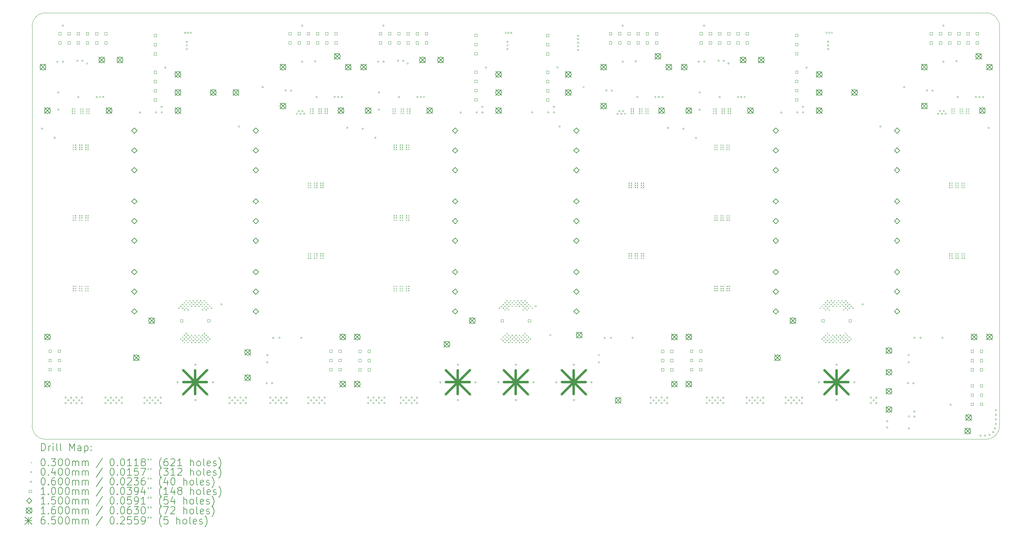
<source format=gbr>
%TF.GenerationSoftware,KiCad,Pcbnew,9.0.1*%
%TF.CreationDate,2025-08-06T03:02:04-05:00*%
%TF.ProjectId,TractionInverter,54726163-7469-46f6-9e49-6e7665727465,rev?*%
%TF.SameCoordinates,Original*%
%TF.FileFunction,Drillmap*%
%TF.FilePolarity,Positive*%
%FSLAX45Y45*%
G04 Gerber Fmt 4.5, Leading zero omitted, Abs format (unit mm)*
G04 Created by KiCad (PCBNEW 9.0.1) date 2025-08-06 03:02:04*
%MOMM*%
%LPD*%
G01*
G04 APERTURE LIST*
%ADD10C,0.050000*%
%ADD11C,0.200000*%
%ADD12C,0.100000*%
%ADD13C,0.150000*%
%ADD14C,0.160000*%
%ADD15C,0.650000*%
G04 APERTURE END LIST*
D10*
X27975000Y-3800000D02*
X27975000Y-14825000D01*
X1650000Y-3425000D02*
X27600000Y-3425000D01*
X1275000Y-14825000D02*
X1275000Y-3800000D01*
X27600000Y-15200000D02*
X1650000Y-15200000D01*
X27975000Y-14825000D02*
G75*
G02*
X27600000Y-15200000I-375000J0D01*
G01*
X27600000Y-3425000D02*
G75*
G02*
X27975000Y-3800000I0J-375000D01*
G01*
X1275000Y-3800000D02*
G75*
G02*
X1650000Y-3425000I375000J0D01*
G01*
X1650000Y-15200000D02*
G75*
G02*
X1275000Y-14825000I0J375000D01*
G01*
D11*
D12*
X2370000Y-6060000D02*
X2400000Y-6090000D01*
X2400000Y-6060000D02*
X2370000Y-6090000D01*
X2370000Y-6120000D02*
X2400000Y-6150000D01*
X2400000Y-6120000D02*
X2370000Y-6150000D01*
X2370000Y-6180000D02*
X2400000Y-6210000D01*
X2400000Y-6180000D02*
X2370000Y-6210000D01*
X2400000Y-7060000D02*
X2430000Y-7090000D01*
X2430000Y-7060000D02*
X2400000Y-7090000D01*
X2400000Y-7120000D02*
X2430000Y-7150000D01*
X2430000Y-7120000D02*
X2400000Y-7150000D01*
X2400000Y-7180000D02*
X2430000Y-7210000D01*
X2430000Y-7180000D02*
X2400000Y-7210000D01*
X2400000Y-9010000D02*
X2430000Y-9040000D01*
X2430000Y-9010000D02*
X2400000Y-9040000D01*
X2400000Y-9070000D02*
X2430000Y-9100000D01*
X2430000Y-9070000D02*
X2400000Y-9100000D01*
X2400000Y-9130000D02*
X2430000Y-9160000D01*
X2430000Y-9130000D02*
X2400000Y-9160000D01*
X2400000Y-10960000D02*
X2430000Y-10990000D01*
X2430000Y-10960000D02*
X2400000Y-10990000D01*
X2400000Y-11020000D02*
X2430000Y-11050000D01*
X2430000Y-11020000D02*
X2400000Y-11050000D01*
X2400000Y-11080000D02*
X2430000Y-11110000D01*
X2430000Y-11080000D02*
X2400000Y-11110000D01*
X2430000Y-6060000D02*
X2460000Y-6090000D01*
X2460000Y-6060000D02*
X2430000Y-6090000D01*
X2430000Y-6120000D02*
X2460000Y-6150000D01*
X2460000Y-6120000D02*
X2430000Y-6150000D01*
X2430000Y-6180000D02*
X2460000Y-6210000D01*
X2460000Y-6180000D02*
X2430000Y-6210000D01*
X2460000Y-7060000D02*
X2490000Y-7090000D01*
X2490000Y-7060000D02*
X2460000Y-7090000D01*
X2460000Y-7120000D02*
X2490000Y-7150000D01*
X2490000Y-7120000D02*
X2460000Y-7150000D01*
X2460000Y-7180000D02*
X2490000Y-7210000D01*
X2490000Y-7180000D02*
X2460000Y-7210000D01*
X2460000Y-9010000D02*
X2490000Y-9040000D01*
X2490000Y-9010000D02*
X2460000Y-9040000D01*
X2460000Y-9070000D02*
X2490000Y-9100000D01*
X2490000Y-9070000D02*
X2460000Y-9100000D01*
X2460000Y-9130000D02*
X2490000Y-9160000D01*
X2490000Y-9130000D02*
X2460000Y-9160000D01*
X2460000Y-10960000D02*
X2490000Y-10990000D01*
X2490000Y-10960000D02*
X2460000Y-10990000D01*
X2460000Y-11020000D02*
X2490000Y-11050000D01*
X2490000Y-11020000D02*
X2460000Y-11050000D01*
X2460000Y-11080000D02*
X2490000Y-11110000D01*
X2490000Y-11080000D02*
X2460000Y-11110000D01*
X2570000Y-7060000D02*
X2600000Y-7090000D01*
X2600000Y-7060000D02*
X2570000Y-7090000D01*
X2570000Y-7120000D02*
X2600000Y-7150000D01*
X2600000Y-7120000D02*
X2570000Y-7150000D01*
X2570000Y-7180000D02*
X2600000Y-7210000D01*
X2600000Y-7180000D02*
X2570000Y-7210000D01*
X2570000Y-9010000D02*
X2600000Y-9040000D01*
X2600000Y-9010000D02*
X2570000Y-9040000D01*
X2570000Y-9070000D02*
X2600000Y-9100000D01*
X2600000Y-9070000D02*
X2570000Y-9100000D01*
X2570000Y-9130000D02*
X2600000Y-9160000D01*
X2600000Y-9130000D02*
X2570000Y-9160000D01*
X2570000Y-10960000D02*
X2600000Y-10990000D01*
X2600000Y-10960000D02*
X2570000Y-10990000D01*
X2570000Y-11020000D02*
X2600000Y-11050000D01*
X2600000Y-11020000D02*
X2570000Y-11050000D01*
X2570000Y-11080000D02*
X2600000Y-11110000D01*
X2600000Y-11080000D02*
X2570000Y-11110000D01*
X2600000Y-6060000D02*
X2630000Y-6090000D01*
X2630000Y-6060000D02*
X2600000Y-6090000D01*
X2600000Y-6120000D02*
X2630000Y-6150000D01*
X2630000Y-6120000D02*
X2600000Y-6150000D01*
X2600000Y-6180000D02*
X2630000Y-6210000D01*
X2630000Y-6180000D02*
X2600000Y-6210000D01*
X2630000Y-7060000D02*
X2660000Y-7090000D01*
X2660000Y-7060000D02*
X2630000Y-7090000D01*
X2630000Y-7120000D02*
X2660000Y-7150000D01*
X2660000Y-7120000D02*
X2630000Y-7150000D01*
X2630000Y-7180000D02*
X2660000Y-7210000D01*
X2660000Y-7180000D02*
X2630000Y-7210000D01*
X2630000Y-9010000D02*
X2660000Y-9040000D01*
X2660000Y-9010000D02*
X2630000Y-9040000D01*
X2630000Y-9070000D02*
X2660000Y-9100000D01*
X2660000Y-9070000D02*
X2630000Y-9100000D01*
X2630000Y-9130000D02*
X2660000Y-9160000D01*
X2660000Y-9130000D02*
X2630000Y-9160000D01*
X2630000Y-10960000D02*
X2660000Y-10990000D01*
X2660000Y-10960000D02*
X2630000Y-10990000D01*
X2630000Y-11020000D02*
X2660000Y-11050000D01*
X2660000Y-11020000D02*
X2630000Y-11050000D01*
X2630000Y-11080000D02*
X2660000Y-11110000D01*
X2660000Y-11080000D02*
X2630000Y-11110000D01*
X2660000Y-6060000D02*
X2690000Y-6090000D01*
X2690000Y-6060000D02*
X2660000Y-6090000D01*
X2660000Y-6120000D02*
X2690000Y-6150000D01*
X2690000Y-6120000D02*
X2660000Y-6150000D01*
X2660000Y-6180000D02*
X2690000Y-6210000D01*
X2690000Y-6180000D02*
X2660000Y-6210000D01*
X2740000Y-7060000D02*
X2770000Y-7090000D01*
X2770000Y-7060000D02*
X2740000Y-7090000D01*
X2740000Y-7120000D02*
X2770000Y-7150000D01*
X2770000Y-7120000D02*
X2740000Y-7150000D01*
X2740000Y-7180000D02*
X2770000Y-7210000D01*
X2770000Y-7180000D02*
X2740000Y-7210000D01*
X2740000Y-9010000D02*
X2770000Y-9040000D01*
X2770000Y-9010000D02*
X2740000Y-9040000D01*
X2740000Y-9070000D02*
X2770000Y-9100000D01*
X2770000Y-9070000D02*
X2740000Y-9100000D01*
X2740000Y-9130000D02*
X2770000Y-9160000D01*
X2770000Y-9130000D02*
X2740000Y-9160000D01*
X2740000Y-10960000D02*
X2770000Y-10990000D01*
X2770000Y-10960000D02*
X2740000Y-10990000D01*
X2740000Y-11020000D02*
X2770000Y-11050000D01*
X2770000Y-11020000D02*
X2740000Y-11050000D01*
X2740000Y-11080000D02*
X2770000Y-11110000D01*
X2770000Y-11080000D02*
X2740000Y-11110000D01*
X2770000Y-6060000D02*
X2800000Y-6090000D01*
X2800000Y-6060000D02*
X2770000Y-6090000D01*
X2770000Y-6120000D02*
X2800000Y-6150000D01*
X2800000Y-6120000D02*
X2770000Y-6150000D01*
X2770000Y-6180000D02*
X2800000Y-6210000D01*
X2800000Y-6180000D02*
X2770000Y-6210000D01*
X2800000Y-7060000D02*
X2830000Y-7090000D01*
X2830000Y-7060000D02*
X2800000Y-7090000D01*
X2800000Y-7120000D02*
X2830000Y-7150000D01*
X2830000Y-7120000D02*
X2800000Y-7150000D01*
X2800000Y-7180000D02*
X2830000Y-7210000D01*
X2830000Y-7180000D02*
X2800000Y-7210000D01*
X2800000Y-9010000D02*
X2830000Y-9040000D01*
X2830000Y-9010000D02*
X2800000Y-9040000D01*
X2800000Y-9070000D02*
X2830000Y-9100000D01*
X2830000Y-9070000D02*
X2800000Y-9100000D01*
X2800000Y-9130000D02*
X2830000Y-9160000D01*
X2830000Y-9130000D02*
X2800000Y-9160000D01*
X2800000Y-10960000D02*
X2830000Y-10990000D01*
X2830000Y-10960000D02*
X2800000Y-10990000D01*
X2800000Y-11020000D02*
X2830000Y-11050000D01*
X2830000Y-11020000D02*
X2800000Y-11050000D01*
X2800000Y-11080000D02*
X2830000Y-11110000D01*
X2830000Y-11080000D02*
X2800000Y-11110000D01*
X2830000Y-6060000D02*
X2860000Y-6090000D01*
X2860000Y-6060000D02*
X2830000Y-6090000D01*
X2830000Y-6120000D02*
X2860000Y-6150000D01*
X2860000Y-6120000D02*
X2830000Y-6150000D01*
X2830000Y-6180000D02*
X2860000Y-6210000D01*
X2860000Y-6180000D02*
X2830000Y-6210000D01*
X5310000Y-11560000D02*
X5340000Y-11590000D01*
X5340000Y-11560000D02*
X5310000Y-11590000D01*
X5360000Y-11510000D02*
X5390000Y-11540000D01*
X5390000Y-11510000D02*
X5360000Y-11540000D01*
X5360000Y-12410000D02*
X5390000Y-12440000D01*
X5390000Y-12410000D02*
X5360000Y-12440000D01*
X5410000Y-11460000D02*
X5440000Y-11490000D01*
X5440000Y-11460000D02*
X5410000Y-11490000D01*
X5410000Y-11560000D02*
X5440000Y-11590000D01*
X5440000Y-11560000D02*
X5410000Y-11590000D01*
X5410000Y-12360000D02*
X5440000Y-12390000D01*
X5440000Y-12360000D02*
X5410000Y-12390000D01*
X5410000Y-12460000D02*
X5440000Y-12490000D01*
X5440000Y-12460000D02*
X5410000Y-12490000D01*
X5460000Y-11410000D02*
X5490000Y-11440000D01*
X5490000Y-11410000D02*
X5460000Y-11440000D01*
X5460000Y-11510000D02*
X5490000Y-11540000D01*
X5490000Y-11510000D02*
X5460000Y-11540000D01*
X5460000Y-11610000D02*
X5490000Y-11640000D01*
X5490000Y-11610000D02*
X5460000Y-11640000D01*
X5460000Y-12310000D02*
X5490000Y-12340000D01*
X5490000Y-12310000D02*
X5460000Y-12340000D01*
X5460000Y-12410000D02*
X5490000Y-12440000D01*
X5490000Y-12410000D02*
X5460000Y-12440000D01*
X5460000Y-12510000D02*
X5490000Y-12540000D01*
X5490000Y-12510000D02*
X5460000Y-12540000D01*
X5510000Y-11360000D02*
X5540000Y-11390000D01*
X5540000Y-11360000D02*
X5510000Y-11390000D01*
X5510000Y-11460000D02*
X5540000Y-11490000D01*
X5540000Y-11460000D02*
X5510000Y-11490000D01*
X5510000Y-11560000D02*
X5540000Y-11590000D01*
X5540000Y-11560000D02*
X5510000Y-11590000D01*
X5510000Y-12260000D02*
X5540000Y-12290000D01*
X5540000Y-12260000D02*
X5510000Y-12290000D01*
X5510000Y-12360000D02*
X5540000Y-12390000D01*
X5540000Y-12360000D02*
X5510000Y-12390000D01*
X5510000Y-12460000D02*
X5540000Y-12490000D01*
X5540000Y-12460000D02*
X5510000Y-12490000D01*
X5560000Y-11410000D02*
X5590000Y-11440000D01*
X5590000Y-11410000D02*
X5560000Y-11440000D01*
X5560000Y-11510000D02*
X5590000Y-11540000D01*
X5590000Y-11510000D02*
X5560000Y-11540000D01*
X5560000Y-11610000D02*
X5590000Y-11640000D01*
X5590000Y-11610000D02*
X5560000Y-11640000D01*
X5560000Y-12310000D02*
X5590000Y-12340000D01*
X5590000Y-12310000D02*
X5560000Y-12340000D01*
X5560000Y-12410000D02*
X5590000Y-12440000D01*
X5590000Y-12410000D02*
X5560000Y-12440000D01*
X5560000Y-12510000D02*
X5590000Y-12540000D01*
X5590000Y-12510000D02*
X5560000Y-12540000D01*
X5610000Y-11360000D02*
X5640000Y-11390000D01*
X5640000Y-11360000D02*
X5610000Y-11390000D01*
X5610000Y-11460000D02*
X5640000Y-11490000D01*
X5640000Y-11460000D02*
X5610000Y-11490000D01*
X5610000Y-12360000D02*
X5640000Y-12390000D01*
X5640000Y-12360000D02*
X5610000Y-12390000D01*
X5610000Y-12460000D02*
X5640000Y-12490000D01*
X5640000Y-12460000D02*
X5610000Y-12490000D01*
X5660000Y-11410000D02*
X5690000Y-11440000D01*
X5690000Y-11410000D02*
X5660000Y-11440000D01*
X5660000Y-11510000D02*
X5690000Y-11540000D01*
X5690000Y-11510000D02*
X5660000Y-11540000D01*
X5660000Y-12310000D02*
X5690000Y-12340000D01*
X5690000Y-12310000D02*
X5660000Y-12340000D01*
X5660000Y-12410000D02*
X5690000Y-12440000D01*
X5690000Y-12410000D02*
X5660000Y-12440000D01*
X5660000Y-12510000D02*
X5690000Y-12540000D01*
X5690000Y-12510000D02*
X5660000Y-12540000D01*
X5710000Y-11360000D02*
X5740000Y-11390000D01*
X5740000Y-11360000D02*
X5710000Y-11390000D01*
X5710000Y-11460000D02*
X5740000Y-11490000D01*
X5740000Y-11460000D02*
X5710000Y-11490000D01*
X5710000Y-12360000D02*
X5740000Y-12390000D01*
X5740000Y-12360000D02*
X5710000Y-12390000D01*
X5710000Y-12460000D02*
X5740000Y-12490000D01*
X5740000Y-12460000D02*
X5710000Y-12490000D01*
X5760000Y-11410000D02*
X5790000Y-11440000D01*
X5790000Y-11410000D02*
X5760000Y-11440000D01*
X5760000Y-11510000D02*
X5790000Y-11540000D01*
X5790000Y-11510000D02*
X5760000Y-11540000D01*
X5760000Y-12310000D02*
X5790000Y-12340000D01*
X5790000Y-12310000D02*
X5760000Y-12340000D01*
X5760000Y-12410000D02*
X5790000Y-12440000D01*
X5790000Y-12410000D02*
X5760000Y-12440000D01*
X5760000Y-12510000D02*
X5790000Y-12540000D01*
X5790000Y-12510000D02*
X5760000Y-12540000D01*
X5810000Y-11360000D02*
X5840000Y-11390000D01*
X5840000Y-11360000D02*
X5810000Y-11390000D01*
X5810000Y-11460000D02*
X5840000Y-11490000D01*
X5840000Y-11460000D02*
X5810000Y-11490000D01*
X5810000Y-12360000D02*
X5840000Y-12390000D01*
X5840000Y-12360000D02*
X5810000Y-12390000D01*
X5810000Y-12460000D02*
X5840000Y-12490000D01*
X5840000Y-12460000D02*
X5810000Y-12490000D01*
X5860000Y-11410000D02*
X5890000Y-11440000D01*
X5890000Y-11410000D02*
X5860000Y-11440000D01*
X5860000Y-11510000D02*
X5890000Y-11540000D01*
X5890000Y-11510000D02*
X5860000Y-11540000D01*
X5860000Y-12310000D02*
X5890000Y-12340000D01*
X5890000Y-12310000D02*
X5860000Y-12340000D01*
X5860000Y-12410000D02*
X5890000Y-12440000D01*
X5890000Y-12410000D02*
X5860000Y-12440000D01*
X5860000Y-12510000D02*
X5890000Y-12540000D01*
X5890000Y-12510000D02*
X5860000Y-12540000D01*
X5910000Y-11360000D02*
X5940000Y-11390000D01*
X5940000Y-11360000D02*
X5910000Y-11390000D01*
X5910000Y-11460000D02*
X5940000Y-11490000D01*
X5940000Y-11460000D02*
X5910000Y-11490000D01*
X5910000Y-12360000D02*
X5940000Y-12390000D01*
X5940000Y-12360000D02*
X5910000Y-12390000D01*
X5910000Y-12460000D02*
X5940000Y-12490000D01*
X5940000Y-12460000D02*
X5910000Y-12490000D01*
X5960000Y-11410000D02*
X5990000Y-11440000D01*
X5990000Y-11410000D02*
X5960000Y-11440000D01*
X5960000Y-11510000D02*
X5990000Y-11540000D01*
X5990000Y-11510000D02*
X5960000Y-11540000D01*
X5960000Y-11610000D02*
X5990000Y-11640000D01*
X5990000Y-11610000D02*
X5960000Y-11640000D01*
X5960000Y-12310000D02*
X5990000Y-12340000D01*
X5990000Y-12310000D02*
X5960000Y-12340000D01*
X5960000Y-12410000D02*
X5990000Y-12440000D01*
X5990000Y-12410000D02*
X5960000Y-12440000D01*
X5960000Y-12510000D02*
X5990000Y-12540000D01*
X5990000Y-12510000D02*
X5960000Y-12540000D01*
X6010000Y-11360000D02*
X6040000Y-11390000D01*
X6040000Y-11360000D02*
X6010000Y-11390000D01*
X6010000Y-11460000D02*
X6040000Y-11490000D01*
X6040000Y-11460000D02*
X6010000Y-11490000D01*
X6010000Y-11560000D02*
X6040000Y-11590000D01*
X6040000Y-11560000D02*
X6010000Y-11590000D01*
X6010000Y-12260000D02*
X6040000Y-12290000D01*
X6040000Y-12260000D02*
X6010000Y-12290000D01*
X6010000Y-12360000D02*
X6040000Y-12390000D01*
X6040000Y-12360000D02*
X6010000Y-12390000D01*
X6010000Y-12460000D02*
X6040000Y-12490000D01*
X6040000Y-12460000D02*
X6010000Y-12490000D01*
X6060000Y-11410000D02*
X6090000Y-11440000D01*
X6090000Y-11410000D02*
X6060000Y-11440000D01*
X6060000Y-11510000D02*
X6090000Y-11540000D01*
X6090000Y-11510000D02*
X6060000Y-11540000D01*
X6060000Y-11610000D02*
X6090000Y-11640000D01*
X6090000Y-11610000D02*
X6060000Y-11640000D01*
X6060000Y-12310000D02*
X6090000Y-12340000D01*
X6090000Y-12310000D02*
X6060000Y-12340000D01*
X6060000Y-12410000D02*
X6090000Y-12440000D01*
X6090000Y-12410000D02*
X6060000Y-12440000D01*
X6060000Y-12510000D02*
X6090000Y-12540000D01*
X6090000Y-12510000D02*
X6060000Y-12540000D01*
X6110000Y-11460000D02*
X6140000Y-11490000D01*
X6140000Y-11460000D02*
X6110000Y-11490000D01*
X6110000Y-11560000D02*
X6140000Y-11590000D01*
X6140000Y-11560000D02*
X6110000Y-11590000D01*
X6110000Y-12360000D02*
X6140000Y-12390000D01*
X6140000Y-12360000D02*
X6110000Y-12390000D01*
X6110000Y-12460000D02*
X6140000Y-12490000D01*
X6140000Y-12460000D02*
X6110000Y-12490000D01*
X6160000Y-11510000D02*
X6190000Y-11540000D01*
X6190000Y-11510000D02*
X6160000Y-11540000D01*
X6160000Y-12410000D02*
X6190000Y-12440000D01*
X6190000Y-12410000D02*
X6160000Y-12440000D01*
X6210000Y-11560000D02*
X6240000Y-11590000D01*
X6240000Y-11560000D02*
X6210000Y-11590000D01*
X8885000Y-8110000D02*
X8915000Y-8140000D01*
X8915000Y-8110000D02*
X8885000Y-8140000D01*
X8885000Y-8170000D02*
X8915000Y-8200000D01*
X8915000Y-8170000D02*
X8885000Y-8200000D01*
X8885000Y-8230000D02*
X8915000Y-8260000D01*
X8915000Y-8230000D02*
X8885000Y-8260000D01*
X8885000Y-10060000D02*
X8915000Y-10090000D01*
X8915000Y-10060000D02*
X8885000Y-10090000D01*
X8885000Y-10120000D02*
X8915000Y-10150000D01*
X8915000Y-10120000D02*
X8885000Y-10150000D01*
X8885000Y-10180000D02*
X8915000Y-10210000D01*
X8915000Y-10180000D02*
X8885000Y-10210000D01*
X8945000Y-6060000D02*
X8975000Y-6090000D01*
X8975000Y-6060000D02*
X8945000Y-6090000D01*
X8945000Y-6120000D02*
X8975000Y-6150000D01*
X8975000Y-6120000D02*
X8945000Y-6150000D01*
X8945000Y-6180000D02*
X8975000Y-6210000D01*
X8975000Y-6180000D02*
X8945000Y-6210000D01*
X8945000Y-8110000D02*
X8975000Y-8140000D01*
X8975000Y-8110000D02*
X8945000Y-8140000D01*
X8945000Y-8170000D02*
X8975000Y-8200000D01*
X8975000Y-8170000D02*
X8945000Y-8200000D01*
X8945000Y-8230000D02*
X8975000Y-8260000D01*
X8975000Y-8230000D02*
X8945000Y-8260000D01*
X8945000Y-10060000D02*
X8975000Y-10090000D01*
X8975000Y-10060000D02*
X8945000Y-10090000D01*
X8945000Y-10120000D02*
X8975000Y-10150000D01*
X8975000Y-10120000D02*
X8945000Y-10150000D01*
X8945000Y-10180000D02*
X8975000Y-10210000D01*
X8975000Y-10180000D02*
X8945000Y-10210000D01*
X9005000Y-6060000D02*
X9035000Y-6090000D01*
X9035000Y-6060000D02*
X9005000Y-6090000D01*
X9005000Y-6120000D02*
X9035000Y-6150000D01*
X9035000Y-6120000D02*
X9005000Y-6150000D01*
X9005000Y-6180000D02*
X9035000Y-6210000D01*
X9035000Y-6180000D02*
X9005000Y-6210000D01*
X9055000Y-8110000D02*
X9085000Y-8140000D01*
X9085000Y-8110000D02*
X9055000Y-8140000D01*
X9055000Y-8170000D02*
X9085000Y-8200000D01*
X9085000Y-8170000D02*
X9055000Y-8200000D01*
X9055000Y-8230000D02*
X9085000Y-8260000D01*
X9085000Y-8230000D02*
X9055000Y-8260000D01*
X9055000Y-10060000D02*
X9085000Y-10090000D01*
X9085000Y-10060000D02*
X9055000Y-10090000D01*
X9055000Y-10120000D02*
X9085000Y-10150000D01*
X9085000Y-10120000D02*
X9055000Y-10150000D01*
X9055000Y-10180000D02*
X9085000Y-10210000D01*
X9085000Y-10180000D02*
X9055000Y-10210000D01*
X9115000Y-8110000D02*
X9145000Y-8140000D01*
X9145000Y-8110000D02*
X9115000Y-8140000D01*
X9115000Y-8170000D02*
X9145000Y-8200000D01*
X9145000Y-8170000D02*
X9115000Y-8200000D01*
X9115000Y-8230000D02*
X9145000Y-8260000D01*
X9145000Y-8230000D02*
X9115000Y-8260000D01*
X9115000Y-10060000D02*
X9145000Y-10090000D01*
X9145000Y-10060000D02*
X9115000Y-10090000D01*
X9115000Y-10120000D02*
X9145000Y-10150000D01*
X9145000Y-10120000D02*
X9115000Y-10150000D01*
X9115000Y-10180000D02*
X9145000Y-10210000D01*
X9145000Y-10180000D02*
X9115000Y-10210000D01*
X9175000Y-6060000D02*
X9205000Y-6090000D01*
X9205000Y-6060000D02*
X9175000Y-6090000D01*
X9175000Y-6120000D02*
X9205000Y-6150000D01*
X9205000Y-6120000D02*
X9175000Y-6150000D01*
X9175000Y-6180000D02*
X9205000Y-6210000D01*
X9205000Y-6180000D02*
X9175000Y-6210000D01*
X9225000Y-8110000D02*
X9255000Y-8140000D01*
X9255000Y-8110000D02*
X9225000Y-8140000D01*
X9225000Y-8170000D02*
X9255000Y-8200000D01*
X9255000Y-8170000D02*
X9225000Y-8200000D01*
X9225000Y-8230000D02*
X9255000Y-8260000D01*
X9255000Y-8230000D02*
X9225000Y-8260000D01*
X9225000Y-10060000D02*
X9255000Y-10090000D01*
X9255000Y-10060000D02*
X9225000Y-10090000D01*
X9225000Y-10120000D02*
X9255000Y-10150000D01*
X9255000Y-10120000D02*
X9225000Y-10150000D01*
X9225000Y-10180000D02*
X9255000Y-10210000D01*
X9255000Y-10180000D02*
X9225000Y-10210000D01*
X9235000Y-6060000D02*
X9265000Y-6090000D01*
X9265000Y-6060000D02*
X9235000Y-6090000D01*
X9235000Y-6120000D02*
X9265000Y-6150000D01*
X9265000Y-6120000D02*
X9235000Y-6150000D01*
X9235000Y-6180000D02*
X9265000Y-6210000D01*
X9265000Y-6180000D02*
X9235000Y-6210000D01*
X9285000Y-8110000D02*
X9315000Y-8140000D01*
X9315000Y-8110000D02*
X9285000Y-8140000D01*
X9285000Y-8170000D02*
X9315000Y-8200000D01*
X9315000Y-8170000D02*
X9285000Y-8200000D01*
X9285000Y-8230000D02*
X9315000Y-8260000D01*
X9315000Y-8230000D02*
X9285000Y-8260000D01*
X9285000Y-10060000D02*
X9315000Y-10090000D01*
X9315000Y-10060000D02*
X9285000Y-10090000D01*
X9285000Y-10120000D02*
X9315000Y-10150000D01*
X9315000Y-10120000D02*
X9285000Y-10150000D01*
X9285000Y-10180000D02*
X9315000Y-10210000D01*
X9315000Y-10180000D02*
X9285000Y-10210000D01*
X9345000Y-6060000D02*
X9375000Y-6090000D01*
X9375000Y-6060000D02*
X9345000Y-6090000D01*
X9345000Y-6120000D02*
X9375000Y-6150000D01*
X9375000Y-6120000D02*
X9345000Y-6150000D01*
X9345000Y-6180000D02*
X9375000Y-6210000D01*
X9375000Y-6180000D02*
X9345000Y-6210000D01*
X9405000Y-6060000D02*
X9435000Y-6090000D01*
X9435000Y-6060000D02*
X9405000Y-6090000D01*
X9405000Y-6120000D02*
X9435000Y-6150000D01*
X9435000Y-6120000D02*
X9405000Y-6150000D01*
X9405000Y-6180000D02*
X9435000Y-6210000D01*
X9435000Y-6180000D02*
X9405000Y-6210000D01*
X11220000Y-6060000D02*
X11250000Y-6090000D01*
X11250000Y-6060000D02*
X11220000Y-6090000D01*
X11220000Y-6120000D02*
X11250000Y-6150000D01*
X11250000Y-6120000D02*
X11220000Y-6150000D01*
X11220000Y-6180000D02*
X11250000Y-6210000D01*
X11250000Y-6180000D02*
X11220000Y-6210000D01*
X11250000Y-7060000D02*
X11280000Y-7090000D01*
X11280000Y-7060000D02*
X11250000Y-7090000D01*
X11250000Y-7120000D02*
X11280000Y-7150000D01*
X11280000Y-7120000D02*
X11250000Y-7150000D01*
X11250000Y-7180000D02*
X11280000Y-7210000D01*
X11280000Y-7180000D02*
X11250000Y-7210000D01*
X11250000Y-9010000D02*
X11280000Y-9040000D01*
X11280000Y-9010000D02*
X11250000Y-9040000D01*
X11250000Y-9070000D02*
X11280000Y-9100000D01*
X11280000Y-9070000D02*
X11250000Y-9100000D01*
X11250000Y-9130000D02*
X11280000Y-9160000D01*
X11280000Y-9130000D02*
X11250000Y-9160000D01*
X11250000Y-10960000D02*
X11280000Y-10990000D01*
X11280000Y-10960000D02*
X11250000Y-10990000D01*
X11250000Y-11020000D02*
X11280000Y-11050000D01*
X11280000Y-11020000D02*
X11250000Y-11050000D01*
X11250000Y-11080000D02*
X11280000Y-11110000D01*
X11280000Y-11080000D02*
X11250000Y-11110000D01*
X11280000Y-6060000D02*
X11310000Y-6090000D01*
X11310000Y-6060000D02*
X11280000Y-6090000D01*
X11280000Y-6120000D02*
X11310000Y-6150000D01*
X11310000Y-6120000D02*
X11280000Y-6150000D01*
X11280000Y-6180000D02*
X11310000Y-6210000D01*
X11310000Y-6180000D02*
X11280000Y-6210000D01*
X11310000Y-7060000D02*
X11340000Y-7090000D01*
X11340000Y-7060000D02*
X11310000Y-7090000D01*
X11310000Y-7120000D02*
X11340000Y-7150000D01*
X11340000Y-7120000D02*
X11310000Y-7150000D01*
X11310000Y-7180000D02*
X11340000Y-7210000D01*
X11340000Y-7180000D02*
X11310000Y-7210000D01*
X11310000Y-9010000D02*
X11340000Y-9040000D01*
X11340000Y-9010000D02*
X11310000Y-9040000D01*
X11310000Y-9070000D02*
X11340000Y-9100000D01*
X11340000Y-9070000D02*
X11310000Y-9100000D01*
X11310000Y-9130000D02*
X11340000Y-9160000D01*
X11340000Y-9130000D02*
X11310000Y-9160000D01*
X11310000Y-10960000D02*
X11340000Y-10990000D01*
X11340000Y-10960000D02*
X11310000Y-10990000D01*
X11310000Y-11020000D02*
X11340000Y-11050000D01*
X11340000Y-11020000D02*
X11310000Y-11050000D01*
X11310000Y-11080000D02*
X11340000Y-11110000D01*
X11340000Y-11080000D02*
X11310000Y-11110000D01*
X11420000Y-7060000D02*
X11450000Y-7090000D01*
X11450000Y-7060000D02*
X11420000Y-7090000D01*
X11420000Y-7120000D02*
X11450000Y-7150000D01*
X11450000Y-7120000D02*
X11420000Y-7150000D01*
X11420000Y-7180000D02*
X11450000Y-7210000D01*
X11450000Y-7180000D02*
X11420000Y-7210000D01*
X11420000Y-9010000D02*
X11450000Y-9040000D01*
X11450000Y-9010000D02*
X11420000Y-9040000D01*
X11420000Y-9070000D02*
X11450000Y-9100000D01*
X11450000Y-9070000D02*
X11420000Y-9100000D01*
X11420000Y-9130000D02*
X11450000Y-9160000D01*
X11450000Y-9130000D02*
X11420000Y-9160000D01*
X11420000Y-10960000D02*
X11450000Y-10990000D01*
X11450000Y-10960000D02*
X11420000Y-10990000D01*
X11420000Y-11020000D02*
X11450000Y-11050000D01*
X11450000Y-11020000D02*
X11420000Y-11050000D01*
X11420000Y-11080000D02*
X11450000Y-11110000D01*
X11450000Y-11080000D02*
X11420000Y-11110000D01*
X11450000Y-6060000D02*
X11480000Y-6090000D01*
X11480000Y-6060000D02*
X11450000Y-6090000D01*
X11450000Y-6120000D02*
X11480000Y-6150000D01*
X11480000Y-6120000D02*
X11450000Y-6150000D01*
X11450000Y-6180000D02*
X11480000Y-6210000D01*
X11480000Y-6180000D02*
X11450000Y-6210000D01*
X11480000Y-7060000D02*
X11510000Y-7090000D01*
X11510000Y-7060000D02*
X11480000Y-7090000D01*
X11480000Y-7120000D02*
X11510000Y-7150000D01*
X11510000Y-7120000D02*
X11480000Y-7150000D01*
X11480000Y-7180000D02*
X11510000Y-7210000D01*
X11510000Y-7180000D02*
X11480000Y-7210000D01*
X11480000Y-9010000D02*
X11510000Y-9040000D01*
X11510000Y-9010000D02*
X11480000Y-9040000D01*
X11480000Y-9070000D02*
X11510000Y-9100000D01*
X11510000Y-9070000D02*
X11480000Y-9100000D01*
X11480000Y-9130000D02*
X11510000Y-9160000D01*
X11510000Y-9130000D02*
X11480000Y-9160000D01*
X11480000Y-10960000D02*
X11510000Y-10990000D01*
X11510000Y-10960000D02*
X11480000Y-10990000D01*
X11480000Y-11020000D02*
X11510000Y-11050000D01*
X11510000Y-11020000D02*
X11480000Y-11050000D01*
X11480000Y-11080000D02*
X11510000Y-11110000D01*
X11510000Y-11080000D02*
X11480000Y-11110000D01*
X11510000Y-6060000D02*
X11540000Y-6090000D01*
X11540000Y-6060000D02*
X11510000Y-6090000D01*
X11510000Y-6120000D02*
X11540000Y-6150000D01*
X11540000Y-6120000D02*
X11510000Y-6150000D01*
X11510000Y-6180000D02*
X11540000Y-6210000D01*
X11540000Y-6180000D02*
X11510000Y-6210000D01*
X11590000Y-7060000D02*
X11620000Y-7090000D01*
X11620000Y-7060000D02*
X11590000Y-7090000D01*
X11590000Y-7120000D02*
X11620000Y-7150000D01*
X11620000Y-7120000D02*
X11590000Y-7150000D01*
X11590000Y-7180000D02*
X11620000Y-7210000D01*
X11620000Y-7180000D02*
X11590000Y-7210000D01*
X11590000Y-9010000D02*
X11620000Y-9040000D01*
X11620000Y-9010000D02*
X11590000Y-9040000D01*
X11590000Y-9070000D02*
X11620000Y-9100000D01*
X11620000Y-9070000D02*
X11590000Y-9100000D01*
X11590000Y-9130000D02*
X11620000Y-9160000D01*
X11620000Y-9130000D02*
X11590000Y-9160000D01*
X11590000Y-10960000D02*
X11620000Y-10990000D01*
X11620000Y-10960000D02*
X11590000Y-10990000D01*
X11590000Y-11020000D02*
X11620000Y-11050000D01*
X11620000Y-11020000D02*
X11590000Y-11050000D01*
X11590000Y-11080000D02*
X11620000Y-11110000D01*
X11620000Y-11080000D02*
X11590000Y-11110000D01*
X11620000Y-6060000D02*
X11650000Y-6090000D01*
X11650000Y-6060000D02*
X11620000Y-6090000D01*
X11620000Y-6120000D02*
X11650000Y-6150000D01*
X11650000Y-6120000D02*
X11620000Y-6150000D01*
X11620000Y-6180000D02*
X11650000Y-6210000D01*
X11650000Y-6180000D02*
X11620000Y-6210000D01*
X11650000Y-7060000D02*
X11680000Y-7090000D01*
X11680000Y-7060000D02*
X11650000Y-7090000D01*
X11650000Y-7120000D02*
X11680000Y-7150000D01*
X11680000Y-7120000D02*
X11650000Y-7150000D01*
X11650000Y-7180000D02*
X11680000Y-7210000D01*
X11680000Y-7180000D02*
X11650000Y-7210000D01*
X11650000Y-9010000D02*
X11680000Y-9040000D01*
X11680000Y-9010000D02*
X11650000Y-9040000D01*
X11650000Y-9070000D02*
X11680000Y-9100000D01*
X11680000Y-9070000D02*
X11650000Y-9100000D01*
X11650000Y-9130000D02*
X11680000Y-9160000D01*
X11680000Y-9130000D02*
X11650000Y-9160000D01*
X11650000Y-10960000D02*
X11680000Y-10990000D01*
X11680000Y-10960000D02*
X11650000Y-10990000D01*
X11650000Y-11020000D02*
X11680000Y-11050000D01*
X11680000Y-11020000D02*
X11650000Y-11050000D01*
X11650000Y-11080000D02*
X11680000Y-11110000D01*
X11680000Y-11080000D02*
X11650000Y-11110000D01*
X11680000Y-6060000D02*
X11710000Y-6090000D01*
X11710000Y-6060000D02*
X11680000Y-6090000D01*
X11680000Y-6120000D02*
X11710000Y-6150000D01*
X11710000Y-6120000D02*
X11680000Y-6150000D01*
X11680000Y-6180000D02*
X11710000Y-6210000D01*
X11710000Y-6180000D02*
X11680000Y-6210000D01*
X14160000Y-11560000D02*
X14190000Y-11590000D01*
X14190000Y-11560000D02*
X14160000Y-11590000D01*
X14210000Y-11510000D02*
X14240000Y-11540000D01*
X14240000Y-11510000D02*
X14210000Y-11540000D01*
X14210000Y-12410000D02*
X14240000Y-12440000D01*
X14240000Y-12410000D02*
X14210000Y-12440000D01*
X14260000Y-11460000D02*
X14290000Y-11490000D01*
X14290000Y-11460000D02*
X14260000Y-11490000D01*
X14260000Y-11560000D02*
X14290000Y-11590000D01*
X14290000Y-11560000D02*
X14260000Y-11590000D01*
X14260000Y-12360000D02*
X14290000Y-12390000D01*
X14290000Y-12360000D02*
X14260000Y-12390000D01*
X14260000Y-12460000D02*
X14290000Y-12490000D01*
X14290000Y-12460000D02*
X14260000Y-12490000D01*
X14310000Y-11410000D02*
X14340000Y-11440000D01*
X14340000Y-11410000D02*
X14310000Y-11440000D01*
X14310000Y-11510000D02*
X14340000Y-11540000D01*
X14340000Y-11510000D02*
X14310000Y-11540000D01*
X14310000Y-11610000D02*
X14340000Y-11640000D01*
X14340000Y-11610000D02*
X14310000Y-11640000D01*
X14310000Y-12310000D02*
X14340000Y-12340000D01*
X14340000Y-12310000D02*
X14310000Y-12340000D01*
X14310000Y-12410000D02*
X14340000Y-12440000D01*
X14340000Y-12410000D02*
X14310000Y-12440000D01*
X14310000Y-12510000D02*
X14340000Y-12540000D01*
X14340000Y-12510000D02*
X14310000Y-12540000D01*
X14360000Y-11360000D02*
X14390000Y-11390000D01*
X14390000Y-11360000D02*
X14360000Y-11390000D01*
X14360000Y-11460000D02*
X14390000Y-11490000D01*
X14390000Y-11460000D02*
X14360000Y-11490000D01*
X14360000Y-11560000D02*
X14390000Y-11590000D01*
X14390000Y-11560000D02*
X14360000Y-11590000D01*
X14360000Y-12260000D02*
X14390000Y-12290000D01*
X14390000Y-12260000D02*
X14360000Y-12290000D01*
X14360000Y-12360000D02*
X14390000Y-12390000D01*
X14390000Y-12360000D02*
X14360000Y-12390000D01*
X14360000Y-12460000D02*
X14390000Y-12490000D01*
X14390000Y-12460000D02*
X14360000Y-12490000D01*
X14410000Y-11410000D02*
X14440000Y-11440000D01*
X14440000Y-11410000D02*
X14410000Y-11440000D01*
X14410000Y-11510000D02*
X14440000Y-11540000D01*
X14440000Y-11510000D02*
X14410000Y-11540000D01*
X14410000Y-11610000D02*
X14440000Y-11640000D01*
X14440000Y-11610000D02*
X14410000Y-11640000D01*
X14410000Y-12310000D02*
X14440000Y-12340000D01*
X14440000Y-12310000D02*
X14410000Y-12340000D01*
X14410000Y-12410000D02*
X14440000Y-12440000D01*
X14440000Y-12410000D02*
X14410000Y-12440000D01*
X14410000Y-12510000D02*
X14440000Y-12540000D01*
X14440000Y-12510000D02*
X14410000Y-12540000D01*
X14460000Y-11360000D02*
X14490000Y-11390000D01*
X14490000Y-11360000D02*
X14460000Y-11390000D01*
X14460000Y-11460000D02*
X14490000Y-11490000D01*
X14490000Y-11460000D02*
X14460000Y-11490000D01*
X14460000Y-12360000D02*
X14490000Y-12390000D01*
X14490000Y-12360000D02*
X14460000Y-12390000D01*
X14460000Y-12460000D02*
X14490000Y-12490000D01*
X14490000Y-12460000D02*
X14460000Y-12490000D01*
X14510000Y-11410000D02*
X14540000Y-11440000D01*
X14540000Y-11410000D02*
X14510000Y-11440000D01*
X14510000Y-11510000D02*
X14540000Y-11540000D01*
X14540000Y-11510000D02*
X14510000Y-11540000D01*
X14510000Y-12310000D02*
X14540000Y-12340000D01*
X14540000Y-12310000D02*
X14510000Y-12340000D01*
X14510000Y-12410000D02*
X14540000Y-12440000D01*
X14540000Y-12410000D02*
X14510000Y-12440000D01*
X14510000Y-12510000D02*
X14540000Y-12540000D01*
X14540000Y-12510000D02*
X14510000Y-12540000D01*
X14560000Y-11360000D02*
X14590000Y-11390000D01*
X14590000Y-11360000D02*
X14560000Y-11390000D01*
X14560000Y-11460000D02*
X14590000Y-11490000D01*
X14590000Y-11460000D02*
X14560000Y-11490000D01*
X14560000Y-12360000D02*
X14590000Y-12390000D01*
X14590000Y-12360000D02*
X14560000Y-12390000D01*
X14560000Y-12460000D02*
X14590000Y-12490000D01*
X14590000Y-12460000D02*
X14560000Y-12490000D01*
X14610000Y-11410000D02*
X14640000Y-11440000D01*
X14640000Y-11410000D02*
X14610000Y-11440000D01*
X14610000Y-11510000D02*
X14640000Y-11540000D01*
X14640000Y-11510000D02*
X14610000Y-11540000D01*
X14610000Y-12310000D02*
X14640000Y-12340000D01*
X14640000Y-12310000D02*
X14610000Y-12340000D01*
X14610000Y-12410000D02*
X14640000Y-12440000D01*
X14640000Y-12410000D02*
X14610000Y-12440000D01*
X14610000Y-12510000D02*
X14640000Y-12540000D01*
X14640000Y-12510000D02*
X14610000Y-12540000D01*
X14660000Y-11360000D02*
X14690000Y-11390000D01*
X14690000Y-11360000D02*
X14660000Y-11390000D01*
X14660000Y-11460000D02*
X14690000Y-11490000D01*
X14690000Y-11460000D02*
X14660000Y-11490000D01*
X14660000Y-12360000D02*
X14690000Y-12390000D01*
X14690000Y-12360000D02*
X14660000Y-12390000D01*
X14660000Y-12460000D02*
X14690000Y-12490000D01*
X14690000Y-12460000D02*
X14660000Y-12490000D01*
X14710000Y-11410000D02*
X14740000Y-11440000D01*
X14740000Y-11410000D02*
X14710000Y-11440000D01*
X14710000Y-11510000D02*
X14740000Y-11540000D01*
X14740000Y-11510000D02*
X14710000Y-11540000D01*
X14710000Y-12310000D02*
X14740000Y-12340000D01*
X14740000Y-12310000D02*
X14710000Y-12340000D01*
X14710000Y-12410000D02*
X14740000Y-12440000D01*
X14740000Y-12410000D02*
X14710000Y-12440000D01*
X14710000Y-12510000D02*
X14740000Y-12540000D01*
X14740000Y-12510000D02*
X14710000Y-12540000D01*
X14760000Y-11360000D02*
X14790000Y-11390000D01*
X14790000Y-11360000D02*
X14760000Y-11390000D01*
X14760000Y-11460000D02*
X14790000Y-11490000D01*
X14790000Y-11460000D02*
X14760000Y-11490000D01*
X14760000Y-12360000D02*
X14790000Y-12390000D01*
X14790000Y-12360000D02*
X14760000Y-12390000D01*
X14760000Y-12460000D02*
X14790000Y-12490000D01*
X14790000Y-12460000D02*
X14760000Y-12490000D01*
X14810000Y-11410000D02*
X14840000Y-11440000D01*
X14840000Y-11410000D02*
X14810000Y-11440000D01*
X14810000Y-11510000D02*
X14840000Y-11540000D01*
X14840000Y-11510000D02*
X14810000Y-11540000D01*
X14810000Y-11610000D02*
X14840000Y-11640000D01*
X14840000Y-11610000D02*
X14810000Y-11640000D01*
X14810000Y-12310000D02*
X14840000Y-12340000D01*
X14840000Y-12310000D02*
X14810000Y-12340000D01*
X14810000Y-12410000D02*
X14840000Y-12440000D01*
X14840000Y-12410000D02*
X14810000Y-12440000D01*
X14810000Y-12510000D02*
X14840000Y-12540000D01*
X14840000Y-12510000D02*
X14810000Y-12540000D01*
X14860000Y-11360000D02*
X14890000Y-11390000D01*
X14890000Y-11360000D02*
X14860000Y-11390000D01*
X14860000Y-11460000D02*
X14890000Y-11490000D01*
X14890000Y-11460000D02*
X14860000Y-11490000D01*
X14860000Y-11560000D02*
X14890000Y-11590000D01*
X14890000Y-11560000D02*
X14860000Y-11590000D01*
X14860000Y-12260000D02*
X14890000Y-12290000D01*
X14890000Y-12260000D02*
X14860000Y-12290000D01*
X14860000Y-12360000D02*
X14890000Y-12390000D01*
X14890000Y-12360000D02*
X14860000Y-12390000D01*
X14860000Y-12460000D02*
X14890000Y-12490000D01*
X14890000Y-12460000D02*
X14860000Y-12490000D01*
X14910000Y-11410000D02*
X14940000Y-11440000D01*
X14940000Y-11410000D02*
X14910000Y-11440000D01*
X14910000Y-11510000D02*
X14940000Y-11540000D01*
X14940000Y-11510000D02*
X14910000Y-11540000D01*
X14910000Y-11610000D02*
X14940000Y-11640000D01*
X14940000Y-11610000D02*
X14910000Y-11640000D01*
X14910000Y-12310000D02*
X14940000Y-12340000D01*
X14940000Y-12310000D02*
X14910000Y-12340000D01*
X14910000Y-12410000D02*
X14940000Y-12440000D01*
X14940000Y-12410000D02*
X14910000Y-12440000D01*
X14910000Y-12510000D02*
X14940000Y-12540000D01*
X14940000Y-12510000D02*
X14910000Y-12540000D01*
X14960000Y-11460000D02*
X14990000Y-11490000D01*
X14990000Y-11460000D02*
X14960000Y-11490000D01*
X14960000Y-11560000D02*
X14990000Y-11590000D01*
X14990000Y-11560000D02*
X14960000Y-11590000D01*
X14960000Y-12360000D02*
X14990000Y-12390000D01*
X14990000Y-12360000D02*
X14960000Y-12390000D01*
X14960000Y-12460000D02*
X14990000Y-12490000D01*
X14990000Y-12460000D02*
X14960000Y-12490000D01*
X15010000Y-11510000D02*
X15040000Y-11540000D01*
X15040000Y-11510000D02*
X15010000Y-11540000D01*
X15010000Y-12410000D02*
X15040000Y-12440000D01*
X15040000Y-12410000D02*
X15010000Y-12440000D01*
X15060000Y-11560000D02*
X15090000Y-11590000D01*
X15090000Y-11560000D02*
X15060000Y-11590000D01*
X17735000Y-8110000D02*
X17765000Y-8140000D01*
X17765000Y-8110000D02*
X17735000Y-8140000D01*
X17735000Y-8170000D02*
X17765000Y-8200000D01*
X17765000Y-8170000D02*
X17735000Y-8200000D01*
X17735000Y-8230000D02*
X17765000Y-8260000D01*
X17765000Y-8230000D02*
X17735000Y-8260000D01*
X17735000Y-10060000D02*
X17765000Y-10090000D01*
X17765000Y-10060000D02*
X17735000Y-10090000D01*
X17735000Y-10120000D02*
X17765000Y-10150000D01*
X17765000Y-10120000D02*
X17735000Y-10150000D01*
X17735000Y-10180000D02*
X17765000Y-10210000D01*
X17765000Y-10180000D02*
X17735000Y-10210000D01*
X17795000Y-6060000D02*
X17825000Y-6090000D01*
X17825000Y-6060000D02*
X17795000Y-6090000D01*
X17795000Y-6120000D02*
X17825000Y-6150000D01*
X17825000Y-6120000D02*
X17795000Y-6150000D01*
X17795000Y-6180000D02*
X17825000Y-6210000D01*
X17825000Y-6180000D02*
X17795000Y-6210000D01*
X17795000Y-8110000D02*
X17825000Y-8140000D01*
X17825000Y-8110000D02*
X17795000Y-8140000D01*
X17795000Y-8170000D02*
X17825000Y-8200000D01*
X17825000Y-8170000D02*
X17795000Y-8200000D01*
X17795000Y-8230000D02*
X17825000Y-8260000D01*
X17825000Y-8230000D02*
X17795000Y-8260000D01*
X17795000Y-10060000D02*
X17825000Y-10090000D01*
X17825000Y-10060000D02*
X17795000Y-10090000D01*
X17795000Y-10120000D02*
X17825000Y-10150000D01*
X17825000Y-10120000D02*
X17795000Y-10150000D01*
X17795000Y-10180000D02*
X17825000Y-10210000D01*
X17825000Y-10180000D02*
X17795000Y-10210000D01*
X17855000Y-6060000D02*
X17885000Y-6090000D01*
X17885000Y-6060000D02*
X17855000Y-6090000D01*
X17855000Y-6120000D02*
X17885000Y-6150000D01*
X17885000Y-6120000D02*
X17855000Y-6150000D01*
X17855000Y-6180000D02*
X17885000Y-6210000D01*
X17885000Y-6180000D02*
X17855000Y-6210000D01*
X17905000Y-8110000D02*
X17935000Y-8140000D01*
X17935000Y-8110000D02*
X17905000Y-8140000D01*
X17905000Y-8170000D02*
X17935000Y-8200000D01*
X17935000Y-8170000D02*
X17905000Y-8200000D01*
X17905000Y-8230000D02*
X17935000Y-8260000D01*
X17935000Y-8230000D02*
X17905000Y-8260000D01*
X17905000Y-10060000D02*
X17935000Y-10090000D01*
X17935000Y-10060000D02*
X17905000Y-10090000D01*
X17905000Y-10120000D02*
X17935000Y-10150000D01*
X17935000Y-10120000D02*
X17905000Y-10150000D01*
X17905000Y-10180000D02*
X17935000Y-10210000D01*
X17935000Y-10180000D02*
X17905000Y-10210000D01*
X17965000Y-8110000D02*
X17995000Y-8140000D01*
X17995000Y-8110000D02*
X17965000Y-8140000D01*
X17965000Y-8170000D02*
X17995000Y-8200000D01*
X17995000Y-8170000D02*
X17965000Y-8200000D01*
X17965000Y-8230000D02*
X17995000Y-8260000D01*
X17995000Y-8230000D02*
X17965000Y-8260000D01*
X17965000Y-10060000D02*
X17995000Y-10090000D01*
X17995000Y-10060000D02*
X17965000Y-10090000D01*
X17965000Y-10120000D02*
X17995000Y-10150000D01*
X17995000Y-10120000D02*
X17965000Y-10150000D01*
X17965000Y-10180000D02*
X17995000Y-10210000D01*
X17995000Y-10180000D02*
X17965000Y-10210000D01*
X18025000Y-6060000D02*
X18055000Y-6090000D01*
X18055000Y-6060000D02*
X18025000Y-6090000D01*
X18025000Y-6120000D02*
X18055000Y-6150000D01*
X18055000Y-6120000D02*
X18025000Y-6150000D01*
X18025000Y-6180000D02*
X18055000Y-6210000D01*
X18055000Y-6180000D02*
X18025000Y-6210000D01*
X18075000Y-8110000D02*
X18105000Y-8140000D01*
X18105000Y-8110000D02*
X18075000Y-8140000D01*
X18075000Y-8170000D02*
X18105000Y-8200000D01*
X18105000Y-8170000D02*
X18075000Y-8200000D01*
X18075000Y-8230000D02*
X18105000Y-8260000D01*
X18105000Y-8230000D02*
X18075000Y-8260000D01*
X18075000Y-10060000D02*
X18105000Y-10090000D01*
X18105000Y-10060000D02*
X18075000Y-10090000D01*
X18075000Y-10120000D02*
X18105000Y-10150000D01*
X18105000Y-10120000D02*
X18075000Y-10150000D01*
X18075000Y-10180000D02*
X18105000Y-10210000D01*
X18105000Y-10180000D02*
X18075000Y-10210000D01*
X18085000Y-6060000D02*
X18115000Y-6090000D01*
X18115000Y-6060000D02*
X18085000Y-6090000D01*
X18085000Y-6120000D02*
X18115000Y-6150000D01*
X18115000Y-6120000D02*
X18085000Y-6150000D01*
X18085000Y-6180000D02*
X18115000Y-6210000D01*
X18115000Y-6180000D02*
X18085000Y-6210000D01*
X18135000Y-8110000D02*
X18165000Y-8140000D01*
X18165000Y-8110000D02*
X18135000Y-8140000D01*
X18135000Y-8170000D02*
X18165000Y-8200000D01*
X18165000Y-8170000D02*
X18135000Y-8200000D01*
X18135000Y-8230000D02*
X18165000Y-8260000D01*
X18165000Y-8230000D02*
X18135000Y-8260000D01*
X18135000Y-10060000D02*
X18165000Y-10090000D01*
X18165000Y-10060000D02*
X18135000Y-10090000D01*
X18135000Y-10120000D02*
X18165000Y-10150000D01*
X18165000Y-10120000D02*
X18135000Y-10150000D01*
X18135000Y-10180000D02*
X18165000Y-10210000D01*
X18165000Y-10180000D02*
X18135000Y-10210000D01*
X18195000Y-6060000D02*
X18225000Y-6090000D01*
X18225000Y-6060000D02*
X18195000Y-6090000D01*
X18195000Y-6120000D02*
X18225000Y-6150000D01*
X18225000Y-6120000D02*
X18195000Y-6150000D01*
X18195000Y-6180000D02*
X18225000Y-6210000D01*
X18225000Y-6180000D02*
X18195000Y-6210000D01*
X18255000Y-6060000D02*
X18285000Y-6090000D01*
X18285000Y-6060000D02*
X18255000Y-6090000D01*
X18255000Y-6120000D02*
X18285000Y-6150000D01*
X18285000Y-6120000D02*
X18255000Y-6150000D01*
X18255000Y-6180000D02*
X18285000Y-6210000D01*
X18285000Y-6180000D02*
X18255000Y-6210000D01*
X20070000Y-6060000D02*
X20100000Y-6090000D01*
X20100000Y-6060000D02*
X20070000Y-6090000D01*
X20070000Y-6120000D02*
X20100000Y-6150000D01*
X20100000Y-6120000D02*
X20070000Y-6150000D01*
X20070000Y-6180000D02*
X20100000Y-6210000D01*
X20100000Y-6180000D02*
X20070000Y-6210000D01*
X20100000Y-7060000D02*
X20130000Y-7090000D01*
X20130000Y-7060000D02*
X20100000Y-7090000D01*
X20100000Y-7120000D02*
X20130000Y-7150000D01*
X20130000Y-7120000D02*
X20100000Y-7150000D01*
X20100000Y-7180000D02*
X20130000Y-7210000D01*
X20130000Y-7180000D02*
X20100000Y-7210000D01*
X20100000Y-9010000D02*
X20130000Y-9040000D01*
X20130000Y-9010000D02*
X20100000Y-9040000D01*
X20100000Y-9070000D02*
X20130000Y-9100000D01*
X20130000Y-9070000D02*
X20100000Y-9100000D01*
X20100000Y-9130000D02*
X20130000Y-9160000D01*
X20130000Y-9130000D02*
X20100000Y-9160000D01*
X20100000Y-10960000D02*
X20130000Y-10990000D01*
X20130000Y-10960000D02*
X20100000Y-10990000D01*
X20100000Y-11020000D02*
X20130000Y-11050000D01*
X20130000Y-11020000D02*
X20100000Y-11050000D01*
X20100000Y-11080000D02*
X20130000Y-11110000D01*
X20130000Y-11080000D02*
X20100000Y-11110000D01*
X20130000Y-6060000D02*
X20160000Y-6090000D01*
X20160000Y-6060000D02*
X20130000Y-6090000D01*
X20130000Y-6120000D02*
X20160000Y-6150000D01*
X20160000Y-6120000D02*
X20130000Y-6150000D01*
X20130000Y-6180000D02*
X20160000Y-6210000D01*
X20160000Y-6180000D02*
X20130000Y-6210000D01*
X20160000Y-7060000D02*
X20190000Y-7090000D01*
X20190000Y-7060000D02*
X20160000Y-7090000D01*
X20160000Y-7120000D02*
X20190000Y-7150000D01*
X20190000Y-7120000D02*
X20160000Y-7150000D01*
X20160000Y-7180000D02*
X20190000Y-7210000D01*
X20190000Y-7180000D02*
X20160000Y-7210000D01*
X20160000Y-9010000D02*
X20190000Y-9040000D01*
X20190000Y-9010000D02*
X20160000Y-9040000D01*
X20160000Y-9070000D02*
X20190000Y-9100000D01*
X20190000Y-9070000D02*
X20160000Y-9100000D01*
X20160000Y-9130000D02*
X20190000Y-9160000D01*
X20190000Y-9130000D02*
X20160000Y-9160000D01*
X20160000Y-10960000D02*
X20190000Y-10990000D01*
X20190000Y-10960000D02*
X20160000Y-10990000D01*
X20160000Y-11020000D02*
X20190000Y-11050000D01*
X20190000Y-11020000D02*
X20160000Y-11050000D01*
X20160000Y-11080000D02*
X20190000Y-11110000D01*
X20190000Y-11080000D02*
X20160000Y-11110000D01*
X20270000Y-7060000D02*
X20300000Y-7090000D01*
X20300000Y-7060000D02*
X20270000Y-7090000D01*
X20270000Y-7120000D02*
X20300000Y-7150000D01*
X20300000Y-7120000D02*
X20270000Y-7150000D01*
X20270000Y-7180000D02*
X20300000Y-7210000D01*
X20300000Y-7180000D02*
X20270000Y-7210000D01*
X20270000Y-9010000D02*
X20300000Y-9040000D01*
X20300000Y-9010000D02*
X20270000Y-9040000D01*
X20270000Y-9070000D02*
X20300000Y-9100000D01*
X20300000Y-9070000D02*
X20270000Y-9100000D01*
X20270000Y-9130000D02*
X20300000Y-9160000D01*
X20300000Y-9130000D02*
X20270000Y-9160000D01*
X20270000Y-10960000D02*
X20300000Y-10990000D01*
X20300000Y-10960000D02*
X20270000Y-10990000D01*
X20270000Y-11020000D02*
X20300000Y-11050000D01*
X20300000Y-11020000D02*
X20270000Y-11050000D01*
X20270000Y-11080000D02*
X20300000Y-11110000D01*
X20300000Y-11080000D02*
X20270000Y-11110000D01*
X20300000Y-6060000D02*
X20330000Y-6090000D01*
X20330000Y-6060000D02*
X20300000Y-6090000D01*
X20300000Y-6120000D02*
X20330000Y-6150000D01*
X20330000Y-6120000D02*
X20300000Y-6150000D01*
X20300000Y-6180000D02*
X20330000Y-6210000D01*
X20330000Y-6180000D02*
X20300000Y-6210000D01*
X20330000Y-7060000D02*
X20360000Y-7090000D01*
X20360000Y-7060000D02*
X20330000Y-7090000D01*
X20330000Y-7120000D02*
X20360000Y-7150000D01*
X20360000Y-7120000D02*
X20330000Y-7150000D01*
X20330000Y-7180000D02*
X20360000Y-7210000D01*
X20360000Y-7180000D02*
X20330000Y-7210000D01*
X20330000Y-9010000D02*
X20360000Y-9040000D01*
X20360000Y-9010000D02*
X20330000Y-9040000D01*
X20330000Y-9070000D02*
X20360000Y-9100000D01*
X20360000Y-9070000D02*
X20330000Y-9100000D01*
X20330000Y-9130000D02*
X20360000Y-9160000D01*
X20360000Y-9130000D02*
X20330000Y-9160000D01*
X20330000Y-10960000D02*
X20360000Y-10990000D01*
X20360000Y-10960000D02*
X20330000Y-10990000D01*
X20330000Y-11020000D02*
X20360000Y-11050000D01*
X20360000Y-11020000D02*
X20330000Y-11050000D01*
X20330000Y-11080000D02*
X20360000Y-11110000D01*
X20360000Y-11080000D02*
X20330000Y-11110000D01*
X20360000Y-6060000D02*
X20390000Y-6090000D01*
X20390000Y-6060000D02*
X20360000Y-6090000D01*
X20360000Y-6120000D02*
X20390000Y-6150000D01*
X20390000Y-6120000D02*
X20360000Y-6150000D01*
X20360000Y-6180000D02*
X20390000Y-6210000D01*
X20390000Y-6180000D02*
X20360000Y-6210000D01*
X20440000Y-7060000D02*
X20470000Y-7090000D01*
X20470000Y-7060000D02*
X20440000Y-7090000D01*
X20440000Y-7120000D02*
X20470000Y-7150000D01*
X20470000Y-7120000D02*
X20440000Y-7150000D01*
X20440000Y-7180000D02*
X20470000Y-7210000D01*
X20470000Y-7180000D02*
X20440000Y-7210000D01*
X20440000Y-9010000D02*
X20470000Y-9040000D01*
X20470000Y-9010000D02*
X20440000Y-9040000D01*
X20440000Y-9070000D02*
X20470000Y-9100000D01*
X20470000Y-9070000D02*
X20440000Y-9100000D01*
X20440000Y-9130000D02*
X20470000Y-9160000D01*
X20470000Y-9130000D02*
X20440000Y-9160000D01*
X20440000Y-10960000D02*
X20470000Y-10990000D01*
X20470000Y-10960000D02*
X20440000Y-10990000D01*
X20440000Y-11020000D02*
X20470000Y-11050000D01*
X20470000Y-11020000D02*
X20440000Y-11050000D01*
X20440000Y-11080000D02*
X20470000Y-11110000D01*
X20470000Y-11080000D02*
X20440000Y-11110000D01*
X20470000Y-6060000D02*
X20500000Y-6090000D01*
X20500000Y-6060000D02*
X20470000Y-6090000D01*
X20470000Y-6120000D02*
X20500000Y-6150000D01*
X20500000Y-6120000D02*
X20470000Y-6150000D01*
X20470000Y-6180000D02*
X20500000Y-6210000D01*
X20500000Y-6180000D02*
X20470000Y-6210000D01*
X20500000Y-7060000D02*
X20530000Y-7090000D01*
X20530000Y-7060000D02*
X20500000Y-7090000D01*
X20500000Y-7120000D02*
X20530000Y-7150000D01*
X20530000Y-7120000D02*
X20500000Y-7150000D01*
X20500000Y-7180000D02*
X20530000Y-7210000D01*
X20530000Y-7180000D02*
X20500000Y-7210000D01*
X20500000Y-9010000D02*
X20530000Y-9040000D01*
X20530000Y-9010000D02*
X20500000Y-9040000D01*
X20500000Y-9070000D02*
X20530000Y-9100000D01*
X20530000Y-9070000D02*
X20500000Y-9100000D01*
X20500000Y-9130000D02*
X20530000Y-9160000D01*
X20530000Y-9130000D02*
X20500000Y-9160000D01*
X20500000Y-10960000D02*
X20530000Y-10990000D01*
X20530000Y-10960000D02*
X20500000Y-10990000D01*
X20500000Y-11020000D02*
X20530000Y-11050000D01*
X20530000Y-11020000D02*
X20500000Y-11050000D01*
X20500000Y-11080000D02*
X20530000Y-11110000D01*
X20530000Y-11080000D02*
X20500000Y-11110000D01*
X20530000Y-6060000D02*
X20560000Y-6090000D01*
X20560000Y-6060000D02*
X20530000Y-6090000D01*
X20530000Y-6120000D02*
X20560000Y-6150000D01*
X20560000Y-6120000D02*
X20530000Y-6150000D01*
X20530000Y-6180000D02*
X20560000Y-6210000D01*
X20560000Y-6180000D02*
X20530000Y-6210000D01*
X23010000Y-11560000D02*
X23040000Y-11590000D01*
X23040000Y-11560000D02*
X23010000Y-11590000D01*
X23060000Y-11510000D02*
X23090000Y-11540000D01*
X23090000Y-11510000D02*
X23060000Y-11540000D01*
X23060000Y-12410000D02*
X23090000Y-12440000D01*
X23090000Y-12410000D02*
X23060000Y-12440000D01*
X23110000Y-11460000D02*
X23140000Y-11490000D01*
X23140000Y-11460000D02*
X23110000Y-11490000D01*
X23110000Y-11560000D02*
X23140000Y-11590000D01*
X23140000Y-11560000D02*
X23110000Y-11590000D01*
X23110000Y-12360000D02*
X23140000Y-12390000D01*
X23140000Y-12360000D02*
X23110000Y-12390000D01*
X23110000Y-12460000D02*
X23140000Y-12490000D01*
X23140000Y-12460000D02*
X23110000Y-12490000D01*
X23160000Y-11410000D02*
X23190000Y-11440000D01*
X23190000Y-11410000D02*
X23160000Y-11440000D01*
X23160000Y-11510000D02*
X23190000Y-11540000D01*
X23190000Y-11510000D02*
X23160000Y-11540000D01*
X23160000Y-11610000D02*
X23190000Y-11640000D01*
X23190000Y-11610000D02*
X23160000Y-11640000D01*
X23160000Y-12310000D02*
X23190000Y-12340000D01*
X23190000Y-12310000D02*
X23160000Y-12340000D01*
X23160000Y-12410000D02*
X23190000Y-12440000D01*
X23190000Y-12410000D02*
X23160000Y-12440000D01*
X23160000Y-12510000D02*
X23190000Y-12540000D01*
X23190000Y-12510000D02*
X23160000Y-12540000D01*
X23210000Y-11360000D02*
X23240000Y-11390000D01*
X23240000Y-11360000D02*
X23210000Y-11390000D01*
X23210000Y-11460000D02*
X23240000Y-11490000D01*
X23240000Y-11460000D02*
X23210000Y-11490000D01*
X23210000Y-11560000D02*
X23240000Y-11590000D01*
X23240000Y-11560000D02*
X23210000Y-11590000D01*
X23210000Y-12260000D02*
X23240000Y-12290000D01*
X23240000Y-12260000D02*
X23210000Y-12290000D01*
X23210000Y-12360000D02*
X23240000Y-12390000D01*
X23240000Y-12360000D02*
X23210000Y-12390000D01*
X23210000Y-12460000D02*
X23240000Y-12490000D01*
X23240000Y-12460000D02*
X23210000Y-12490000D01*
X23260000Y-11410000D02*
X23290000Y-11440000D01*
X23290000Y-11410000D02*
X23260000Y-11440000D01*
X23260000Y-11510000D02*
X23290000Y-11540000D01*
X23290000Y-11510000D02*
X23260000Y-11540000D01*
X23260000Y-11610000D02*
X23290000Y-11640000D01*
X23290000Y-11610000D02*
X23260000Y-11640000D01*
X23260000Y-12310000D02*
X23290000Y-12340000D01*
X23290000Y-12310000D02*
X23260000Y-12340000D01*
X23260000Y-12410000D02*
X23290000Y-12440000D01*
X23290000Y-12410000D02*
X23260000Y-12440000D01*
X23260000Y-12510000D02*
X23290000Y-12540000D01*
X23290000Y-12510000D02*
X23260000Y-12540000D01*
X23310000Y-11360000D02*
X23340000Y-11390000D01*
X23340000Y-11360000D02*
X23310000Y-11390000D01*
X23310000Y-11460000D02*
X23340000Y-11490000D01*
X23340000Y-11460000D02*
X23310000Y-11490000D01*
X23310000Y-12360000D02*
X23340000Y-12390000D01*
X23340000Y-12360000D02*
X23310000Y-12390000D01*
X23310000Y-12460000D02*
X23340000Y-12490000D01*
X23340000Y-12460000D02*
X23310000Y-12490000D01*
X23360000Y-11410000D02*
X23390000Y-11440000D01*
X23390000Y-11410000D02*
X23360000Y-11440000D01*
X23360000Y-11510000D02*
X23390000Y-11540000D01*
X23390000Y-11510000D02*
X23360000Y-11540000D01*
X23360000Y-12310000D02*
X23390000Y-12340000D01*
X23390000Y-12310000D02*
X23360000Y-12340000D01*
X23360000Y-12410000D02*
X23390000Y-12440000D01*
X23390000Y-12410000D02*
X23360000Y-12440000D01*
X23360000Y-12510000D02*
X23390000Y-12540000D01*
X23390000Y-12510000D02*
X23360000Y-12540000D01*
X23410000Y-11360000D02*
X23440000Y-11390000D01*
X23440000Y-11360000D02*
X23410000Y-11390000D01*
X23410000Y-11460000D02*
X23440000Y-11490000D01*
X23440000Y-11460000D02*
X23410000Y-11490000D01*
X23410000Y-12360000D02*
X23440000Y-12390000D01*
X23440000Y-12360000D02*
X23410000Y-12390000D01*
X23410000Y-12460000D02*
X23440000Y-12490000D01*
X23440000Y-12460000D02*
X23410000Y-12490000D01*
X23460000Y-11410000D02*
X23490000Y-11440000D01*
X23490000Y-11410000D02*
X23460000Y-11440000D01*
X23460000Y-11510000D02*
X23490000Y-11540000D01*
X23490000Y-11510000D02*
X23460000Y-11540000D01*
X23460000Y-12310000D02*
X23490000Y-12340000D01*
X23490000Y-12310000D02*
X23460000Y-12340000D01*
X23460000Y-12410000D02*
X23490000Y-12440000D01*
X23490000Y-12410000D02*
X23460000Y-12440000D01*
X23460000Y-12510000D02*
X23490000Y-12540000D01*
X23490000Y-12510000D02*
X23460000Y-12540000D01*
X23510000Y-11360000D02*
X23540000Y-11390000D01*
X23540000Y-11360000D02*
X23510000Y-11390000D01*
X23510000Y-11460000D02*
X23540000Y-11490000D01*
X23540000Y-11460000D02*
X23510000Y-11490000D01*
X23510000Y-12360000D02*
X23540000Y-12390000D01*
X23540000Y-12360000D02*
X23510000Y-12390000D01*
X23510000Y-12460000D02*
X23540000Y-12490000D01*
X23540000Y-12460000D02*
X23510000Y-12490000D01*
X23560000Y-11410000D02*
X23590000Y-11440000D01*
X23590000Y-11410000D02*
X23560000Y-11440000D01*
X23560000Y-11510000D02*
X23590000Y-11540000D01*
X23590000Y-11510000D02*
X23560000Y-11540000D01*
X23560000Y-12310000D02*
X23590000Y-12340000D01*
X23590000Y-12310000D02*
X23560000Y-12340000D01*
X23560000Y-12410000D02*
X23590000Y-12440000D01*
X23590000Y-12410000D02*
X23560000Y-12440000D01*
X23560000Y-12510000D02*
X23590000Y-12540000D01*
X23590000Y-12510000D02*
X23560000Y-12540000D01*
X23610000Y-11360000D02*
X23640000Y-11390000D01*
X23640000Y-11360000D02*
X23610000Y-11390000D01*
X23610000Y-11460000D02*
X23640000Y-11490000D01*
X23640000Y-11460000D02*
X23610000Y-11490000D01*
X23610000Y-12360000D02*
X23640000Y-12390000D01*
X23640000Y-12360000D02*
X23610000Y-12390000D01*
X23610000Y-12460000D02*
X23640000Y-12490000D01*
X23640000Y-12460000D02*
X23610000Y-12490000D01*
X23660000Y-11410000D02*
X23690000Y-11440000D01*
X23690000Y-11410000D02*
X23660000Y-11440000D01*
X23660000Y-11510000D02*
X23690000Y-11540000D01*
X23690000Y-11510000D02*
X23660000Y-11540000D01*
X23660000Y-11610000D02*
X23690000Y-11640000D01*
X23690000Y-11610000D02*
X23660000Y-11640000D01*
X23660000Y-12310000D02*
X23690000Y-12340000D01*
X23690000Y-12310000D02*
X23660000Y-12340000D01*
X23660000Y-12410000D02*
X23690000Y-12440000D01*
X23690000Y-12410000D02*
X23660000Y-12440000D01*
X23660000Y-12510000D02*
X23690000Y-12540000D01*
X23690000Y-12510000D02*
X23660000Y-12540000D01*
X23710000Y-11360000D02*
X23740000Y-11390000D01*
X23740000Y-11360000D02*
X23710000Y-11390000D01*
X23710000Y-11460000D02*
X23740000Y-11490000D01*
X23740000Y-11460000D02*
X23710000Y-11490000D01*
X23710000Y-11560000D02*
X23740000Y-11590000D01*
X23740000Y-11560000D02*
X23710000Y-11590000D01*
X23710000Y-12260000D02*
X23740000Y-12290000D01*
X23740000Y-12260000D02*
X23710000Y-12290000D01*
X23710000Y-12360000D02*
X23740000Y-12390000D01*
X23740000Y-12360000D02*
X23710000Y-12390000D01*
X23710000Y-12460000D02*
X23740000Y-12490000D01*
X23740000Y-12460000D02*
X23710000Y-12490000D01*
X23760000Y-11410000D02*
X23790000Y-11440000D01*
X23790000Y-11410000D02*
X23760000Y-11440000D01*
X23760000Y-11510000D02*
X23790000Y-11540000D01*
X23790000Y-11510000D02*
X23760000Y-11540000D01*
X23760000Y-11610000D02*
X23790000Y-11640000D01*
X23790000Y-11610000D02*
X23760000Y-11640000D01*
X23760000Y-12310000D02*
X23790000Y-12340000D01*
X23790000Y-12310000D02*
X23760000Y-12340000D01*
X23760000Y-12410000D02*
X23790000Y-12440000D01*
X23790000Y-12410000D02*
X23760000Y-12440000D01*
X23760000Y-12510000D02*
X23790000Y-12540000D01*
X23790000Y-12510000D02*
X23760000Y-12540000D01*
X23810000Y-11460000D02*
X23840000Y-11490000D01*
X23840000Y-11460000D02*
X23810000Y-11490000D01*
X23810000Y-11560000D02*
X23840000Y-11590000D01*
X23840000Y-11560000D02*
X23810000Y-11590000D01*
X23810000Y-12360000D02*
X23840000Y-12390000D01*
X23840000Y-12360000D02*
X23810000Y-12390000D01*
X23810000Y-12460000D02*
X23840000Y-12490000D01*
X23840000Y-12460000D02*
X23810000Y-12490000D01*
X23860000Y-11510000D02*
X23890000Y-11540000D01*
X23890000Y-11510000D02*
X23860000Y-11540000D01*
X23860000Y-12410000D02*
X23890000Y-12440000D01*
X23890000Y-12410000D02*
X23860000Y-12440000D01*
X23910000Y-11560000D02*
X23940000Y-11590000D01*
X23940000Y-11560000D02*
X23910000Y-11590000D01*
X26585000Y-8110000D02*
X26615000Y-8140000D01*
X26615000Y-8110000D02*
X26585000Y-8140000D01*
X26585000Y-8170000D02*
X26615000Y-8200000D01*
X26615000Y-8170000D02*
X26585000Y-8200000D01*
X26585000Y-8230000D02*
X26615000Y-8260000D01*
X26615000Y-8230000D02*
X26585000Y-8260000D01*
X26585000Y-10060000D02*
X26615000Y-10090000D01*
X26615000Y-10060000D02*
X26585000Y-10090000D01*
X26585000Y-10120000D02*
X26615000Y-10150000D01*
X26615000Y-10120000D02*
X26585000Y-10150000D01*
X26585000Y-10180000D02*
X26615000Y-10210000D01*
X26615000Y-10180000D02*
X26585000Y-10210000D01*
X26645000Y-6060000D02*
X26675000Y-6090000D01*
X26675000Y-6060000D02*
X26645000Y-6090000D01*
X26645000Y-6120000D02*
X26675000Y-6150000D01*
X26675000Y-6120000D02*
X26645000Y-6150000D01*
X26645000Y-6180000D02*
X26675000Y-6210000D01*
X26675000Y-6180000D02*
X26645000Y-6210000D01*
X26645000Y-8110000D02*
X26675000Y-8140000D01*
X26675000Y-8110000D02*
X26645000Y-8140000D01*
X26645000Y-8170000D02*
X26675000Y-8200000D01*
X26675000Y-8170000D02*
X26645000Y-8200000D01*
X26645000Y-8230000D02*
X26675000Y-8260000D01*
X26675000Y-8230000D02*
X26645000Y-8260000D01*
X26645000Y-10060000D02*
X26675000Y-10090000D01*
X26675000Y-10060000D02*
X26645000Y-10090000D01*
X26645000Y-10120000D02*
X26675000Y-10150000D01*
X26675000Y-10120000D02*
X26645000Y-10150000D01*
X26645000Y-10180000D02*
X26675000Y-10210000D01*
X26675000Y-10180000D02*
X26645000Y-10210000D01*
X26705000Y-6060000D02*
X26735000Y-6090000D01*
X26735000Y-6060000D02*
X26705000Y-6090000D01*
X26705000Y-6120000D02*
X26735000Y-6150000D01*
X26735000Y-6120000D02*
X26705000Y-6150000D01*
X26705000Y-6180000D02*
X26735000Y-6210000D01*
X26735000Y-6180000D02*
X26705000Y-6210000D01*
X26755000Y-8110000D02*
X26785000Y-8140000D01*
X26785000Y-8110000D02*
X26755000Y-8140000D01*
X26755000Y-8170000D02*
X26785000Y-8200000D01*
X26785000Y-8170000D02*
X26755000Y-8200000D01*
X26755000Y-8230000D02*
X26785000Y-8260000D01*
X26785000Y-8230000D02*
X26755000Y-8260000D01*
X26755000Y-10060000D02*
X26785000Y-10090000D01*
X26785000Y-10060000D02*
X26755000Y-10090000D01*
X26755000Y-10120000D02*
X26785000Y-10150000D01*
X26785000Y-10120000D02*
X26755000Y-10150000D01*
X26755000Y-10180000D02*
X26785000Y-10210000D01*
X26785000Y-10180000D02*
X26755000Y-10210000D01*
X26815000Y-8110000D02*
X26845000Y-8140000D01*
X26845000Y-8110000D02*
X26815000Y-8140000D01*
X26815000Y-8170000D02*
X26845000Y-8200000D01*
X26845000Y-8170000D02*
X26815000Y-8200000D01*
X26815000Y-8230000D02*
X26845000Y-8260000D01*
X26845000Y-8230000D02*
X26815000Y-8260000D01*
X26815000Y-10060000D02*
X26845000Y-10090000D01*
X26845000Y-10060000D02*
X26815000Y-10090000D01*
X26815000Y-10120000D02*
X26845000Y-10150000D01*
X26845000Y-10120000D02*
X26815000Y-10150000D01*
X26815000Y-10180000D02*
X26845000Y-10210000D01*
X26845000Y-10180000D02*
X26815000Y-10210000D01*
X26875000Y-6060000D02*
X26905000Y-6090000D01*
X26905000Y-6060000D02*
X26875000Y-6090000D01*
X26875000Y-6120000D02*
X26905000Y-6150000D01*
X26905000Y-6120000D02*
X26875000Y-6150000D01*
X26875000Y-6180000D02*
X26905000Y-6210000D01*
X26905000Y-6180000D02*
X26875000Y-6210000D01*
X26925000Y-8110000D02*
X26955000Y-8140000D01*
X26955000Y-8110000D02*
X26925000Y-8140000D01*
X26925000Y-8170000D02*
X26955000Y-8200000D01*
X26955000Y-8170000D02*
X26925000Y-8200000D01*
X26925000Y-8230000D02*
X26955000Y-8260000D01*
X26955000Y-8230000D02*
X26925000Y-8260000D01*
X26925000Y-10060000D02*
X26955000Y-10090000D01*
X26955000Y-10060000D02*
X26925000Y-10090000D01*
X26925000Y-10120000D02*
X26955000Y-10150000D01*
X26955000Y-10120000D02*
X26925000Y-10150000D01*
X26925000Y-10180000D02*
X26955000Y-10210000D01*
X26955000Y-10180000D02*
X26925000Y-10210000D01*
X26935000Y-6060000D02*
X26965000Y-6090000D01*
X26965000Y-6060000D02*
X26935000Y-6090000D01*
X26935000Y-6120000D02*
X26965000Y-6150000D01*
X26965000Y-6120000D02*
X26935000Y-6150000D01*
X26935000Y-6180000D02*
X26965000Y-6210000D01*
X26965000Y-6180000D02*
X26935000Y-6210000D01*
X26985000Y-8110000D02*
X27015000Y-8140000D01*
X27015000Y-8110000D02*
X26985000Y-8140000D01*
X26985000Y-8170000D02*
X27015000Y-8200000D01*
X27015000Y-8170000D02*
X26985000Y-8200000D01*
X26985000Y-8230000D02*
X27015000Y-8260000D01*
X27015000Y-8230000D02*
X26985000Y-8260000D01*
X26985000Y-10060000D02*
X27015000Y-10090000D01*
X27015000Y-10060000D02*
X26985000Y-10090000D01*
X26985000Y-10120000D02*
X27015000Y-10150000D01*
X27015000Y-10120000D02*
X26985000Y-10150000D01*
X26985000Y-10180000D02*
X27015000Y-10210000D01*
X27015000Y-10180000D02*
X26985000Y-10210000D01*
X27045000Y-6060000D02*
X27075000Y-6090000D01*
X27075000Y-6060000D02*
X27045000Y-6090000D01*
X27045000Y-6120000D02*
X27075000Y-6150000D01*
X27075000Y-6120000D02*
X27045000Y-6150000D01*
X27045000Y-6180000D02*
X27075000Y-6210000D01*
X27075000Y-6180000D02*
X27045000Y-6210000D01*
X27105000Y-6060000D02*
X27135000Y-6090000D01*
X27135000Y-6060000D02*
X27105000Y-6090000D01*
X27105000Y-6120000D02*
X27135000Y-6150000D01*
X27135000Y-6120000D02*
X27105000Y-6150000D01*
X27105000Y-6180000D02*
X27135000Y-6210000D01*
X27135000Y-6180000D02*
X27105000Y-6210000D01*
X1570000Y-6625000D02*
G75*
G02*
X1530000Y-6625000I-20000J0D01*
G01*
X1530000Y-6625000D02*
G75*
G02*
X1570000Y-6625000I20000J0D01*
G01*
X1920000Y-6875000D02*
G75*
G02*
X1880000Y-6875000I-20000J0D01*
G01*
X1880000Y-6875000D02*
G75*
G02*
X1920000Y-6875000I20000J0D01*
G01*
X1992500Y-4775000D02*
G75*
G02*
X1952500Y-4775000I-20000J0D01*
G01*
X1952500Y-4775000D02*
G75*
G02*
X1992500Y-4775000I20000J0D01*
G01*
X2017500Y-6100000D02*
G75*
G02*
X1977500Y-6100000I-20000J0D01*
G01*
X1977500Y-6100000D02*
G75*
G02*
X2017500Y-6100000I20000J0D01*
G01*
X2020000Y-5625000D02*
G75*
G02*
X1980000Y-5625000I-20000J0D01*
G01*
X1980000Y-5625000D02*
G75*
G02*
X2020000Y-5625000I20000J0D01*
G01*
X2142500Y-3777500D02*
G75*
G02*
X2102500Y-3777500I-20000J0D01*
G01*
X2102500Y-3777500D02*
G75*
G02*
X2142500Y-3777500I20000J0D01*
G01*
X2147500Y-4775000D02*
G75*
G02*
X2107500Y-4775000I-20000J0D01*
G01*
X2107500Y-4775000D02*
G75*
G02*
X2147500Y-4775000I20000J0D01*
G01*
X2220000Y-14050000D02*
G75*
G02*
X2180000Y-14050000I-20000J0D01*
G01*
X2180000Y-14050000D02*
G75*
G02*
X2220000Y-14050000I20000J0D01*
G01*
X2220000Y-14200000D02*
G75*
G02*
X2180000Y-14200000I-20000J0D01*
G01*
X2180000Y-14200000D02*
G75*
G02*
X2220000Y-14200000I20000J0D01*
G01*
X2295000Y-14125000D02*
G75*
G02*
X2255000Y-14125000I-20000J0D01*
G01*
X2255000Y-14125000D02*
G75*
G02*
X2295000Y-14125000I20000J0D01*
G01*
X2370000Y-14050000D02*
G75*
G02*
X2330000Y-14050000I-20000J0D01*
G01*
X2330000Y-14050000D02*
G75*
G02*
X2370000Y-14050000I20000J0D01*
G01*
X2370000Y-14200000D02*
G75*
G02*
X2330000Y-14200000I-20000J0D01*
G01*
X2330000Y-14200000D02*
G75*
G02*
X2370000Y-14200000I20000J0D01*
G01*
X2445000Y-14125000D02*
G75*
G02*
X2405000Y-14125000I-20000J0D01*
G01*
X2405000Y-14125000D02*
G75*
G02*
X2445000Y-14125000I20000J0D01*
G01*
X2520000Y-14050000D02*
G75*
G02*
X2480000Y-14050000I-20000J0D01*
G01*
X2480000Y-14050000D02*
G75*
G02*
X2520000Y-14050000I20000J0D01*
G01*
X2520000Y-14200000D02*
G75*
G02*
X2480000Y-14200000I-20000J0D01*
G01*
X2480000Y-14200000D02*
G75*
G02*
X2520000Y-14200000I20000J0D01*
G01*
X2545000Y-4750000D02*
G75*
G02*
X2505000Y-4750000I-20000J0D01*
G01*
X2505000Y-4750000D02*
G75*
G02*
X2545000Y-4750000I20000J0D01*
G01*
X2570000Y-5752500D02*
G75*
G02*
X2530000Y-5752500I-20000J0D01*
G01*
X2530000Y-5752500D02*
G75*
G02*
X2570000Y-5752500I20000J0D01*
G01*
X2595000Y-14125000D02*
G75*
G02*
X2555000Y-14125000I-20000J0D01*
G01*
X2555000Y-14125000D02*
G75*
G02*
X2595000Y-14125000I20000J0D01*
G01*
X2670000Y-14050000D02*
G75*
G02*
X2630000Y-14050000I-20000J0D01*
G01*
X2630000Y-14050000D02*
G75*
G02*
X2670000Y-14050000I20000J0D01*
G01*
X2670000Y-14200000D02*
G75*
G02*
X2630000Y-14200000I-20000J0D01*
G01*
X2630000Y-14200000D02*
G75*
G02*
X2670000Y-14200000I20000J0D01*
G01*
X2685500Y-4750000D02*
G75*
G02*
X2645500Y-4750000I-20000J0D01*
G01*
X2645500Y-4750000D02*
G75*
G02*
X2685500Y-4750000I20000J0D01*
G01*
X2812500Y-4825000D02*
G75*
G02*
X2772500Y-4825000I-20000J0D01*
G01*
X2772500Y-4825000D02*
G75*
G02*
X2812500Y-4825000I20000J0D01*
G01*
X3080000Y-5752500D02*
G75*
G02*
X3040000Y-5752500I-20000J0D01*
G01*
X3040000Y-5752500D02*
G75*
G02*
X3080000Y-5752500I20000J0D01*
G01*
X3170000Y-5747500D02*
G75*
G02*
X3130000Y-5747500I-20000J0D01*
G01*
X3130000Y-5747500D02*
G75*
G02*
X3170000Y-5747500I20000J0D01*
G01*
X3260000Y-5747500D02*
G75*
G02*
X3220000Y-5747500I-20000J0D01*
G01*
X3220000Y-5747500D02*
G75*
G02*
X3260000Y-5747500I20000J0D01*
G01*
X3320000Y-14050000D02*
G75*
G02*
X3280000Y-14050000I-20000J0D01*
G01*
X3280000Y-14050000D02*
G75*
G02*
X3320000Y-14050000I20000J0D01*
G01*
X3320000Y-14200000D02*
G75*
G02*
X3280000Y-14200000I-20000J0D01*
G01*
X3280000Y-14200000D02*
G75*
G02*
X3320000Y-14200000I20000J0D01*
G01*
X3395000Y-14125000D02*
G75*
G02*
X3355000Y-14125000I-20000J0D01*
G01*
X3355000Y-14125000D02*
G75*
G02*
X3395000Y-14125000I20000J0D01*
G01*
X3470000Y-14050000D02*
G75*
G02*
X3430000Y-14050000I-20000J0D01*
G01*
X3430000Y-14050000D02*
G75*
G02*
X3470000Y-14050000I20000J0D01*
G01*
X3470000Y-14200000D02*
G75*
G02*
X3430000Y-14200000I-20000J0D01*
G01*
X3430000Y-14200000D02*
G75*
G02*
X3470000Y-14200000I20000J0D01*
G01*
X3545000Y-14125000D02*
G75*
G02*
X3505000Y-14125000I-20000J0D01*
G01*
X3505000Y-14125000D02*
G75*
G02*
X3545000Y-14125000I20000J0D01*
G01*
X3620000Y-14050000D02*
G75*
G02*
X3580000Y-14050000I-20000J0D01*
G01*
X3580000Y-14050000D02*
G75*
G02*
X3620000Y-14050000I20000J0D01*
G01*
X3620000Y-14200000D02*
G75*
G02*
X3580000Y-14200000I-20000J0D01*
G01*
X3580000Y-14200000D02*
G75*
G02*
X3620000Y-14200000I20000J0D01*
G01*
X3695000Y-14125000D02*
G75*
G02*
X3655000Y-14125000I-20000J0D01*
G01*
X3655000Y-14125000D02*
G75*
G02*
X3695000Y-14125000I20000J0D01*
G01*
X3770000Y-14050000D02*
G75*
G02*
X3730000Y-14050000I-20000J0D01*
G01*
X3730000Y-14050000D02*
G75*
G02*
X3770000Y-14050000I20000J0D01*
G01*
X3770000Y-14200000D02*
G75*
G02*
X3730000Y-14200000I-20000J0D01*
G01*
X3730000Y-14200000D02*
G75*
G02*
X3770000Y-14200000I20000J0D01*
G01*
X4273750Y-6180250D02*
G75*
G02*
X4233750Y-6180250I-20000J0D01*
G01*
X4233750Y-6180250D02*
G75*
G02*
X4273750Y-6180250I20000J0D01*
G01*
X4395000Y-14050000D02*
G75*
G02*
X4355000Y-14050000I-20000J0D01*
G01*
X4355000Y-14050000D02*
G75*
G02*
X4395000Y-14050000I20000J0D01*
G01*
X4395000Y-14200000D02*
G75*
G02*
X4355000Y-14200000I-20000J0D01*
G01*
X4355000Y-14200000D02*
G75*
G02*
X4395000Y-14200000I20000J0D01*
G01*
X4470000Y-14125000D02*
G75*
G02*
X4430000Y-14125000I-20000J0D01*
G01*
X4430000Y-14125000D02*
G75*
G02*
X4470000Y-14125000I20000J0D01*
G01*
X4545000Y-14050000D02*
G75*
G02*
X4505000Y-14050000I-20000J0D01*
G01*
X4505000Y-14050000D02*
G75*
G02*
X4545000Y-14050000I20000J0D01*
G01*
X4545000Y-14200000D02*
G75*
G02*
X4505000Y-14200000I-20000J0D01*
G01*
X4505000Y-14200000D02*
G75*
G02*
X4545000Y-14200000I20000J0D01*
G01*
X4620000Y-14125000D02*
G75*
G02*
X4580000Y-14125000I-20000J0D01*
G01*
X4580000Y-14125000D02*
G75*
G02*
X4620000Y-14125000I20000J0D01*
G01*
X4695000Y-14050000D02*
G75*
G02*
X4655000Y-14050000I-20000J0D01*
G01*
X4655000Y-14050000D02*
G75*
G02*
X4695000Y-14050000I20000J0D01*
G01*
X4695000Y-14200000D02*
G75*
G02*
X4655000Y-14200000I-20000J0D01*
G01*
X4655000Y-14200000D02*
G75*
G02*
X4695000Y-14200000I20000J0D01*
G01*
X4716250Y-6175000D02*
G75*
G02*
X4676250Y-6175000I-20000J0D01*
G01*
X4676250Y-6175000D02*
G75*
G02*
X4716250Y-6175000I20000J0D01*
G01*
X4770000Y-14125000D02*
G75*
G02*
X4730000Y-14125000I-20000J0D01*
G01*
X4730000Y-14125000D02*
G75*
G02*
X4770000Y-14125000I20000J0D01*
G01*
X4845000Y-14050000D02*
G75*
G02*
X4805000Y-14050000I-20000J0D01*
G01*
X4805000Y-14050000D02*
G75*
G02*
X4845000Y-14050000I20000J0D01*
G01*
X4845000Y-14200000D02*
G75*
G02*
X4805000Y-14200000I-20000J0D01*
G01*
X4805000Y-14200000D02*
G75*
G02*
X4845000Y-14200000I20000J0D01*
G01*
X4870000Y-6022750D02*
G75*
G02*
X4830000Y-6022750I-20000J0D01*
G01*
X4830000Y-6022750D02*
G75*
G02*
X4870000Y-6022750I20000J0D01*
G01*
X4873750Y-6175000D02*
G75*
G02*
X4833750Y-6175000I-20000J0D01*
G01*
X4833750Y-6175000D02*
G75*
G02*
X4873750Y-6175000I20000J0D01*
G01*
X4970000Y-4937750D02*
G75*
G02*
X4930000Y-4937750I-20000J0D01*
G01*
X4930000Y-4937750D02*
G75*
G02*
X4970000Y-4937750I20000J0D01*
G01*
X5520000Y-3977750D02*
G75*
G02*
X5480000Y-3977750I-20000J0D01*
G01*
X5480000Y-3977750D02*
G75*
G02*
X5520000Y-3977750I20000J0D01*
G01*
X5565000Y-4225000D02*
G75*
G02*
X5525000Y-4225000I-20000J0D01*
G01*
X5525000Y-4225000D02*
G75*
G02*
X5565000Y-4225000I20000J0D01*
G01*
X5565000Y-4325000D02*
G75*
G02*
X5525000Y-4325000I-20000J0D01*
G01*
X5525000Y-4325000D02*
G75*
G02*
X5565000Y-4325000I20000J0D01*
G01*
X5565000Y-4425000D02*
G75*
G02*
X5525000Y-4425000I-20000J0D01*
G01*
X5525000Y-4425000D02*
G75*
G02*
X5565000Y-4425000I20000J0D01*
G01*
X5595000Y-3977750D02*
G75*
G02*
X5555000Y-3977750I-20000J0D01*
G01*
X5555000Y-3977750D02*
G75*
G02*
X5595000Y-3977750I20000J0D01*
G01*
X5670000Y-3977750D02*
G75*
G02*
X5630000Y-3977750I-20000J0D01*
G01*
X5630000Y-3977750D02*
G75*
G02*
X5670000Y-3977750I20000J0D01*
G01*
X6520000Y-11475000D02*
G75*
G02*
X6480000Y-11475000I-20000J0D01*
G01*
X6480000Y-11475000D02*
G75*
G02*
X6520000Y-11475000I20000J0D01*
G01*
X6745000Y-14050000D02*
G75*
G02*
X6705000Y-14050000I-20000J0D01*
G01*
X6705000Y-14050000D02*
G75*
G02*
X6745000Y-14050000I20000J0D01*
G01*
X6745000Y-14200000D02*
G75*
G02*
X6705000Y-14200000I-20000J0D01*
G01*
X6705000Y-14200000D02*
G75*
G02*
X6745000Y-14200000I20000J0D01*
G01*
X6820000Y-14125000D02*
G75*
G02*
X6780000Y-14125000I-20000J0D01*
G01*
X6780000Y-14125000D02*
G75*
G02*
X6820000Y-14125000I20000J0D01*
G01*
X6895000Y-14050000D02*
G75*
G02*
X6855000Y-14050000I-20000J0D01*
G01*
X6855000Y-14050000D02*
G75*
G02*
X6895000Y-14050000I20000J0D01*
G01*
X6895000Y-14200000D02*
G75*
G02*
X6855000Y-14200000I-20000J0D01*
G01*
X6855000Y-14200000D02*
G75*
G02*
X6895000Y-14200000I20000J0D01*
G01*
X6970000Y-14125000D02*
G75*
G02*
X6930000Y-14125000I-20000J0D01*
G01*
X6930000Y-14125000D02*
G75*
G02*
X6970000Y-14125000I20000J0D01*
G01*
X7005679Y-6563970D02*
G75*
G02*
X6965679Y-6563970I-20000J0D01*
G01*
X6965679Y-6563970D02*
G75*
G02*
X7005679Y-6563970I20000J0D01*
G01*
X7045000Y-14050000D02*
G75*
G02*
X7005000Y-14050000I-20000J0D01*
G01*
X7005000Y-14050000D02*
G75*
G02*
X7045000Y-14050000I20000J0D01*
G01*
X7045000Y-14200000D02*
G75*
G02*
X7005000Y-14200000I-20000J0D01*
G01*
X7005000Y-14200000D02*
G75*
G02*
X7045000Y-14200000I20000J0D01*
G01*
X7120000Y-14125000D02*
G75*
G02*
X7080000Y-14125000I-20000J0D01*
G01*
X7080000Y-14125000D02*
G75*
G02*
X7120000Y-14125000I20000J0D01*
G01*
X7195000Y-14050000D02*
G75*
G02*
X7155000Y-14050000I-20000J0D01*
G01*
X7155000Y-14050000D02*
G75*
G02*
X7195000Y-14050000I20000J0D01*
G01*
X7195000Y-14200000D02*
G75*
G02*
X7155000Y-14200000I-20000J0D01*
G01*
X7155000Y-14200000D02*
G75*
G02*
X7195000Y-14200000I20000J0D01*
G01*
X7662500Y-5475000D02*
G75*
G02*
X7622500Y-5475000I-20000J0D01*
G01*
X7622500Y-5475000D02*
G75*
G02*
X7662500Y-5475000I20000J0D01*
G01*
X7770000Y-13652500D02*
G75*
G02*
X7730000Y-13652500I-20000J0D01*
G01*
X7730000Y-13652500D02*
G75*
G02*
X7770000Y-13652500I20000J0D01*
G01*
X7787500Y-12875000D02*
G75*
G02*
X7747500Y-12875000I-20000J0D01*
G01*
X7747500Y-12875000D02*
G75*
G02*
X7787500Y-12875000I20000J0D01*
G01*
X7787500Y-13075000D02*
G75*
G02*
X7747500Y-13075000I-20000J0D01*
G01*
X7747500Y-13075000D02*
G75*
G02*
X7787500Y-13075000I20000J0D01*
G01*
X7870000Y-14050000D02*
G75*
G02*
X7830000Y-14050000I-20000J0D01*
G01*
X7830000Y-14050000D02*
G75*
G02*
X7870000Y-14050000I20000J0D01*
G01*
X7870000Y-14200000D02*
G75*
G02*
X7830000Y-14200000I-20000J0D01*
G01*
X7830000Y-14200000D02*
G75*
G02*
X7870000Y-14200000I20000J0D01*
G01*
X7920000Y-13652500D02*
G75*
G02*
X7880000Y-13652500I-20000J0D01*
G01*
X7880000Y-13652500D02*
G75*
G02*
X7920000Y-13652500I20000J0D01*
G01*
X7945000Y-14125000D02*
G75*
G02*
X7905000Y-14125000I-20000J0D01*
G01*
X7905000Y-14125000D02*
G75*
G02*
X7945000Y-14125000I20000J0D01*
G01*
X7948750Y-12400000D02*
G75*
G02*
X7908750Y-12400000I-20000J0D01*
G01*
X7908750Y-12400000D02*
G75*
G02*
X7948750Y-12400000I20000J0D01*
G01*
X8020000Y-14050000D02*
G75*
G02*
X7980000Y-14050000I-20000J0D01*
G01*
X7980000Y-14050000D02*
G75*
G02*
X8020000Y-14050000I20000J0D01*
G01*
X8020000Y-14200000D02*
G75*
G02*
X7980000Y-14200000I-20000J0D01*
G01*
X7980000Y-14200000D02*
G75*
G02*
X8020000Y-14200000I20000J0D01*
G01*
X8095000Y-14125000D02*
G75*
G02*
X8055000Y-14125000I-20000J0D01*
G01*
X8055000Y-14125000D02*
G75*
G02*
X8095000Y-14125000I20000J0D01*
G01*
X8120000Y-12397500D02*
G75*
G02*
X8080000Y-12397500I-20000J0D01*
G01*
X8080000Y-12397500D02*
G75*
G02*
X8120000Y-12397500I20000J0D01*
G01*
X8170000Y-14050000D02*
G75*
G02*
X8130000Y-14050000I-20000J0D01*
G01*
X8130000Y-14050000D02*
G75*
G02*
X8170000Y-14050000I20000J0D01*
G01*
X8170000Y-14200000D02*
G75*
G02*
X8130000Y-14200000I-20000J0D01*
G01*
X8130000Y-14200000D02*
G75*
G02*
X8170000Y-14200000I20000J0D01*
G01*
X8245000Y-14125000D02*
G75*
G02*
X8205000Y-14125000I-20000J0D01*
G01*
X8205000Y-14125000D02*
G75*
G02*
X8245000Y-14125000I20000J0D01*
G01*
X8295000Y-5567500D02*
G75*
G02*
X8255000Y-5567500I-20000J0D01*
G01*
X8255000Y-5567500D02*
G75*
G02*
X8295000Y-5567500I20000J0D01*
G01*
X8320000Y-14050000D02*
G75*
G02*
X8280000Y-14050000I-20000J0D01*
G01*
X8280000Y-14050000D02*
G75*
G02*
X8320000Y-14050000I20000J0D01*
G01*
X8320000Y-14200000D02*
G75*
G02*
X8280000Y-14200000I-20000J0D01*
G01*
X8280000Y-14200000D02*
G75*
G02*
X8320000Y-14200000I20000J0D01*
G01*
X8445000Y-5572500D02*
G75*
G02*
X8405000Y-5572500I-20000J0D01*
G01*
X8405000Y-5572500D02*
G75*
G02*
X8445000Y-5572500I20000J0D01*
G01*
X8605679Y-6213970D02*
G75*
G02*
X8565679Y-6213970I-20000J0D01*
G01*
X8565679Y-6213970D02*
G75*
G02*
X8605679Y-6213970I20000J0D01*
G01*
X8655679Y-6138970D02*
G75*
G02*
X8615679Y-6138970I-20000J0D01*
G01*
X8615679Y-6138970D02*
G75*
G02*
X8655679Y-6138970I20000J0D01*
G01*
X8705679Y-6213970D02*
G75*
G02*
X8665679Y-6213970I-20000J0D01*
G01*
X8665679Y-6213970D02*
G75*
G02*
X8705679Y-6213970I20000J0D01*
G01*
X8720000Y-12397500D02*
G75*
G02*
X8680000Y-12397500I-20000J0D01*
G01*
X8680000Y-12397500D02*
G75*
G02*
X8720000Y-12397500I20000J0D01*
G01*
X8746500Y-3777500D02*
G75*
G02*
X8706500Y-3777500I-20000J0D01*
G01*
X8706500Y-3777500D02*
G75*
G02*
X8746500Y-3777500I20000J0D01*
G01*
X8747500Y-4775000D02*
G75*
G02*
X8707500Y-4775000I-20000J0D01*
G01*
X8707500Y-4775000D02*
G75*
G02*
X8747500Y-4775000I20000J0D01*
G01*
X8755679Y-6138970D02*
G75*
G02*
X8715679Y-6138970I-20000J0D01*
G01*
X8715679Y-6138970D02*
G75*
G02*
X8755679Y-6138970I20000J0D01*
G01*
X8805679Y-6213970D02*
G75*
G02*
X8765679Y-6213970I-20000J0D01*
G01*
X8765679Y-6213970D02*
G75*
G02*
X8805679Y-6213970I20000J0D01*
G01*
X8920000Y-14050000D02*
G75*
G02*
X8880000Y-14050000I-20000J0D01*
G01*
X8880000Y-14050000D02*
G75*
G02*
X8920000Y-14050000I20000J0D01*
G01*
X8920000Y-14200000D02*
G75*
G02*
X8880000Y-14200000I-20000J0D01*
G01*
X8880000Y-14200000D02*
G75*
G02*
X8920000Y-14200000I20000J0D01*
G01*
X8995000Y-14125000D02*
G75*
G02*
X8955000Y-14125000I-20000J0D01*
G01*
X8955000Y-14125000D02*
G75*
G02*
X8995000Y-14125000I20000J0D01*
G01*
X9070000Y-14050000D02*
G75*
G02*
X9030000Y-14050000I-20000J0D01*
G01*
X9030000Y-14050000D02*
G75*
G02*
X9070000Y-14050000I20000J0D01*
G01*
X9070000Y-14200000D02*
G75*
G02*
X9030000Y-14200000I-20000J0D01*
G01*
X9030000Y-14200000D02*
G75*
G02*
X9070000Y-14200000I20000J0D01*
G01*
X9107500Y-4762500D02*
G75*
G02*
X9067500Y-4762500I-20000J0D01*
G01*
X9067500Y-4762500D02*
G75*
G02*
X9107500Y-4762500I20000J0D01*
G01*
X9145000Y-5752500D02*
G75*
G02*
X9105000Y-5752500I-20000J0D01*
G01*
X9105000Y-5752500D02*
G75*
G02*
X9145000Y-5752500I20000J0D01*
G01*
X9145000Y-14125000D02*
G75*
G02*
X9105000Y-14125000I-20000J0D01*
G01*
X9105000Y-14125000D02*
G75*
G02*
X9145000Y-14125000I20000J0D01*
G01*
X9220000Y-14050000D02*
G75*
G02*
X9180000Y-14050000I-20000J0D01*
G01*
X9180000Y-14050000D02*
G75*
G02*
X9220000Y-14050000I20000J0D01*
G01*
X9220000Y-14200000D02*
G75*
G02*
X9180000Y-14200000I-20000J0D01*
G01*
X9180000Y-14200000D02*
G75*
G02*
X9220000Y-14200000I20000J0D01*
G01*
X9295000Y-14125000D02*
G75*
G02*
X9255000Y-14125000I-20000J0D01*
G01*
X9255000Y-14125000D02*
G75*
G02*
X9295000Y-14125000I20000J0D01*
G01*
X9370000Y-14050000D02*
G75*
G02*
X9330000Y-14050000I-20000J0D01*
G01*
X9330000Y-14050000D02*
G75*
G02*
X9370000Y-14050000I20000J0D01*
G01*
X9370000Y-14200000D02*
G75*
G02*
X9330000Y-14200000I-20000J0D01*
G01*
X9330000Y-14200000D02*
G75*
G02*
X9370000Y-14200000I20000J0D01*
G01*
X9645000Y-5748750D02*
G75*
G02*
X9605000Y-5748750I-20000J0D01*
G01*
X9605000Y-5748750D02*
G75*
G02*
X9645000Y-5748750I20000J0D01*
G01*
X9743750Y-5748750D02*
G75*
G02*
X9703750Y-5748750I-20000J0D01*
G01*
X9703750Y-5748750D02*
G75*
G02*
X9743750Y-5748750I20000J0D01*
G01*
X9845000Y-5750000D02*
G75*
G02*
X9805000Y-5750000I-20000J0D01*
G01*
X9805000Y-5750000D02*
G75*
G02*
X9845000Y-5750000I20000J0D01*
G01*
X9995000Y-6600000D02*
G75*
G02*
X9955000Y-6600000I-20000J0D01*
G01*
X9955000Y-6600000D02*
G75*
G02*
X9995000Y-6600000I20000J0D01*
G01*
X10420000Y-6625000D02*
G75*
G02*
X10380000Y-6625000I-20000J0D01*
G01*
X10380000Y-6625000D02*
G75*
G02*
X10420000Y-6625000I20000J0D01*
G01*
X10570000Y-14050000D02*
G75*
G02*
X10530000Y-14050000I-20000J0D01*
G01*
X10530000Y-14050000D02*
G75*
G02*
X10570000Y-14050000I20000J0D01*
G01*
X10570000Y-14200000D02*
G75*
G02*
X10530000Y-14200000I-20000J0D01*
G01*
X10530000Y-14200000D02*
G75*
G02*
X10570000Y-14200000I20000J0D01*
G01*
X10645000Y-14125000D02*
G75*
G02*
X10605000Y-14125000I-20000J0D01*
G01*
X10605000Y-14125000D02*
G75*
G02*
X10645000Y-14125000I20000J0D01*
G01*
X10720000Y-14050000D02*
G75*
G02*
X10680000Y-14050000I-20000J0D01*
G01*
X10680000Y-14050000D02*
G75*
G02*
X10720000Y-14050000I20000J0D01*
G01*
X10720000Y-14200000D02*
G75*
G02*
X10680000Y-14200000I-20000J0D01*
G01*
X10680000Y-14200000D02*
G75*
G02*
X10720000Y-14200000I20000J0D01*
G01*
X10770000Y-6875000D02*
G75*
G02*
X10730000Y-6875000I-20000J0D01*
G01*
X10730000Y-6875000D02*
G75*
G02*
X10770000Y-6875000I20000J0D01*
G01*
X10795000Y-14125000D02*
G75*
G02*
X10755000Y-14125000I-20000J0D01*
G01*
X10755000Y-14125000D02*
G75*
G02*
X10795000Y-14125000I20000J0D01*
G01*
X10842500Y-4775000D02*
G75*
G02*
X10802500Y-4775000I-20000J0D01*
G01*
X10802500Y-4775000D02*
G75*
G02*
X10842500Y-4775000I20000J0D01*
G01*
X10867500Y-6100000D02*
G75*
G02*
X10827500Y-6100000I-20000J0D01*
G01*
X10827500Y-6100000D02*
G75*
G02*
X10867500Y-6100000I20000J0D01*
G01*
X10870000Y-5625000D02*
G75*
G02*
X10830000Y-5625000I-20000J0D01*
G01*
X10830000Y-5625000D02*
G75*
G02*
X10870000Y-5625000I20000J0D01*
G01*
X10870000Y-14050000D02*
G75*
G02*
X10830000Y-14050000I-20000J0D01*
G01*
X10830000Y-14050000D02*
G75*
G02*
X10870000Y-14050000I20000J0D01*
G01*
X10870000Y-14200000D02*
G75*
G02*
X10830000Y-14200000I-20000J0D01*
G01*
X10830000Y-14200000D02*
G75*
G02*
X10870000Y-14200000I20000J0D01*
G01*
X10945000Y-14125000D02*
G75*
G02*
X10905000Y-14125000I-20000J0D01*
G01*
X10905000Y-14125000D02*
G75*
G02*
X10945000Y-14125000I20000J0D01*
G01*
X10992500Y-3777500D02*
G75*
G02*
X10952500Y-3777500I-20000J0D01*
G01*
X10952500Y-3777500D02*
G75*
G02*
X10992500Y-3777500I20000J0D01*
G01*
X10997500Y-4775000D02*
G75*
G02*
X10957500Y-4775000I-20000J0D01*
G01*
X10957500Y-4775000D02*
G75*
G02*
X10997500Y-4775000I20000J0D01*
G01*
X11020000Y-14050000D02*
G75*
G02*
X10980000Y-14050000I-20000J0D01*
G01*
X10980000Y-14050000D02*
G75*
G02*
X11020000Y-14050000I20000J0D01*
G01*
X11020000Y-14200000D02*
G75*
G02*
X10980000Y-14200000I-20000J0D01*
G01*
X10980000Y-14200000D02*
G75*
G02*
X11020000Y-14200000I20000J0D01*
G01*
X11395000Y-4750000D02*
G75*
G02*
X11355000Y-4750000I-20000J0D01*
G01*
X11355000Y-4750000D02*
G75*
G02*
X11395000Y-4750000I20000J0D01*
G01*
X11420000Y-5752500D02*
G75*
G02*
X11380000Y-5752500I-20000J0D01*
G01*
X11380000Y-5752500D02*
G75*
G02*
X11420000Y-5752500I20000J0D01*
G01*
X11470000Y-14050000D02*
G75*
G02*
X11430000Y-14050000I-20000J0D01*
G01*
X11430000Y-14050000D02*
G75*
G02*
X11470000Y-14050000I20000J0D01*
G01*
X11470000Y-14200000D02*
G75*
G02*
X11430000Y-14200000I-20000J0D01*
G01*
X11430000Y-14200000D02*
G75*
G02*
X11470000Y-14200000I20000J0D01*
G01*
X11535500Y-4750000D02*
G75*
G02*
X11495500Y-4750000I-20000J0D01*
G01*
X11495500Y-4750000D02*
G75*
G02*
X11535500Y-4750000I20000J0D01*
G01*
X11545000Y-14125000D02*
G75*
G02*
X11505000Y-14125000I-20000J0D01*
G01*
X11505000Y-14125000D02*
G75*
G02*
X11545000Y-14125000I20000J0D01*
G01*
X11620000Y-14050000D02*
G75*
G02*
X11580000Y-14050000I-20000J0D01*
G01*
X11580000Y-14050000D02*
G75*
G02*
X11620000Y-14050000I20000J0D01*
G01*
X11620000Y-14200000D02*
G75*
G02*
X11580000Y-14200000I-20000J0D01*
G01*
X11580000Y-14200000D02*
G75*
G02*
X11620000Y-14200000I20000J0D01*
G01*
X11662500Y-4825000D02*
G75*
G02*
X11622500Y-4825000I-20000J0D01*
G01*
X11622500Y-4825000D02*
G75*
G02*
X11662500Y-4825000I20000J0D01*
G01*
X11695000Y-14125000D02*
G75*
G02*
X11655000Y-14125000I-20000J0D01*
G01*
X11655000Y-14125000D02*
G75*
G02*
X11695000Y-14125000I20000J0D01*
G01*
X11770000Y-14050000D02*
G75*
G02*
X11730000Y-14050000I-20000J0D01*
G01*
X11730000Y-14050000D02*
G75*
G02*
X11770000Y-14050000I20000J0D01*
G01*
X11770000Y-14200000D02*
G75*
G02*
X11730000Y-14200000I-20000J0D01*
G01*
X11730000Y-14200000D02*
G75*
G02*
X11770000Y-14200000I20000J0D01*
G01*
X11845000Y-14125000D02*
G75*
G02*
X11805000Y-14125000I-20000J0D01*
G01*
X11805000Y-14125000D02*
G75*
G02*
X11845000Y-14125000I20000J0D01*
G01*
X11920000Y-14050000D02*
G75*
G02*
X11880000Y-14050000I-20000J0D01*
G01*
X11880000Y-14050000D02*
G75*
G02*
X11920000Y-14050000I20000J0D01*
G01*
X11920000Y-14200000D02*
G75*
G02*
X11880000Y-14200000I-20000J0D01*
G01*
X11880000Y-14200000D02*
G75*
G02*
X11920000Y-14200000I20000J0D01*
G01*
X11930000Y-5752500D02*
G75*
G02*
X11890000Y-5752500I-20000J0D01*
G01*
X11890000Y-5752500D02*
G75*
G02*
X11930000Y-5752500I20000J0D01*
G01*
X12020000Y-5747500D02*
G75*
G02*
X11980000Y-5747500I-20000J0D01*
G01*
X11980000Y-5747500D02*
G75*
G02*
X12020000Y-5747500I20000J0D01*
G01*
X12110000Y-5747500D02*
G75*
G02*
X12070000Y-5747500I-20000J0D01*
G01*
X12070000Y-5747500D02*
G75*
G02*
X12110000Y-5747500I20000J0D01*
G01*
X13123750Y-6180250D02*
G75*
G02*
X13083750Y-6180250I-20000J0D01*
G01*
X13083750Y-6180250D02*
G75*
G02*
X13123750Y-6180250I20000J0D01*
G01*
X13566250Y-6175000D02*
G75*
G02*
X13526250Y-6175000I-20000J0D01*
G01*
X13526250Y-6175000D02*
G75*
G02*
X13566250Y-6175000I20000J0D01*
G01*
X13720000Y-6022750D02*
G75*
G02*
X13680000Y-6022750I-20000J0D01*
G01*
X13680000Y-6022750D02*
G75*
G02*
X13720000Y-6022750I20000J0D01*
G01*
X13723750Y-6175000D02*
G75*
G02*
X13683750Y-6175000I-20000J0D01*
G01*
X13683750Y-6175000D02*
G75*
G02*
X13723750Y-6175000I20000J0D01*
G01*
X13820000Y-4937750D02*
G75*
G02*
X13780000Y-4937750I-20000J0D01*
G01*
X13780000Y-4937750D02*
G75*
G02*
X13820000Y-4937750I20000J0D01*
G01*
X14370000Y-3977750D02*
G75*
G02*
X14330000Y-3977750I-20000J0D01*
G01*
X14330000Y-3977750D02*
G75*
G02*
X14370000Y-3977750I20000J0D01*
G01*
X14415000Y-4225000D02*
G75*
G02*
X14375000Y-4225000I-20000J0D01*
G01*
X14375000Y-4225000D02*
G75*
G02*
X14415000Y-4225000I20000J0D01*
G01*
X14415000Y-4325000D02*
G75*
G02*
X14375000Y-4325000I-20000J0D01*
G01*
X14375000Y-4325000D02*
G75*
G02*
X14415000Y-4325000I20000J0D01*
G01*
X14415000Y-4425000D02*
G75*
G02*
X14375000Y-4425000I-20000J0D01*
G01*
X14375000Y-4425000D02*
G75*
G02*
X14415000Y-4425000I20000J0D01*
G01*
X14445000Y-3977750D02*
G75*
G02*
X14405000Y-3977750I-20000J0D01*
G01*
X14405000Y-3977750D02*
G75*
G02*
X14445000Y-3977750I20000J0D01*
G01*
X14520000Y-3977750D02*
G75*
G02*
X14480000Y-3977750I-20000J0D01*
G01*
X14480000Y-3977750D02*
G75*
G02*
X14520000Y-3977750I20000J0D01*
G01*
X15098750Y-6175000D02*
G75*
G02*
X15058750Y-6175000I-20000J0D01*
G01*
X15058750Y-6175000D02*
G75*
G02*
X15098750Y-6175000I20000J0D01*
G01*
X15195000Y-11525000D02*
G75*
G02*
X15155000Y-11525000I-20000J0D01*
G01*
X15155000Y-11525000D02*
G75*
G02*
X15195000Y-11525000I20000J0D01*
G01*
X15541250Y-6175000D02*
G75*
G02*
X15501250Y-6175000I-20000J0D01*
G01*
X15501250Y-6175000D02*
G75*
G02*
X15541250Y-6175000I20000J0D01*
G01*
X15598750Y-12325000D02*
G75*
G02*
X15558750Y-12325000I-20000J0D01*
G01*
X15558750Y-12325000D02*
G75*
G02*
X15598750Y-12325000I20000J0D01*
G01*
X15695000Y-6017500D02*
G75*
G02*
X15655000Y-6017500I-20000J0D01*
G01*
X15655000Y-6017500D02*
G75*
G02*
X15695000Y-6017500I20000J0D01*
G01*
X15698750Y-6175000D02*
G75*
G02*
X15658750Y-6175000I-20000J0D01*
G01*
X15658750Y-6175000D02*
G75*
G02*
X15698750Y-6175000I20000J0D01*
G01*
X15795000Y-4932500D02*
G75*
G02*
X15755000Y-4932500I-20000J0D01*
G01*
X15755000Y-4932500D02*
G75*
G02*
X15795000Y-4932500I20000J0D01*
G01*
X15855679Y-6563970D02*
G75*
G02*
X15815679Y-6563970I-20000J0D01*
G01*
X15815679Y-6563970D02*
G75*
G02*
X15855679Y-6563970I20000J0D01*
G01*
X16362500Y-4057500D02*
G75*
G02*
X16322500Y-4057500I-20000J0D01*
G01*
X16322500Y-4057500D02*
G75*
G02*
X16362500Y-4057500I20000J0D01*
G01*
X16362500Y-4150000D02*
G75*
G02*
X16322500Y-4150000I-20000J0D01*
G01*
X16322500Y-4150000D02*
G75*
G02*
X16362500Y-4150000I20000J0D01*
G01*
X16362500Y-4250000D02*
G75*
G02*
X16322500Y-4250000I-20000J0D01*
G01*
X16322500Y-4250000D02*
G75*
G02*
X16362500Y-4250000I20000J0D01*
G01*
X16362500Y-4350000D02*
G75*
G02*
X16322500Y-4350000I-20000J0D01*
G01*
X16322500Y-4350000D02*
G75*
G02*
X16362500Y-4350000I20000J0D01*
G01*
X16362500Y-4450000D02*
G75*
G02*
X16322500Y-4450000I-20000J0D01*
G01*
X16322500Y-4450000D02*
G75*
G02*
X16362500Y-4450000I20000J0D01*
G01*
X16512500Y-5475000D02*
G75*
G02*
X16472500Y-5475000I-20000J0D01*
G01*
X16472500Y-5475000D02*
G75*
G02*
X16512500Y-5475000I20000J0D01*
G01*
X16937500Y-12875000D02*
G75*
G02*
X16897500Y-12875000I-20000J0D01*
G01*
X16897500Y-12875000D02*
G75*
G02*
X16937500Y-12875000I20000J0D01*
G01*
X16937500Y-13075000D02*
G75*
G02*
X16897500Y-13075000I-20000J0D01*
G01*
X16897500Y-13075000D02*
G75*
G02*
X16937500Y-13075000I20000J0D01*
G01*
X17098750Y-12400000D02*
G75*
G02*
X17058750Y-12400000I-20000J0D01*
G01*
X17058750Y-12400000D02*
G75*
G02*
X17098750Y-12400000I20000J0D01*
G01*
X17145000Y-5567500D02*
G75*
G02*
X17105000Y-5567500I-20000J0D01*
G01*
X17105000Y-5567500D02*
G75*
G02*
X17145000Y-5567500I20000J0D01*
G01*
X17270000Y-12397500D02*
G75*
G02*
X17230000Y-12397500I-20000J0D01*
G01*
X17230000Y-12397500D02*
G75*
G02*
X17270000Y-12397500I20000J0D01*
G01*
X17295000Y-5572500D02*
G75*
G02*
X17255000Y-5572500I-20000J0D01*
G01*
X17255000Y-5572500D02*
G75*
G02*
X17295000Y-5572500I20000J0D01*
G01*
X17455679Y-6213970D02*
G75*
G02*
X17415679Y-6213970I-20000J0D01*
G01*
X17415679Y-6213970D02*
G75*
G02*
X17455679Y-6213970I20000J0D01*
G01*
X17505679Y-6138970D02*
G75*
G02*
X17465679Y-6138970I-20000J0D01*
G01*
X17465679Y-6138970D02*
G75*
G02*
X17505679Y-6138970I20000J0D01*
G01*
X17555679Y-6213970D02*
G75*
G02*
X17515679Y-6213970I-20000J0D01*
G01*
X17515679Y-6213970D02*
G75*
G02*
X17555679Y-6213970I20000J0D01*
G01*
X17596500Y-3777500D02*
G75*
G02*
X17556500Y-3777500I-20000J0D01*
G01*
X17556500Y-3777500D02*
G75*
G02*
X17596500Y-3777500I20000J0D01*
G01*
X17597500Y-4775000D02*
G75*
G02*
X17557500Y-4775000I-20000J0D01*
G01*
X17557500Y-4775000D02*
G75*
G02*
X17597500Y-4775000I20000J0D01*
G01*
X17605679Y-6138970D02*
G75*
G02*
X17565679Y-6138970I-20000J0D01*
G01*
X17565679Y-6138970D02*
G75*
G02*
X17605679Y-6138970I20000J0D01*
G01*
X17655679Y-6213970D02*
G75*
G02*
X17615679Y-6213970I-20000J0D01*
G01*
X17615679Y-6213970D02*
G75*
G02*
X17655679Y-6213970I20000J0D01*
G01*
X17870000Y-12397500D02*
G75*
G02*
X17830000Y-12397500I-20000J0D01*
G01*
X17830000Y-12397500D02*
G75*
G02*
X17870000Y-12397500I20000J0D01*
G01*
X17957500Y-4762500D02*
G75*
G02*
X17917500Y-4762500I-20000J0D01*
G01*
X17917500Y-4762500D02*
G75*
G02*
X17957500Y-4762500I20000J0D01*
G01*
X17995000Y-5752500D02*
G75*
G02*
X17955000Y-5752500I-20000J0D01*
G01*
X17955000Y-5752500D02*
G75*
G02*
X17995000Y-5752500I20000J0D01*
G01*
X18370000Y-14050000D02*
G75*
G02*
X18330000Y-14050000I-20000J0D01*
G01*
X18330000Y-14050000D02*
G75*
G02*
X18370000Y-14050000I20000J0D01*
G01*
X18370000Y-14200000D02*
G75*
G02*
X18330000Y-14200000I-20000J0D01*
G01*
X18330000Y-14200000D02*
G75*
G02*
X18370000Y-14200000I20000J0D01*
G01*
X18445000Y-14125000D02*
G75*
G02*
X18405000Y-14125000I-20000J0D01*
G01*
X18405000Y-14125000D02*
G75*
G02*
X18445000Y-14125000I20000J0D01*
G01*
X18495000Y-5748750D02*
G75*
G02*
X18455000Y-5748750I-20000J0D01*
G01*
X18455000Y-5748750D02*
G75*
G02*
X18495000Y-5748750I20000J0D01*
G01*
X18520000Y-14050000D02*
G75*
G02*
X18480000Y-14050000I-20000J0D01*
G01*
X18480000Y-14050000D02*
G75*
G02*
X18520000Y-14050000I20000J0D01*
G01*
X18520000Y-14200000D02*
G75*
G02*
X18480000Y-14200000I-20000J0D01*
G01*
X18480000Y-14200000D02*
G75*
G02*
X18520000Y-14200000I20000J0D01*
G01*
X18593750Y-5748750D02*
G75*
G02*
X18553750Y-5748750I-20000J0D01*
G01*
X18553750Y-5748750D02*
G75*
G02*
X18593750Y-5748750I20000J0D01*
G01*
X18595000Y-14125000D02*
G75*
G02*
X18555000Y-14125000I-20000J0D01*
G01*
X18555000Y-14125000D02*
G75*
G02*
X18595000Y-14125000I20000J0D01*
G01*
X18670000Y-14050000D02*
G75*
G02*
X18630000Y-14050000I-20000J0D01*
G01*
X18630000Y-14050000D02*
G75*
G02*
X18670000Y-14050000I20000J0D01*
G01*
X18670000Y-14200000D02*
G75*
G02*
X18630000Y-14200000I-20000J0D01*
G01*
X18630000Y-14200000D02*
G75*
G02*
X18670000Y-14200000I20000J0D01*
G01*
X18695000Y-5750000D02*
G75*
G02*
X18655000Y-5750000I-20000J0D01*
G01*
X18655000Y-5750000D02*
G75*
G02*
X18695000Y-5750000I20000J0D01*
G01*
X18745000Y-14125000D02*
G75*
G02*
X18705000Y-14125000I-20000J0D01*
G01*
X18705000Y-14125000D02*
G75*
G02*
X18745000Y-14125000I20000J0D01*
G01*
X18820000Y-14050000D02*
G75*
G02*
X18780000Y-14050000I-20000J0D01*
G01*
X18780000Y-14050000D02*
G75*
G02*
X18820000Y-14050000I20000J0D01*
G01*
X18820000Y-14200000D02*
G75*
G02*
X18780000Y-14200000I-20000J0D01*
G01*
X18780000Y-14200000D02*
G75*
G02*
X18820000Y-14200000I20000J0D01*
G01*
X18845000Y-6600000D02*
G75*
G02*
X18805000Y-6600000I-20000J0D01*
G01*
X18805000Y-6600000D02*
G75*
G02*
X18845000Y-6600000I20000J0D01*
G01*
X19270000Y-6625000D02*
G75*
G02*
X19230000Y-6625000I-20000J0D01*
G01*
X19230000Y-6625000D02*
G75*
G02*
X19270000Y-6625000I20000J0D01*
G01*
X19620000Y-6875000D02*
G75*
G02*
X19580000Y-6875000I-20000J0D01*
G01*
X19580000Y-6875000D02*
G75*
G02*
X19620000Y-6875000I20000J0D01*
G01*
X19692500Y-4775000D02*
G75*
G02*
X19652500Y-4775000I-20000J0D01*
G01*
X19652500Y-4775000D02*
G75*
G02*
X19692500Y-4775000I20000J0D01*
G01*
X19717500Y-6100000D02*
G75*
G02*
X19677500Y-6100000I-20000J0D01*
G01*
X19677500Y-6100000D02*
G75*
G02*
X19717500Y-6100000I20000J0D01*
G01*
X19720000Y-5625000D02*
G75*
G02*
X19680000Y-5625000I-20000J0D01*
G01*
X19680000Y-5625000D02*
G75*
G02*
X19720000Y-5625000I20000J0D01*
G01*
X19842500Y-3777500D02*
G75*
G02*
X19802500Y-3777500I-20000J0D01*
G01*
X19802500Y-3777500D02*
G75*
G02*
X19842500Y-3777500I20000J0D01*
G01*
X19847500Y-4775000D02*
G75*
G02*
X19807500Y-4775000I-20000J0D01*
G01*
X19807500Y-4775000D02*
G75*
G02*
X19847500Y-4775000I20000J0D01*
G01*
X19920000Y-14050000D02*
G75*
G02*
X19880000Y-14050000I-20000J0D01*
G01*
X19880000Y-14050000D02*
G75*
G02*
X19920000Y-14050000I20000J0D01*
G01*
X19920000Y-14200000D02*
G75*
G02*
X19880000Y-14200000I-20000J0D01*
G01*
X19880000Y-14200000D02*
G75*
G02*
X19920000Y-14200000I20000J0D01*
G01*
X19995000Y-14125000D02*
G75*
G02*
X19955000Y-14125000I-20000J0D01*
G01*
X19955000Y-14125000D02*
G75*
G02*
X19995000Y-14125000I20000J0D01*
G01*
X20070000Y-14050000D02*
G75*
G02*
X20030000Y-14050000I-20000J0D01*
G01*
X20030000Y-14050000D02*
G75*
G02*
X20070000Y-14050000I20000J0D01*
G01*
X20070000Y-14200000D02*
G75*
G02*
X20030000Y-14200000I-20000J0D01*
G01*
X20030000Y-14200000D02*
G75*
G02*
X20070000Y-14200000I20000J0D01*
G01*
X20145000Y-14125000D02*
G75*
G02*
X20105000Y-14125000I-20000J0D01*
G01*
X20105000Y-14125000D02*
G75*
G02*
X20145000Y-14125000I20000J0D01*
G01*
X20220000Y-14050000D02*
G75*
G02*
X20180000Y-14050000I-20000J0D01*
G01*
X20180000Y-14050000D02*
G75*
G02*
X20220000Y-14050000I20000J0D01*
G01*
X20220000Y-14200000D02*
G75*
G02*
X20180000Y-14200000I-20000J0D01*
G01*
X20180000Y-14200000D02*
G75*
G02*
X20220000Y-14200000I20000J0D01*
G01*
X20245000Y-4750000D02*
G75*
G02*
X20205000Y-4750000I-20000J0D01*
G01*
X20205000Y-4750000D02*
G75*
G02*
X20245000Y-4750000I20000J0D01*
G01*
X20270000Y-5752500D02*
G75*
G02*
X20230000Y-5752500I-20000J0D01*
G01*
X20230000Y-5752500D02*
G75*
G02*
X20270000Y-5752500I20000J0D01*
G01*
X20295000Y-14125000D02*
G75*
G02*
X20255000Y-14125000I-20000J0D01*
G01*
X20255000Y-14125000D02*
G75*
G02*
X20295000Y-14125000I20000J0D01*
G01*
X20370000Y-14050000D02*
G75*
G02*
X20330000Y-14050000I-20000J0D01*
G01*
X20330000Y-14050000D02*
G75*
G02*
X20370000Y-14050000I20000J0D01*
G01*
X20370000Y-14200000D02*
G75*
G02*
X20330000Y-14200000I-20000J0D01*
G01*
X20330000Y-14200000D02*
G75*
G02*
X20370000Y-14200000I20000J0D01*
G01*
X20385500Y-4750000D02*
G75*
G02*
X20345500Y-4750000I-20000J0D01*
G01*
X20345500Y-4750000D02*
G75*
G02*
X20385500Y-4750000I20000J0D01*
G01*
X20512500Y-4825000D02*
G75*
G02*
X20472500Y-4825000I-20000J0D01*
G01*
X20472500Y-4825000D02*
G75*
G02*
X20512500Y-4825000I20000J0D01*
G01*
X20780000Y-5752500D02*
G75*
G02*
X20740000Y-5752500I-20000J0D01*
G01*
X20740000Y-5752500D02*
G75*
G02*
X20780000Y-5752500I20000J0D01*
G01*
X20870000Y-5747500D02*
G75*
G02*
X20830000Y-5747500I-20000J0D01*
G01*
X20830000Y-5747500D02*
G75*
G02*
X20870000Y-5747500I20000J0D01*
G01*
X20960000Y-5747500D02*
G75*
G02*
X20920000Y-5747500I-20000J0D01*
G01*
X20920000Y-5747500D02*
G75*
G02*
X20960000Y-5747500I20000J0D01*
G01*
X21020000Y-14050000D02*
G75*
G02*
X20980000Y-14050000I-20000J0D01*
G01*
X20980000Y-14050000D02*
G75*
G02*
X21020000Y-14050000I20000J0D01*
G01*
X21020000Y-14200000D02*
G75*
G02*
X20980000Y-14200000I-20000J0D01*
G01*
X20980000Y-14200000D02*
G75*
G02*
X21020000Y-14200000I20000J0D01*
G01*
X21095000Y-14125000D02*
G75*
G02*
X21055000Y-14125000I-20000J0D01*
G01*
X21055000Y-14125000D02*
G75*
G02*
X21095000Y-14125000I20000J0D01*
G01*
X21170000Y-14050000D02*
G75*
G02*
X21130000Y-14050000I-20000J0D01*
G01*
X21130000Y-14050000D02*
G75*
G02*
X21170000Y-14050000I20000J0D01*
G01*
X21170000Y-14200000D02*
G75*
G02*
X21130000Y-14200000I-20000J0D01*
G01*
X21130000Y-14200000D02*
G75*
G02*
X21170000Y-14200000I20000J0D01*
G01*
X21245000Y-14125000D02*
G75*
G02*
X21205000Y-14125000I-20000J0D01*
G01*
X21205000Y-14125000D02*
G75*
G02*
X21245000Y-14125000I20000J0D01*
G01*
X21320000Y-14050000D02*
G75*
G02*
X21280000Y-14050000I-20000J0D01*
G01*
X21280000Y-14050000D02*
G75*
G02*
X21320000Y-14050000I20000J0D01*
G01*
X21320000Y-14200000D02*
G75*
G02*
X21280000Y-14200000I-20000J0D01*
G01*
X21280000Y-14200000D02*
G75*
G02*
X21320000Y-14200000I20000J0D01*
G01*
X21395000Y-14125000D02*
G75*
G02*
X21355000Y-14125000I-20000J0D01*
G01*
X21355000Y-14125000D02*
G75*
G02*
X21395000Y-14125000I20000J0D01*
G01*
X21470000Y-14050000D02*
G75*
G02*
X21430000Y-14050000I-20000J0D01*
G01*
X21430000Y-14050000D02*
G75*
G02*
X21470000Y-14050000I20000J0D01*
G01*
X21470000Y-14200000D02*
G75*
G02*
X21430000Y-14200000I-20000J0D01*
G01*
X21430000Y-14200000D02*
G75*
G02*
X21470000Y-14200000I20000J0D01*
G01*
X21973750Y-6180250D02*
G75*
G02*
X21933750Y-6180250I-20000J0D01*
G01*
X21933750Y-6180250D02*
G75*
G02*
X21973750Y-6180250I20000J0D01*
G01*
X22095000Y-14050000D02*
G75*
G02*
X22055000Y-14050000I-20000J0D01*
G01*
X22055000Y-14050000D02*
G75*
G02*
X22095000Y-14050000I20000J0D01*
G01*
X22095000Y-14200000D02*
G75*
G02*
X22055000Y-14200000I-20000J0D01*
G01*
X22055000Y-14200000D02*
G75*
G02*
X22095000Y-14200000I20000J0D01*
G01*
X22170000Y-14125000D02*
G75*
G02*
X22130000Y-14125000I-20000J0D01*
G01*
X22130000Y-14125000D02*
G75*
G02*
X22170000Y-14125000I20000J0D01*
G01*
X22245000Y-14050000D02*
G75*
G02*
X22205000Y-14050000I-20000J0D01*
G01*
X22205000Y-14050000D02*
G75*
G02*
X22245000Y-14050000I20000J0D01*
G01*
X22245000Y-14200000D02*
G75*
G02*
X22205000Y-14200000I-20000J0D01*
G01*
X22205000Y-14200000D02*
G75*
G02*
X22245000Y-14200000I20000J0D01*
G01*
X22320000Y-14125000D02*
G75*
G02*
X22280000Y-14125000I-20000J0D01*
G01*
X22280000Y-14125000D02*
G75*
G02*
X22320000Y-14125000I20000J0D01*
G01*
X22395000Y-14050000D02*
G75*
G02*
X22355000Y-14050000I-20000J0D01*
G01*
X22355000Y-14050000D02*
G75*
G02*
X22395000Y-14050000I20000J0D01*
G01*
X22395000Y-14200000D02*
G75*
G02*
X22355000Y-14200000I-20000J0D01*
G01*
X22355000Y-14200000D02*
G75*
G02*
X22395000Y-14200000I20000J0D01*
G01*
X22416250Y-6175000D02*
G75*
G02*
X22376250Y-6175000I-20000J0D01*
G01*
X22376250Y-6175000D02*
G75*
G02*
X22416250Y-6175000I20000J0D01*
G01*
X22470000Y-14125000D02*
G75*
G02*
X22430000Y-14125000I-20000J0D01*
G01*
X22430000Y-14125000D02*
G75*
G02*
X22470000Y-14125000I20000J0D01*
G01*
X22545000Y-14050000D02*
G75*
G02*
X22505000Y-14050000I-20000J0D01*
G01*
X22505000Y-14050000D02*
G75*
G02*
X22545000Y-14050000I20000J0D01*
G01*
X22545000Y-14200000D02*
G75*
G02*
X22505000Y-14200000I-20000J0D01*
G01*
X22505000Y-14200000D02*
G75*
G02*
X22545000Y-14200000I20000J0D01*
G01*
X22570000Y-6022750D02*
G75*
G02*
X22530000Y-6022750I-20000J0D01*
G01*
X22530000Y-6022750D02*
G75*
G02*
X22570000Y-6022750I20000J0D01*
G01*
X22573750Y-6175000D02*
G75*
G02*
X22533750Y-6175000I-20000J0D01*
G01*
X22533750Y-6175000D02*
G75*
G02*
X22573750Y-6175000I20000J0D01*
G01*
X22670000Y-4937750D02*
G75*
G02*
X22630000Y-4937750I-20000J0D01*
G01*
X22630000Y-4937750D02*
G75*
G02*
X22670000Y-4937750I20000J0D01*
G01*
X23220000Y-3977750D02*
G75*
G02*
X23180000Y-3977750I-20000J0D01*
G01*
X23180000Y-3977750D02*
G75*
G02*
X23220000Y-3977750I20000J0D01*
G01*
X23265000Y-4225000D02*
G75*
G02*
X23225000Y-4225000I-20000J0D01*
G01*
X23225000Y-4225000D02*
G75*
G02*
X23265000Y-4225000I20000J0D01*
G01*
X23265000Y-4325000D02*
G75*
G02*
X23225000Y-4325000I-20000J0D01*
G01*
X23225000Y-4325000D02*
G75*
G02*
X23265000Y-4325000I20000J0D01*
G01*
X23265000Y-4425000D02*
G75*
G02*
X23225000Y-4425000I-20000J0D01*
G01*
X23225000Y-4425000D02*
G75*
G02*
X23265000Y-4425000I20000J0D01*
G01*
X23295000Y-3977750D02*
G75*
G02*
X23255000Y-3977750I-20000J0D01*
G01*
X23255000Y-3977750D02*
G75*
G02*
X23295000Y-3977750I20000J0D01*
G01*
X23370000Y-3977750D02*
G75*
G02*
X23330000Y-3977750I-20000J0D01*
G01*
X23330000Y-3977750D02*
G75*
G02*
X23370000Y-3977750I20000J0D01*
G01*
X24220000Y-11475000D02*
G75*
G02*
X24180000Y-11475000I-20000J0D01*
G01*
X24180000Y-11475000D02*
G75*
G02*
X24220000Y-11475000I20000J0D01*
G01*
X24445000Y-14050000D02*
G75*
G02*
X24405000Y-14050000I-20000J0D01*
G01*
X24405000Y-14050000D02*
G75*
G02*
X24445000Y-14050000I20000J0D01*
G01*
X24445000Y-14200000D02*
G75*
G02*
X24405000Y-14200000I-20000J0D01*
G01*
X24405000Y-14200000D02*
G75*
G02*
X24445000Y-14200000I20000J0D01*
G01*
X24520000Y-14125000D02*
G75*
G02*
X24480000Y-14125000I-20000J0D01*
G01*
X24480000Y-14125000D02*
G75*
G02*
X24520000Y-14125000I20000J0D01*
G01*
X24595000Y-14050000D02*
G75*
G02*
X24555000Y-14050000I-20000J0D01*
G01*
X24555000Y-14050000D02*
G75*
G02*
X24595000Y-14050000I20000J0D01*
G01*
X24595000Y-14200000D02*
G75*
G02*
X24555000Y-14200000I-20000J0D01*
G01*
X24555000Y-14200000D02*
G75*
G02*
X24595000Y-14200000I20000J0D01*
G01*
X24705679Y-6563970D02*
G75*
G02*
X24665679Y-6563970I-20000J0D01*
G01*
X24665679Y-6563970D02*
G75*
G02*
X24705679Y-6563970I20000J0D01*
G01*
X24895000Y-14872500D02*
G75*
G02*
X24855000Y-14872500I-20000J0D01*
G01*
X24855000Y-14872500D02*
G75*
G02*
X24895000Y-14872500I20000J0D01*
G01*
X24898750Y-14700000D02*
G75*
G02*
X24858750Y-14700000I-20000J0D01*
G01*
X24858750Y-14700000D02*
G75*
G02*
X24898750Y-14700000I20000J0D01*
G01*
X25362500Y-5475000D02*
G75*
G02*
X25322500Y-5475000I-20000J0D01*
G01*
X25322500Y-5475000D02*
G75*
G02*
X25362500Y-5475000I20000J0D01*
G01*
X25470000Y-13652500D02*
G75*
G02*
X25430000Y-13652500I-20000J0D01*
G01*
X25430000Y-13652500D02*
G75*
G02*
X25470000Y-13652500I20000J0D01*
G01*
X25487500Y-12875000D02*
G75*
G02*
X25447500Y-12875000I-20000J0D01*
G01*
X25447500Y-12875000D02*
G75*
G02*
X25487500Y-12875000I20000J0D01*
G01*
X25487500Y-13075000D02*
G75*
G02*
X25447500Y-13075000I-20000J0D01*
G01*
X25447500Y-13075000D02*
G75*
G02*
X25487500Y-13075000I20000J0D01*
G01*
X25495000Y-14570000D02*
G75*
G02*
X25455000Y-14570000I-20000J0D01*
G01*
X25455000Y-14570000D02*
G75*
G02*
X25495000Y-14570000I20000J0D01*
G01*
X25495000Y-14897500D02*
G75*
G02*
X25455000Y-14897500I-20000J0D01*
G01*
X25455000Y-14897500D02*
G75*
G02*
X25495000Y-14897500I20000J0D01*
G01*
X25620000Y-13652500D02*
G75*
G02*
X25580000Y-13652500I-20000J0D01*
G01*
X25580000Y-13652500D02*
G75*
G02*
X25620000Y-13652500I20000J0D01*
G01*
X25645000Y-14432500D02*
G75*
G02*
X25605000Y-14432500I-20000J0D01*
G01*
X25605000Y-14432500D02*
G75*
G02*
X25645000Y-14432500I20000J0D01*
G01*
X25645000Y-14572500D02*
G75*
G02*
X25605000Y-14572500I-20000J0D01*
G01*
X25605000Y-14572500D02*
G75*
G02*
X25645000Y-14572500I20000J0D01*
G01*
X25648750Y-12400000D02*
G75*
G02*
X25608750Y-12400000I-20000J0D01*
G01*
X25608750Y-12400000D02*
G75*
G02*
X25648750Y-12400000I20000J0D01*
G01*
X25820000Y-12397500D02*
G75*
G02*
X25780000Y-12397500I-20000J0D01*
G01*
X25780000Y-12397500D02*
G75*
G02*
X25820000Y-12397500I20000J0D01*
G01*
X25995000Y-5567500D02*
G75*
G02*
X25955000Y-5567500I-20000J0D01*
G01*
X25955000Y-5567500D02*
G75*
G02*
X25995000Y-5567500I20000J0D01*
G01*
X26145000Y-5572500D02*
G75*
G02*
X26105000Y-5572500I-20000J0D01*
G01*
X26105000Y-5572500D02*
G75*
G02*
X26145000Y-5572500I20000J0D01*
G01*
X26305679Y-6213970D02*
G75*
G02*
X26265679Y-6213970I-20000J0D01*
G01*
X26265679Y-6213970D02*
G75*
G02*
X26305679Y-6213970I20000J0D01*
G01*
X26355679Y-6138970D02*
G75*
G02*
X26315679Y-6138970I-20000J0D01*
G01*
X26315679Y-6138970D02*
G75*
G02*
X26355679Y-6138970I20000J0D01*
G01*
X26405679Y-6213970D02*
G75*
G02*
X26365679Y-6213970I-20000J0D01*
G01*
X26365679Y-6213970D02*
G75*
G02*
X26405679Y-6213970I20000J0D01*
G01*
X26420000Y-12397500D02*
G75*
G02*
X26380000Y-12397500I-20000J0D01*
G01*
X26380000Y-12397500D02*
G75*
G02*
X26420000Y-12397500I20000J0D01*
G01*
X26446500Y-3777500D02*
G75*
G02*
X26406500Y-3777500I-20000J0D01*
G01*
X26406500Y-3777500D02*
G75*
G02*
X26446500Y-3777500I20000J0D01*
G01*
X26447500Y-4775000D02*
G75*
G02*
X26407500Y-4775000I-20000J0D01*
G01*
X26407500Y-4775000D02*
G75*
G02*
X26447500Y-4775000I20000J0D01*
G01*
X26455679Y-6138970D02*
G75*
G02*
X26415679Y-6138970I-20000J0D01*
G01*
X26415679Y-6138970D02*
G75*
G02*
X26455679Y-6138970I20000J0D01*
G01*
X26505679Y-6213970D02*
G75*
G02*
X26465679Y-6213970I-20000J0D01*
G01*
X26465679Y-6213970D02*
G75*
G02*
X26505679Y-6213970I20000J0D01*
G01*
X26645000Y-14250000D02*
G75*
G02*
X26605000Y-14250000I-20000J0D01*
G01*
X26605000Y-14250000D02*
G75*
G02*
X26645000Y-14250000I20000J0D01*
G01*
X26807500Y-4762500D02*
G75*
G02*
X26767500Y-4762500I-20000J0D01*
G01*
X26767500Y-4762500D02*
G75*
G02*
X26807500Y-4762500I20000J0D01*
G01*
X26845000Y-5752500D02*
G75*
G02*
X26805000Y-5752500I-20000J0D01*
G01*
X26805000Y-5752500D02*
G75*
G02*
X26845000Y-5752500I20000J0D01*
G01*
X27345000Y-5748750D02*
G75*
G02*
X27305000Y-5748750I-20000J0D01*
G01*
X27305000Y-5748750D02*
G75*
G02*
X27345000Y-5748750I20000J0D01*
G01*
X27443750Y-5748750D02*
G75*
G02*
X27403750Y-5748750I-20000J0D01*
G01*
X27403750Y-5748750D02*
G75*
G02*
X27443750Y-5748750I20000J0D01*
G01*
X27470000Y-15100000D02*
G75*
G02*
X27430000Y-15100000I-20000J0D01*
G01*
X27430000Y-15100000D02*
G75*
G02*
X27470000Y-15100000I20000J0D01*
G01*
X27545000Y-5750000D02*
G75*
G02*
X27505000Y-5750000I-20000J0D01*
G01*
X27505000Y-5750000D02*
G75*
G02*
X27545000Y-5750000I20000J0D01*
G01*
X27595000Y-15100000D02*
G75*
G02*
X27555000Y-15100000I-20000J0D01*
G01*
X27555000Y-15100000D02*
G75*
G02*
X27595000Y-15100000I20000J0D01*
G01*
X27695000Y-6600000D02*
G75*
G02*
X27655000Y-6600000I-20000J0D01*
G01*
X27655000Y-6600000D02*
G75*
G02*
X27695000Y-6600000I20000J0D01*
G01*
X27720000Y-15075000D02*
G75*
G02*
X27680000Y-15075000I-20000J0D01*
G01*
X27680000Y-15075000D02*
G75*
G02*
X27720000Y-15075000I20000J0D01*
G01*
X27820000Y-15000000D02*
G75*
G02*
X27780000Y-15000000I-20000J0D01*
G01*
X27780000Y-15000000D02*
G75*
G02*
X27820000Y-15000000I20000J0D01*
G01*
X27870000Y-14900000D02*
G75*
G02*
X27830000Y-14900000I-20000J0D01*
G01*
X27830000Y-14900000D02*
G75*
G02*
X27870000Y-14900000I20000J0D01*
G01*
X27895000Y-14400000D02*
G75*
G02*
X27855000Y-14400000I-20000J0D01*
G01*
X27855000Y-14400000D02*
G75*
G02*
X27895000Y-14400000I20000J0D01*
G01*
X27895000Y-14525000D02*
G75*
G02*
X27855000Y-14525000I-20000J0D01*
G01*
X27855000Y-14525000D02*
G75*
G02*
X27895000Y-14525000I20000J0D01*
G01*
X27895000Y-14650000D02*
G75*
G02*
X27855000Y-14650000I-20000J0D01*
G01*
X27855000Y-14650000D02*
G75*
G02*
X27895000Y-14650000I20000J0D01*
G01*
X27895000Y-14775000D02*
G75*
G02*
X27855000Y-14775000I-20000J0D01*
G01*
X27855000Y-14775000D02*
G75*
G02*
X27895000Y-14775000I20000J0D01*
G01*
X5287500Y-13595000D02*
X5287500Y-13655000D01*
X5257500Y-13625000D02*
X5317500Y-13625000D01*
X5430285Y-13250285D02*
X5430285Y-13310285D01*
X5400285Y-13280285D02*
X5460285Y-13280285D01*
X5430285Y-13939715D02*
X5430285Y-13999715D01*
X5400285Y-13969715D02*
X5460285Y-13969715D01*
X5775000Y-13107500D02*
X5775000Y-13167500D01*
X5745000Y-13137500D02*
X5805000Y-13137500D01*
X5775000Y-14082500D02*
X5775000Y-14142500D01*
X5745000Y-14112500D02*
X5805000Y-14112500D01*
X6119715Y-13250285D02*
X6119715Y-13310285D01*
X6089715Y-13280285D02*
X6149715Y-13280285D01*
X6119715Y-13939715D02*
X6119715Y-13999715D01*
X6089715Y-13969715D02*
X6149715Y-13969715D01*
X6262500Y-13595000D02*
X6262500Y-13655000D01*
X6232500Y-13625000D02*
X6292500Y-13625000D01*
X12537500Y-13595000D02*
X12537500Y-13655000D01*
X12507500Y-13625000D02*
X12567500Y-13625000D01*
X12680285Y-13250285D02*
X12680285Y-13310285D01*
X12650285Y-13280285D02*
X12710285Y-13280285D01*
X12680285Y-13939715D02*
X12680285Y-13999715D01*
X12650285Y-13969715D02*
X12710285Y-13969715D01*
X13025000Y-13107500D02*
X13025000Y-13167500D01*
X12995000Y-13137500D02*
X13055000Y-13137500D01*
X13025000Y-14082500D02*
X13025000Y-14142500D01*
X12995000Y-14112500D02*
X13055000Y-14112500D01*
X13369715Y-13250285D02*
X13369715Y-13310285D01*
X13339715Y-13280285D02*
X13399715Y-13280285D01*
X13369715Y-13939715D02*
X13369715Y-13999715D01*
X13339715Y-13969715D02*
X13399715Y-13969715D01*
X13512500Y-13595000D02*
X13512500Y-13655000D01*
X13482500Y-13625000D02*
X13542500Y-13625000D01*
X14137500Y-13595000D02*
X14137500Y-13655000D01*
X14107500Y-13625000D02*
X14167500Y-13625000D01*
X14280285Y-13250285D02*
X14280285Y-13310285D01*
X14250285Y-13280285D02*
X14310285Y-13280285D01*
X14280285Y-13939715D02*
X14280285Y-13999715D01*
X14250285Y-13969715D02*
X14310285Y-13969715D01*
X14625000Y-13107500D02*
X14625000Y-13167500D01*
X14595000Y-13137500D02*
X14655000Y-13137500D01*
X14625000Y-14082500D02*
X14625000Y-14142500D01*
X14595000Y-14112500D02*
X14655000Y-14112500D01*
X14969715Y-13250285D02*
X14969715Y-13310285D01*
X14939715Y-13280285D02*
X14999715Y-13280285D01*
X14969715Y-13939715D02*
X14969715Y-13999715D01*
X14939715Y-13969715D02*
X14999715Y-13969715D01*
X15112500Y-13595000D02*
X15112500Y-13655000D01*
X15082500Y-13625000D02*
X15142500Y-13625000D01*
X15737500Y-13595000D02*
X15737500Y-13655000D01*
X15707500Y-13625000D02*
X15767500Y-13625000D01*
X15880285Y-13250285D02*
X15880285Y-13310285D01*
X15850285Y-13280285D02*
X15910285Y-13280285D01*
X15880285Y-13939715D02*
X15880285Y-13999715D01*
X15850285Y-13969715D02*
X15910285Y-13969715D01*
X16225000Y-13107500D02*
X16225000Y-13167500D01*
X16195000Y-13137500D02*
X16255000Y-13137500D01*
X16225000Y-14082500D02*
X16225000Y-14142500D01*
X16195000Y-14112500D02*
X16255000Y-14112500D01*
X16569715Y-13250285D02*
X16569715Y-13310285D01*
X16539715Y-13280285D02*
X16599715Y-13280285D01*
X16569715Y-13939715D02*
X16569715Y-13999715D01*
X16539715Y-13969715D02*
X16599715Y-13969715D01*
X16712500Y-13595000D02*
X16712500Y-13655000D01*
X16682500Y-13625000D02*
X16742500Y-13625000D01*
X22987500Y-13595000D02*
X22987500Y-13655000D01*
X22957500Y-13625000D02*
X23017500Y-13625000D01*
X23130285Y-13250285D02*
X23130285Y-13310285D01*
X23100285Y-13280285D02*
X23160285Y-13280285D01*
X23130285Y-13939715D02*
X23130285Y-13999715D01*
X23100285Y-13969715D02*
X23160285Y-13969715D01*
X23475000Y-13107500D02*
X23475000Y-13167500D01*
X23445000Y-13137500D02*
X23505000Y-13137500D01*
X23475000Y-14082500D02*
X23475000Y-14142500D01*
X23445000Y-14112500D02*
X23505000Y-14112500D01*
X23819715Y-13250285D02*
X23819715Y-13310285D01*
X23789715Y-13280285D02*
X23849715Y-13280285D01*
X23819715Y-13939715D02*
X23819715Y-13999715D01*
X23789715Y-13969715D02*
X23849715Y-13969715D01*
X23962500Y-13595000D02*
X23962500Y-13655000D01*
X23932500Y-13625000D02*
X23992500Y-13625000D01*
X1806356Y-12802356D02*
X1806356Y-12731644D01*
X1735644Y-12731644D01*
X1735644Y-12802356D01*
X1806356Y-12802356D01*
X1806356Y-13056356D02*
X1806356Y-12985644D01*
X1735644Y-12985644D01*
X1735644Y-13056356D01*
X1806356Y-13056356D01*
X1806356Y-13310356D02*
X1806356Y-13239644D01*
X1735644Y-13239644D01*
X1735644Y-13310356D01*
X1806356Y-13310356D01*
X2060356Y-12802356D02*
X2060356Y-12731644D01*
X1989644Y-12731644D01*
X1989644Y-12802356D01*
X2060356Y-12802356D01*
X2060356Y-13056356D02*
X2060356Y-12985644D01*
X1989644Y-12985644D01*
X1989644Y-13056356D01*
X2060356Y-13056356D01*
X2060356Y-13310356D02*
X2060356Y-13239644D01*
X1989644Y-13239644D01*
X1989644Y-13310356D01*
X2060356Y-13310356D01*
X2077356Y-4033856D02*
X2077356Y-3963144D01*
X2006644Y-3963144D01*
X2006644Y-4033856D01*
X2077356Y-4033856D01*
X2077356Y-4287856D02*
X2077356Y-4217144D01*
X2006644Y-4217144D01*
X2006644Y-4287856D01*
X2077356Y-4287856D01*
X2331356Y-4033856D02*
X2331356Y-3963144D01*
X2260644Y-3963144D01*
X2260644Y-4033856D01*
X2331356Y-4033856D01*
X2331356Y-4287856D02*
X2331356Y-4217144D01*
X2260644Y-4217144D01*
X2260644Y-4287856D01*
X2331356Y-4287856D01*
X2585356Y-4033856D02*
X2585356Y-3963144D01*
X2514644Y-3963144D01*
X2514644Y-4033856D01*
X2585356Y-4033856D01*
X2585356Y-4287856D02*
X2585356Y-4217144D01*
X2514644Y-4217144D01*
X2514644Y-4287856D01*
X2585356Y-4287856D01*
X2839356Y-4033856D02*
X2839356Y-3963144D01*
X2768644Y-3963144D01*
X2768644Y-4033856D01*
X2839356Y-4033856D01*
X2839356Y-4287856D02*
X2839356Y-4217144D01*
X2768644Y-4217144D01*
X2768644Y-4287856D01*
X2839356Y-4287856D01*
X3093356Y-4033856D02*
X3093356Y-3963144D01*
X3022644Y-3963144D01*
X3022644Y-4033856D01*
X3093356Y-4033856D01*
X3093356Y-4287856D02*
X3093356Y-4217144D01*
X3022644Y-4217144D01*
X3022644Y-4287856D01*
X3093356Y-4287856D01*
X3347356Y-4033856D02*
X3347356Y-3963144D01*
X3276644Y-3963144D01*
X3276644Y-4033856D01*
X3347356Y-4033856D01*
X3347356Y-4287856D02*
X3347356Y-4217144D01*
X3276644Y-4217144D01*
X3276644Y-4287856D01*
X3347356Y-4287856D01*
X4710356Y-4085356D02*
X4710356Y-4014644D01*
X4639644Y-4014644D01*
X4639644Y-4085356D01*
X4710356Y-4085356D01*
X4710356Y-4339356D02*
X4710356Y-4268644D01*
X4639644Y-4268644D01*
X4639644Y-4339356D01*
X4710356Y-4339356D01*
X4710356Y-4593356D02*
X4710356Y-4522644D01*
X4639644Y-4522644D01*
X4639644Y-4593356D01*
X4710356Y-4593356D01*
X4710356Y-5101356D02*
X4710356Y-5030644D01*
X4639644Y-5030644D01*
X4639644Y-5101356D01*
X4710356Y-5101356D01*
X4710356Y-5355356D02*
X4710356Y-5284644D01*
X4639644Y-5284644D01*
X4639644Y-5355356D01*
X4710356Y-5355356D01*
X4710356Y-5609356D02*
X4710356Y-5538644D01*
X4639644Y-5538644D01*
X4639644Y-5609356D01*
X4710356Y-5609356D01*
X4710356Y-5863356D02*
X4710356Y-5792644D01*
X4639644Y-5792644D01*
X4639644Y-5863356D01*
X4710356Y-5863356D01*
X5435356Y-11960356D02*
X5435356Y-11889644D01*
X5364644Y-11889644D01*
X5364644Y-11960356D01*
X5435356Y-11960356D01*
X6185356Y-11960356D02*
X6185356Y-11889644D01*
X6114644Y-11889644D01*
X6114644Y-11960356D01*
X6185356Y-11960356D01*
X8425356Y-4033856D02*
X8425356Y-3963144D01*
X8354644Y-3963144D01*
X8354644Y-4033856D01*
X8425356Y-4033856D01*
X8425356Y-4287856D02*
X8425356Y-4217144D01*
X8354644Y-4217144D01*
X8354644Y-4287856D01*
X8425356Y-4287856D01*
X8679356Y-4033856D02*
X8679356Y-3963144D01*
X8608644Y-3963144D01*
X8608644Y-4033856D01*
X8679356Y-4033856D01*
X8679356Y-4287856D02*
X8679356Y-4217144D01*
X8608644Y-4217144D01*
X8608644Y-4287856D01*
X8679356Y-4287856D01*
X8933356Y-4033856D02*
X8933356Y-3963144D01*
X8862644Y-3963144D01*
X8862644Y-4033856D01*
X8933356Y-4033856D01*
X8933356Y-4287856D02*
X8933356Y-4217144D01*
X8862644Y-4217144D01*
X8862644Y-4287856D01*
X8933356Y-4287856D01*
X9187356Y-4033856D02*
X9187356Y-3963144D01*
X9116644Y-3963144D01*
X9116644Y-4033856D01*
X9187356Y-4033856D01*
X9187356Y-4287856D02*
X9187356Y-4217144D01*
X9116644Y-4217144D01*
X9116644Y-4287856D01*
X9187356Y-4287856D01*
X9441356Y-4033856D02*
X9441356Y-3963144D01*
X9370644Y-3963144D01*
X9370644Y-4033856D01*
X9441356Y-4033856D01*
X9441356Y-4287856D02*
X9441356Y-4217144D01*
X9370644Y-4217144D01*
X9370644Y-4287856D01*
X9441356Y-4287856D01*
X9556356Y-12802356D02*
X9556356Y-12731644D01*
X9485644Y-12731644D01*
X9485644Y-12802356D01*
X9556356Y-12802356D01*
X9556356Y-13056356D02*
X9556356Y-12985644D01*
X9485644Y-12985644D01*
X9485644Y-13056356D01*
X9556356Y-13056356D01*
X9556356Y-13310356D02*
X9556356Y-13239644D01*
X9485644Y-13239644D01*
X9485644Y-13310356D01*
X9556356Y-13310356D01*
X9695356Y-4033856D02*
X9695356Y-3963144D01*
X9624644Y-3963144D01*
X9624644Y-4033856D01*
X9695356Y-4033856D01*
X9695356Y-4287856D02*
X9695356Y-4217144D01*
X9624644Y-4217144D01*
X9624644Y-4287856D01*
X9695356Y-4287856D01*
X9810356Y-12802356D02*
X9810356Y-12731644D01*
X9739644Y-12731644D01*
X9739644Y-12802356D01*
X9810356Y-12802356D01*
X9810356Y-13056356D02*
X9810356Y-12985644D01*
X9739644Y-12985644D01*
X9739644Y-13056356D01*
X9810356Y-13056356D01*
X9810356Y-13310356D02*
X9810356Y-13239644D01*
X9739644Y-13239644D01*
X9739644Y-13310356D01*
X9810356Y-13310356D01*
X10357856Y-12806356D02*
X10357856Y-12735644D01*
X10287144Y-12735644D01*
X10287144Y-12806356D01*
X10357856Y-12806356D01*
X10357856Y-13060356D02*
X10357856Y-12989644D01*
X10287144Y-12989644D01*
X10287144Y-13060356D01*
X10357856Y-13060356D01*
X10357856Y-13314356D02*
X10357856Y-13243644D01*
X10287144Y-13243644D01*
X10287144Y-13314356D01*
X10357856Y-13314356D01*
X10611856Y-12806356D02*
X10611856Y-12735644D01*
X10541144Y-12735644D01*
X10541144Y-12806356D01*
X10611856Y-12806356D01*
X10611856Y-13060356D02*
X10611856Y-12989644D01*
X10541144Y-12989644D01*
X10541144Y-13060356D01*
X10611856Y-13060356D01*
X10611856Y-13314356D02*
X10611856Y-13243644D01*
X10541144Y-13243644D01*
X10541144Y-13314356D01*
X10611856Y-13314356D01*
X10925356Y-4033856D02*
X10925356Y-3963144D01*
X10854644Y-3963144D01*
X10854644Y-4033856D01*
X10925356Y-4033856D01*
X10925356Y-4287856D02*
X10925356Y-4217144D01*
X10854644Y-4217144D01*
X10854644Y-4287856D01*
X10925356Y-4287856D01*
X11179356Y-4033856D02*
X11179356Y-3963144D01*
X11108644Y-3963144D01*
X11108644Y-4033856D01*
X11179356Y-4033856D01*
X11179356Y-4287856D02*
X11179356Y-4217144D01*
X11108644Y-4217144D01*
X11108644Y-4287856D01*
X11179356Y-4287856D01*
X11433356Y-4033856D02*
X11433356Y-3963144D01*
X11362644Y-3963144D01*
X11362644Y-4033856D01*
X11433356Y-4033856D01*
X11433356Y-4287856D02*
X11433356Y-4217144D01*
X11362644Y-4217144D01*
X11362644Y-4287856D01*
X11433356Y-4287856D01*
X11687356Y-4033856D02*
X11687356Y-3963144D01*
X11616644Y-3963144D01*
X11616644Y-4033856D01*
X11687356Y-4033856D01*
X11687356Y-4287856D02*
X11687356Y-4217144D01*
X11616644Y-4217144D01*
X11616644Y-4287856D01*
X11687356Y-4287856D01*
X11941356Y-4033856D02*
X11941356Y-3963144D01*
X11870644Y-3963144D01*
X11870644Y-4033856D01*
X11941356Y-4033856D01*
X11941356Y-4287856D02*
X11941356Y-4217144D01*
X11870644Y-4217144D01*
X11870644Y-4287856D01*
X11941356Y-4287856D01*
X12195356Y-4033856D02*
X12195356Y-3963144D01*
X12124644Y-3963144D01*
X12124644Y-4033856D01*
X12195356Y-4033856D01*
X12195356Y-4287856D02*
X12195356Y-4217144D01*
X12124644Y-4217144D01*
X12124644Y-4287856D01*
X12195356Y-4287856D01*
X13561356Y-4082356D02*
X13561356Y-4011644D01*
X13490644Y-4011644D01*
X13490644Y-4082356D01*
X13561356Y-4082356D01*
X13561356Y-4336356D02*
X13561356Y-4265644D01*
X13490644Y-4265644D01*
X13490644Y-4336356D01*
X13561356Y-4336356D01*
X13561356Y-4590356D02*
X13561356Y-4519644D01*
X13490644Y-4519644D01*
X13490644Y-4590356D01*
X13561356Y-4590356D01*
X13561356Y-5098356D02*
X13561356Y-5027644D01*
X13490644Y-5027644D01*
X13490644Y-5098356D01*
X13561356Y-5098356D01*
X13561356Y-5352356D02*
X13561356Y-5281644D01*
X13490644Y-5281644D01*
X13490644Y-5352356D01*
X13561356Y-5352356D01*
X13561356Y-5606356D02*
X13561356Y-5535644D01*
X13490644Y-5535644D01*
X13490644Y-5606356D01*
X13561356Y-5606356D01*
X13561356Y-5860356D02*
X13561356Y-5789644D01*
X13490644Y-5789644D01*
X13490644Y-5860356D01*
X13561356Y-5860356D01*
X14285356Y-11960356D02*
X14285356Y-11889644D01*
X14214644Y-11889644D01*
X14214644Y-11960356D01*
X14285356Y-11960356D01*
X15035356Y-11960356D02*
X15035356Y-11889644D01*
X14964644Y-11889644D01*
X14964644Y-11960356D01*
X15035356Y-11960356D01*
X15535356Y-4085356D02*
X15535356Y-4014644D01*
X15464644Y-4014644D01*
X15464644Y-4085356D01*
X15535356Y-4085356D01*
X15535356Y-4339356D02*
X15535356Y-4268644D01*
X15464644Y-4268644D01*
X15464644Y-4339356D01*
X15535356Y-4339356D01*
X15535356Y-4593356D02*
X15535356Y-4522644D01*
X15464644Y-4522644D01*
X15464644Y-4593356D01*
X15535356Y-4593356D01*
X15535356Y-5101356D02*
X15535356Y-5030644D01*
X15464644Y-5030644D01*
X15464644Y-5101356D01*
X15535356Y-5101356D01*
X15535356Y-5355356D02*
X15535356Y-5284644D01*
X15464644Y-5284644D01*
X15464644Y-5355356D01*
X15535356Y-5355356D01*
X15535356Y-5609356D02*
X15535356Y-5538644D01*
X15464644Y-5538644D01*
X15464644Y-5609356D01*
X15535356Y-5609356D01*
X15535356Y-5863356D02*
X15535356Y-5792644D01*
X15464644Y-5792644D01*
X15464644Y-5863356D01*
X15535356Y-5863356D01*
X17275356Y-4033856D02*
X17275356Y-3963144D01*
X17204644Y-3963144D01*
X17204644Y-4033856D01*
X17275356Y-4033856D01*
X17275356Y-4287856D02*
X17275356Y-4217144D01*
X17204644Y-4217144D01*
X17204644Y-4287856D01*
X17275356Y-4287856D01*
X17529356Y-4033856D02*
X17529356Y-3963144D01*
X17458644Y-3963144D01*
X17458644Y-4033856D01*
X17529356Y-4033856D01*
X17529356Y-4287856D02*
X17529356Y-4217144D01*
X17458644Y-4217144D01*
X17458644Y-4287856D01*
X17529356Y-4287856D01*
X17783356Y-4033856D02*
X17783356Y-3963144D01*
X17712644Y-3963144D01*
X17712644Y-4033856D01*
X17783356Y-4033856D01*
X17783356Y-4287856D02*
X17783356Y-4217144D01*
X17712644Y-4217144D01*
X17712644Y-4287856D01*
X17783356Y-4287856D01*
X18037356Y-4033856D02*
X18037356Y-3963144D01*
X17966644Y-3963144D01*
X17966644Y-4033856D01*
X18037356Y-4033856D01*
X18037356Y-4287856D02*
X18037356Y-4217144D01*
X17966644Y-4217144D01*
X17966644Y-4287856D01*
X18037356Y-4287856D01*
X18291356Y-4033856D02*
X18291356Y-3963144D01*
X18220644Y-3963144D01*
X18220644Y-4033856D01*
X18291356Y-4033856D01*
X18291356Y-4287856D02*
X18291356Y-4217144D01*
X18220644Y-4217144D01*
X18220644Y-4287856D01*
X18291356Y-4287856D01*
X18545356Y-4033856D02*
X18545356Y-3963144D01*
X18474644Y-3963144D01*
X18474644Y-4033856D01*
X18545356Y-4033856D01*
X18545356Y-4287856D02*
X18545356Y-4217144D01*
X18474644Y-4217144D01*
X18474644Y-4287856D01*
X18545356Y-4287856D01*
X18707856Y-12806356D02*
X18707856Y-12735644D01*
X18637144Y-12735644D01*
X18637144Y-12806356D01*
X18707856Y-12806356D01*
X18707856Y-13060356D02*
X18707856Y-12989644D01*
X18637144Y-12989644D01*
X18637144Y-13060356D01*
X18707856Y-13060356D01*
X18707856Y-13314356D02*
X18707856Y-13243644D01*
X18637144Y-13243644D01*
X18637144Y-13314356D01*
X18707856Y-13314356D01*
X18961856Y-12806356D02*
X18961856Y-12735644D01*
X18891144Y-12735644D01*
X18891144Y-12806356D01*
X18961856Y-12806356D01*
X18961856Y-13060356D02*
X18961856Y-12989644D01*
X18891144Y-12989644D01*
X18891144Y-13060356D01*
X18961856Y-13060356D01*
X18961856Y-13314356D02*
X18961856Y-13243644D01*
X18891144Y-13243644D01*
X18891144Y-13314356D01*
X18961856Y-13314356D01*
X19507856Y-12802356D02*
X19507856Y-12731644D01*
X19437144Y-12731644D01*
X19437144Y-12802356D01*
X19507856Y-12802356D01*
X19507856Y-13056356D02*
X19507856Y-12985644D01*
X19437144Y-12985644D01*
X19437144Y-13056356D01*
X19507856Y-13056356D01*
X19507856Y-13310356D02*
X19507856Y-13239644D01*
X19437144Y-13239644D01*
X19437144Y-13310356D01*
X19507856Y-13310356D01*
X19761856Y-12802356D02*
X19761856Y-12731644D01*
X19691144Y-12731644D01*
X19691144Y-12802356D01*
X19761856Y-12802356D01*
X19761856Y-13056356D02*
X19761856Y-12985644D01*
X19691144Y-12985644D01*
X19691144Y-13056356D01*
X19761856Y-13056356D01*
X19761856Y-13310356D02*
X19761856Y-13239644D01*
X19691144Y-13239644D01*
X19691144Y-13310356D01*
X19761856Y-13310356D01*
X19775356Y-4033856D02*
X19775356Y-3963144D01*
X19704644Y-3963144D01*
X19704644Y-4033856D01*
X19775356Y-4033856D01*
X19775356Y-4287856D02*
X19775356Y-4217144D01*
X19704644Y-4217144D01*
X19704644Y-4287856D01*
X19775356Y-4287856D01*
X20029356Y-4033856D02*
X20029356Y-3963144D01*
X19958644Y-3963144D01*
X19958644Y-4033856D01*
X20029356Y-4033856D01*
X20029356Y-4287856D02*
X20029356Y-4217144D01*
X19958644Y-4217144D01*
X19958644Y-4287856D01*
X20029356Y-4287856D01*
X20283356Y-4033856D02*
X20283356Y-3963144D01*
X20212644Y-3963144D01*
X20212644Y-4033856D01*
X20283356Y-4033856D01*
X20283356Y-4287856D02*
X20283356Y-4217144D01*
X20212644Y-4217144D01*
X20212644Y-4287856D01*
X20283356Y-4287856D01*
X20537356Y-4033856D02*
X20537356Y-3963144D01*
X20466644Y-3963144D01*
X20466644Y-4033856D01*
X20537356Y-4033856D01*
X20537356Y-4287856D02*
X20537356Y-4217144D01*
X20466644Y-4217144D01*
X20466644Y-4287856D01*
X20537356Y-4287856D01*
X20791356Y-4033856D02*
X20791356Y-3963144D01*
X20720644Y-3963144D01*
X20720644Y-4033856D01*
X20791356Y-4033856D01*
X20791356Y-4287856D02*
X20791356Y-4217144D01*
X20720644Y-4217144D01*
X20720644Y-4287856D01*
X20791356Y-4287856D01*
X21045356Y-4033856D02*
X21045356Y-3963144D01*
X20974644Y-3963144D01*
X20974644Y-4033856D01*
X21045356Y-4033856D01*
X21045356Y-4287856D02*
X21045356Y-4217144D01*
X20974644Y-4217144D01*
X20974644Y-4287856D01*
X21045356Y-4287856D01*
X22411356Y-4082356D02*
X22411356Y-4011644D01*
X22340644Y-4011644D01*
X22340644Y-4082356D01*
X22411356Y-4082356D01*
X22411356Y-4336356D02*
X22411356Y-4265644D01*
X22340644Y-4265644D01*
X22340644Y-4336356D01*
X22411356Y-4336356D01*
X22411356Y-4590356D02*
X22411356Y-4519644D01*
X22340644Y-4519644D01*
X22340644Y-4590356D01*
X22411356Y-4590356D01*
X22411356Y-5098356D02*
X22411356Y-5027644D01*
X22340644Y-5027644D01*
X22340644Y-5098356D01*
X22411356Y-5098356D01*
X22411356Y-5352356D02*
X22411356Y-5281644D01*
X22340644Y-5281644D01*
X22340644Y-5352356D01*
X22411356Y-5352356D01*
X22411356Y-5606356D02*
X22411356Y-5535644D01*
X22340644Y-5535644D01*
X22340644Y-5606356D01*
X22411356Y-5606356D01*
X22411356Y-5860356D02*
X22411356Y-5789644D01*
X22340644Y-5789644D01*
X22340644Y-5860356D01*
X22411356Y-5860356D01*
X23135356Y-11960356D02*
X23135356Y-11889644D01*
X23064644Y-11889644D01*
X23064644Y-11960356D01*
X23135356Y-11960356D01*
X23885356Y-11960356D02*
X23885356Y-11889644D01*
X23814644Y-11889644D01*
X23814644Y-11960356D01*
X23885356Y-11960356D01*
X26125356Y-4033856D02*
X26125356Y-3963144D01*
X26054644Y-3963144D01*
X26054644Y-4033856D01*
X26125356Y-4033856D01*
X26125356Y-4287856D02*
X26125356Y-4217144D01*
X26054644Y-4217144D01*
X26054644Y-4287856D01*
X26125356Y-4287856D01*
X26379356Y-4033856D02*
X26379356Y-3963144D01*
X26308644Y-3963144D01*
X26308644Y-4033856D01*
X26379356Y-4033856D01*
X26379356Y-4287856D02*
X26379356Y-4217144D01*
X26308644Y-4217144D01*
X26308644Y-4287856D01*
X26379356Y-4287856D01*
X26633356Y-4033856D02*
X26633356Y-3963144D01*
X26562644Y-3963144D01*
X26562644Y-4033856D01*
X26633356Y-4033856D01*
X26633356Y-4287856D02*
X26633356Y-4217144D01*
X26562644Y-4217144D01*
X26562644Y-4287856D01*
X26633356Y-4287856D01*
X26887356Y-4033856D02*
X26887356Y-3963144D01*
X26816644Y-3963144D01*
X26816644Y-4033856D01*
X26887356Y-4033856D01*
X26887356Y-4287856D02*
X26887356Y-4217144D01*
X26816644Y-4217144D01*
X26816644Y-4287856D01*
X26887356Y-4287856D01*
X27141356Y-4033856D02*
X27141356Y-3963144D01*
X27070644Y-3963144D01*
X27070644Y-4033856D01*
X27141356Y-4033856D01*
X27141356Y-4287856D02*
X27141356Y-4217144D01*
X27070644Y-4217144D01*
X27070644Y-4287856D01*
X27141356Y-4287856D01*
X27257856Y-12806356D02*
X27257856Y-12735644D01*
X27187144Y-12735644D01*
X27187144Y-12806356D01*
X27257856Y-12806356D01*
X27257856Y-13060356D02*
X27257856Y-12989644D01*
X27187144Y-12989644D01*
X27187144Y-13060356D01*
X27257856Y-13060356D01*
X27257856Y-13314356D02*
X27257856Y-13243644D01*
X27187144Y-13243644D01*
X27187144Y-13314356D01*
X27257856Y-13314356D01*
X27257856Y-13756356D02*
X27257856Y-13685644D01*
X27187144Y-13685644D01*
X27187144Y-13756356D01*
X27257856Y-13756356D01*
X27257856Y-14010356D02*
X27257856Y-13939644D01*
X27187144Y-13939644D01*
X27187144Y-14010356D01*
X27257856Y-14010356D01*
X27257856Y-14264356D02*
X27257856Y-14193644D01*
X27187144Y-14193644D01*
X27187144Y-14264356D01*
X27257856Y-14264356D01*
X27395356Y-4033856D02*
X27395356Y-3963144D01*
X27324644Y-3963144D01*
X27324644Y-4033856D01*
X27395356Y-4033856D01*
X27395356Y-4287856D02*
X27395356Y-4217144D01*
X27324644Y-4217144D01*
X27324644Y-4287856D01*
X27395356Y-4287856D01*
X27511856Y-12806356D02*
X27511856Y-12735644D01*
X27441144Y-12735644D01*
X27441144Y-12806356D01*
X27511856Y-12806356D01*
X27511856Y-13060356D02*
X27511856Y-12989644D01*
X27441144Y-12989644D01*
X27441144Y-13060356D01*
X27511856Y-13060356D01*
X27511856Y-13314356D02*
X27511856Y-13243644D01*
X27441144Y-13243644D01*
X27441144Y-13314356D01*
X27511856Y-13314356D01*
X27511856Y-13756356D02*
X27511856Y-13685644D01*
X27441144Y-13685644D01*
X27441144Y-13756356D01*
X27511856Y-13756356D01*
X27511856Y-14010356D02*
X27511856Y-13939644D01*
X27441144Y-13939644D01*
X27441144Y-14010356D01*
X27511856Y-14010356D01*
X27511856Y-14264356D02*
X27511856Y-14193644D01*
X27441144Y-14193644D01*
X27441144Y-14264356D01*
X27511856Y-14264356D01*
D13*
X4100000Y-6755000D02*
X4175000Y-6680000D01*
X4100000Y-6605000D01*
X4025000Y-6680000D01*
X4100000Y-6755000D01*
X4100000Y-7300000D02*
X4175000Y-7225000D01*
X4100000Y-7150000D01*
X4025000Y-7225000D01*
X4100000Y-7300000D01*
X4100000Y-7845000D02*
X4175000Y-7770000D01*
X4100000Y-7695000D01*
X4025000Y-7770000D01*
X4100000Y-7845000D01*
X4100000Y-8705000D02*
X4175000Y-8630000D01*
X4100000Y-8555000D01*
X4025000Y-8630000D01*
X4100000Y-8705000D01*
X4100000Y-9250000D02*
X4175000Y-9175000D01*
X4100000Y-9100000D01*
X4025000Y-9175000D01*
X4100000Y-9250000D01*
X4100000Y-9795000D02*
X4175000Y-9720000D01*
X4100000Y-9645000D01*
X4025000Y-9720000D01*
X4100000Y-9795000D01*
X4100000Y-10655000D02*
X4175000Y-10580000D01*
X4100000Y-10505000D01*
X4025000Y-10580000D01*
X4100000Y-10655000D01*
X4100000Y-11200000D02*
X4175000Y-11125000D01*
X4100000Y-11050000D01*
X4025000Y-11125000D01*
X4100000Y-11200000D01*
X4100000Y-11745000D02*
X4175000Y-11670000D01*
X4100000Y-11595000D01*
X4025000Y-11670000D01*
X4100000Y-11745000D01*
X7450000Y-6755000D02*
X7525000Y-6680000D01*
X7450000Y-6605000D01*
X7375000Y-6680000D01*
X7450000Y-6755000D01*
X7450000Y-7300000D02*
X7525000Y-7225000D01*
X7450000Y-7150000D01*
X7375000Y-7225000D01*
X7450000Y-7300000D01*
X7450000Y-7845000D02*
X7525000Y-7770000D01*
X7450000Y-7695000D01*
X7375000Y-7770000D01*
X7450000Y-7845000D01*
X7450000Y-8705000D02*
X7525000Y-8630000D01*
X7450000Y-8555000D01*
X7375000Y-8630000D01*
X7450000Y-8705000D01*
X7450000Y-9250000D02*
X7525000Y-9175000D01*
X7450000Y-9100000D01*
X7375000Y-9175000D01*
X7450000Y-9250000D01*
X7450000Y-9795000D02*
X7525000Y-9720000D01*
X7450000Y-9645000D01*
X7375000Y-9720000D01*
X7450000Y-9795000D01*
X7450000Y-10655000D02*
X7525000Y-10580000D01*
X7450000Y-10505000D01*
X7375000Y-10580000D01*
X7450000Y-10655000D01*
X7450000Y-11200000D02*
X7525000Y-11125000D01*
X7450000Y-11050000D01*
X7375000Y-11125000D01*
X7450000Y-11200000D01*
X7450000Y-11745000D02*
X7525000Y-11670000D01*
X7450000Y-11595000D01*
X7375000Y-11670000D01*
X7450000Y-11745000D01*
X12950000Y-6755000D02*
X13025000Y-6680000D01*
X12950000Y-6605000D01*
X12875000Y-6680000D01*
X12950000Y-6755000D01*
X12950000Y-7300000D02*
X13025000Y-7225000D01*
X12950000Y-7150000D01*
X12875000Y-7225000D01*
X12950000Y-7300000D01*
X12950000Y-7845000D02*
X13025000Y-7770000D01*
X12950000Y-7695000D01*
X12875000Y-7770000D01*
X12950000Y-7845000D01*
X12950000Y-8705000D02*
X13025000Y-8630000D01*
X12950000Y-8555000D01*
X12875000Y-8630000D01*
X12950000Y-8705000D01*
X12950000Y-9250000D02*
X13025000Y-9175000D01*
X12950000Y-9100000D01*
X12875000Y-9175000D01*
X12950000Y-9250000D01*
X12950000Y-9795000D02*
X13025000Y-9720000D01*
X12950000Y-9645000D01*
X12875000Y-9720000D01*
X12950000Y-9795000D01*
X12950000Y-10655000D02*
X13025000Y-10580000D01*
X12950000Y-10505000D01*
X12875000Y-10580000D01*
X12950000Y-10655000D01*
X12950000Y-11200000D02*
X13025000Y-11125000D01*
X12950000Y-11050000D01*
X12875000Y-11125000D01*
X12950000Y-11200000D01*
X12950000Y-11745000D02*
X13025000Y-11670000D01*
X12950000Y-11595000D01*
X12875000Y-11670000D01*
X12950000Y-11745000D01*
X16300000Y-6755000D02*
X16375000Y-6680000D01*
X16300000Y-6605000D01*
X16225000Y-6680000D01*
X16300000Y-6755000D01*
X16300000Y-7300000D02*
X16375000Y-7225000D01*
X16300000Y-7150000D01*
X16225000Y-7225000D01*
X16300000Y-7300000D01*
X16300000Y-7845000D02*
X16375000Y-7770000D01*
X16300000Y-7695000D01*
X16225000Y-7770000D01*
X16300000Y-7845000D01*
X16300000Y-8705000D02*
X16375000Y-8630000D01*
X16300000Y-8555000D01*
X16225000Y-8630000D01*
X16300000Y-8705000D01*
X16300000Y-9250000D02*
X16375000Y-9175000D01*
X16300000Y-9100000D01*
X16225000Y-9175000D01*
X16300000Y-9250000D01*
X16300000Y-9795000D02*
X16375000Y-9720000D01*
X16300000Y-9645000D01*
X16225000Y-9720000D01*
X16300000Y-9795000D01*
X16300000Y-10655000D02*
X16375000Y-10580000D01*
X16300000Y-10505000D01*
X16225000Y-10580000D01*
X16300000Y-10655000D01*
X16300000Y-11200000D02*
X16375000Y-11125000D01*
X16300000Y-11050000D01*
X16225000Y-11125000D01*
X16300000Y-11200000D01*
X16300000Y-11745000D02*
X16375000Y-11670000D01*
X16300000Y-11595000D01*
X16225000Y-11670000D01*
X16300000Y-11745000D01*
X21800000Y-6755000D02*
X21875000Y-6680000D01*
X21800000Y-6605000D01*
X21725000Y-6680000D01*
X21800000Y-6755000D01*
X21800000Y-7300000D02*
X21875000Y-7225000D01*
X21800000Y-7150000D01*
X21725000Y-7225000D01*
X21800000Y-7300000D01*
X21800000Y-7845000D02*
X21875000Y-7770000D01*
X21800000Y-7695000D01*
X21725000Y-7770000D01*
X21800000Y-7845000D01*
X21800000Y-8705000D02*
X21875000Y-8630000D01*
X21800000Y-8555000D01*
X21725000Y-8630000D01*
X21800000Y-8705000D01*
X21800000Y-9250000D02*
X21875000Y-9175000D01*
X21800000Y-9100000D01*
X21725000Y-9175000D01*
X21800000Y-9250000D01*
X21800000Y-9795000D02*
X21875000Y-9720000D01*
X21800000Y-9645000D01*
X21725000Y-9720000D01*
X21800000Y-9795000D01*
X21800000Y-10655000D02*
X21875000Y-10580000D01*
X21800000Y-10505000D01*
X21725000Y-10580000D01*
X21800000Y-10655000D01*
X21800000Y-11200000D02*
X21875000Y-11125000D01*
X21800000Y-11050000D01*
X21725000Y-11125000D01*
X21800000Y-11200000D01*
X21800000Y-11745000D02*
X21875000Y-11670000D01*
X21800000Y-11595000D01*
X21725000Y-11670000D01*
X21800000Y-11745000D01*
X25150000Y-6755000D02*
X25225000Y-6680000D01*
X25150000Y-6605000D01*
X25075000Y-6680000D01*
X25150000Y-6755000D01*
X25150000Y-7300000D02*
X25225000Y-7225000D01*
X25150000Y-7150000D01*
X25075000Y-7225000D01*
X25150000Y-7300000D01*
X25150000Y-7845000D02*
X25225000Y-7770000D01*
X25150000Y-7695000D01*
X25075000Y-7770000D01*
X25150000Y-7845000D01*
X25150000Y-8705000D02*
X25225000Y-8630000D01*
X25150000Y-8555000D01*
X25075000Y-8630000D01*
X25150000Y-8705000D01*
X25150000Y-9250000D02*
X25225000Y-9175000D01*
X25150000Y-9100000D01*
X25075000Y-9175000D01*
X25150000Y-9250000D01*
X25150000Y-9795000D02*
X25225000Y-9720000D01*
X25150000Y-9645000D01*
X25075000Y-9720000D01*
X25150000Y-9795000D01*
X25150000Y-10655000D02*
X25225000Y-10580000D01*
X25150000Y-10505000D01*
X25075000Y-10580000D01*
X25150000Y-10655000D01*
X25150000Y-11200000D02*
X25225000Y-11125000D01*
X25150000Y-11050000D01*
X25075000Y-11125000D01*
X25150000Y-11200000D01*
X25150000Y-11745000D02*
X25225000Y-11670000D01*
X25150000Y-11595000D01*
X25075000Y-11670000D01*
X25150000Y-11745000D01*
D14*
X1495000Y-4845000D02*
X1655000Y-5005000D01*
X1655000Y-4845000D02*
X1495000Y-5005000D01*
X1655000Y-4925000D02*
G75*
G02*
X1495000Y-4925000I-80000J0D01*
G01*
X1495000Y-4925000D02*
G75*
G02*
X1655000Y-4925000I80000J0D01*
G01*
X1620000Y-6045000D02*
X1780000Y-6205000D01*
X1780000Y-6045000D02*
X1620000Y-6205000D01*
X1780000Y-6125000D02*
G75*
G02*
X1620000Y-6125000I-80000J0D01*
G01*
X1620000Y-6125000D02*
G75*
G02*
X1780000Y-6125000I80000J0D01*
G01*
X1620000Y-12295000D02*
X1780000Y-12455000D01*
X1780000Y-12295000D02*
X1620000Y-12455000D01*
X1780000Y-12375000D02*
G75*
G02*
X1620000Y-12375000I-80000J0D01*
G01*
X1620000Y-12375000D02*
G75*
G02*
X1780000Y-12375000I80000J0D01*
G01*
X1620000Y-13595000D02*
X1780000Y-13755000D01*
X1780000Y-13595000D02*
X1620000Y-13755000D01*
X1780000Y-13675000D02*
G75*
G02*
X1620000Y-13675000I-80000J0D01*
G01*
X1620000Y-13675000D02*
G75*
G02*
X1780000Y-13675000I80000J0D01*
G01*
X3120000Y-4645000D02*
X3280000Y-4805000D01*
X3280000Y-4645000D02*
X3120000Y-4805000D01*
X3280000Y-4725000D02*
G75*
G02*
X3120000Y-4725000I-80000J0D01*
G01*
X3120000Y-4725000D02*
G75*
G02*
X3280000Y-4725000I80000J0D01*
G01*
X3320000Y-6045000D02*
X3480000Y-6205000D01*
X3480000Y-6045000D02*
X3320000Y-6205000D01*
X3480000Y-6125000D02*
G75*
G02*
X3320000Y-6125000I-80000J0D01*
G01*
X3320000Y-6125000D02*
G75*
G02*
X3480000Y-6125000I80000J0D01*
G01*
X3620000Y-4645000D02*
X3780000Y-4805000D01*
X3780000Y-4645000D02*
X3620000Y-4805000D01*
X3780000Y-4725000D02*
G75*
G02*
X3620000Y-4725000I-80000J0D01*
G01*
X3620000Y-4725000D02*
G75*
G02*
X3780000Y-4725000I80000J0D01*
G01*
X4070000Y-12870000D02*
X4230000Y-13030000D01*
X4230000Y-12870000D02*
X4070000Y-13030000D01*
X4230000Y-12950000D02*
G75*
G02*
X4070000Y-12950000I-80000J0D01*
G01*
X4070000Y-12950000D02*
G75*
G02*
X4230000Y-12950000I80000J0D01*
G01*
X4495000Y-11845000D02*
X4655000Y-12005000D01*
X4655000Y-11845000D02*
X4495000Y-12005000D01*
X4655000Y-11925000D02*
G75*
G02*
X4495000Y-11925000I-80000J0D01*
G01*
X4495000Y-11925000D02*
G75*
G02*
X4655000Y-11925000I80000J0D01*
G01*
X5220000Y-5045000D02*
X5380000Y-5205000D01*
X5380000Y-5045000D02*
X5220000Y-5205000D01*
X5380000Y-5125000D02*
G75*
G02*
X5220000Y-5125000I-80000J0D01*
G01*
X5220000Y-5125000D02*
G75*
G02*
X5380000Y-5125000I80000J0D01*
G01*
X5220000Y-5545000D02*
X5380000Y-5705000D01*
X5380000Y-5545000D02*
X5220000Y-5705000D01*
X5380000Y-5625000D02*
G75*
G02*
X5220000Y-5625000I-80000J0D01*
G01*
X5220000Y-5625000D02*
G75*
G02*
X5380000Y-5625000I80000J0D01*
G01*
X5220000Y-6045000D02*
X5380000Y-6205000D01*
X5380000Y-6045000D02*
X5220000Y-6205000D01*
X5380000Y-6125000D02*
G75*
G02*
X5220000Y-6125000I-80000J0D01*
G01*
X5220000Y-6125000D02*
G75*
G02*
X5380000Y-6125000I80000J0D01*
G01*
X6195000Y-5545000D02*
X6355000Y-5705000D01*
X6355000Y-5545000D02*
X6195000Y-5705000D01*
X6355000Y-5625000D02*
G75*
G02*
X6195000Y-5625000I-80000J0D01*
G01*
X6195000Y-5625000D02*
G75*
G02*
X6355000Y-5625000I80000J0D01*
G01*
X6820000Y-5545000D02*
X6980000Y-5705000D01*
X6980000Y-5545000D02*
X6820000Y-5705000D01*
X6980000Y-5625000D02*
G75*
G02*
X6820000Y-5625000I-80000J0D01*
G01*
X6820000Y-5625000D02*
G75*
G02*
X6980000Y-5625000I80000J0D01*
G01*
X7145000Y-12720000D02*
X7305000Y-12880000D01*
X7305000Y-12720000D02*
X7145000Y-12880000D01*
X7305000Y-12800000D02*
G75*
G02*
X7145000Y-12800000I-80000J0D01*
G01*
X7145000Y-12800000D02*
G75*
G02*
X7305000Y-12800000I80000J0D01*
G01*
X7145000Y-13420000D02*
X7305000Y-13580000D01*
X7305000Y-13420000D02*
X7145000Y-13580000D01*
X7305000Y-13500000D02*
G75*
G02*
X7145000Y-13500000I-80000J0D01*
G01*
X7145000Y-13500000D02*
G75*
G02*
X7305000Y-13500000I80000J0D01*
G01*
X8120000Y-4845000D02*
X8280000Y-5005000D01*
X8280000Y-4845000D02*
X8120000Y-5005000D01*
X8280000Y-4925000D02*
G75*
G02*
X8120000Y-4925000I-80000J0D01*
G01*
X8120000Y-4925000D02*
G75*
G02*
X8280000Y-4925000I80000J0D01*
G01*
X8120000Y-5920000D02*
X8280000Y-6080000D01*
X8280000Y-5920000D02*
X8120000Y-6080000D01*
X8280000Y-6000000D02*
G75*
G02*
X8120000Y-6000000I-80000J0D01*
G01*
X8120000Y-6000000D02*
G75*
G02*
X8280000Y-6000000I80000J0D01*
G01*
X9620000Y-4545000D02*
X9780000Y-4705000D01*
X9780000Y-4545000D02*
X9620000Y-4705000D01*
X9780000Y-4625000D02*
G75*
G02*
X9620000Y-4625000I-80000J0D01*
G01*
X9620000Y-4625000D02*
G75*
G02*
X9780000Y-4625000I80000J0D01*
G01*
X9720000Y-6045000D02*
X9880000Y-6205000D01*
X9880000Y-6045000D02*
X9720000Y-6205000D01*
X9880000Y-6125000D02*
G75*
G02*
X9720000Y-6125000I-80000J0D01*
G01*
X9720000Y-6125000D02*
G75*
G02*
X9880000Y-6125000I80000J0D01*
G01*
X9770000Y-12295000D02*
X9930000Y-12455000D01*
X9930000Y-12295000D02*
X9770000Y-12455000D01*
X9930000Y-12375000D02*
G75*
G02*
X9770000Y-12375000I-80000J0D01*
G01*
X9770000Y-12375000D02*
G75*
G02*
X9930000Y-12375000I80000J0D01*
G01*
X9770000Y-13595000D02*
X9930000Y-13755000D01*
X9930000Y-13595000D02*
X9770000Y-13755000D01*
X9930000Y-13675000D02*
G75*
G02*
X9770000Y-13675000I-80000J0D01*
G01*
X9770000Y-13675000D02*
G75*
G02*
X9930000Y-13675000I80000J0D01*
G01*
X9920000Y-4845000D02*
X10080000Y-5005000D01*
X10080000Y-4845000D02*
X9920000Y-5005000D01*
X10080000Y-4925000D02*
G75*
G02*
X9920000Y-4925000I-80000J0D01*
G01*
X9920000Y-4925000D02*
G75*
G02*
X10080000Y-4925000I80000J0D01*
G01*
X10170000Y-12295000D02*
X10330000Y-12455000D01*
X10330000Y-12295000D02*
X10170000Y-12455000D01*
X10330000Y-12375000D02*
G75*
G02*
X10170000Y-12375000I-80000J0D01*
G01*
X10170000Y-12375000D02*
G75*
G02*
X10330000Y-12375000I80000J0D01*
G01*
X10170000Y-13595000D02*
X10330000Y-13755000D01*
X10330000Y-13595000D02*
X10170000Y-13755000D01*
X10330000Y-13675000D02*
G75*
G02*
X10170000Y-13675000I-80000J0D01*
G01*
X10170000Y-13675000D02*
G75*
G02*
X10330000Y-13675000I80000J0D01*
G01*
X10345000Y-4845000D02*
X10505000Y-5005000D01*
X10505000Y-4845000D02*
X10345000Y-5005000D01*
X10505000Y-4925000D02*
G75*
G02*
X10345000Y-4925000I-80000J0D01*
G01*
X10345000Y-4925000D02*
G75*
G02*
X10505000Y-4925000I80000J0D01*
G01*
X10470000Y-6045000D02*
X10630000Y-6205000D01*
X10630000Y-6045000D02*
X10470000Y-6205000D01*
X10630000Y-6125000D02*
G75*
G02*
X10470000Y-6125000I-80000J0D01*
G01*
X10470000Y-6125000D02*
G75*
G02*
X10630000Y-6125000I80000J0D01*
G01*
X11970000Y-4645000D02*
X12130000Y-4805000D01*
X12130000Y-4645000D02*
X11970000Y-4805000D01*
X12130000Y-4725000D02*
G75*
G02*
X11970000Y-4725000I-80000J0D01*
G01*
X11970000Y-4725000D02*
G75*
G02*
X12130000Y-4725000I80000J0D01*
G01*
X12170000Y-6045000D02*
X12330000Y-6205000D01*
X12330000Y-6045000D02*
X12170000Y-6205000D01*
X12330000Y-6125000D02*
G75*
G02*
X12170000Y-6125000I-80000J0D01*
G01*
X12170000Y-6125000D02*
G75*
G02*
X12330000Y-6125000I80000J0D01*
G01*
X12470000Y-4645000D02*
X12630000Y-4805000D01*
X12630000Y-4645000D02*
X12470000Y-4805000D01*
X12630000Y-4725000D02*
G75*
G02*
X12470000Y-4725000I-80000J0D01*
G01*
X12470000Y-4725000D02*
G75*
G02*
X12630000Y-4725000I80000J0D01*
G01*
X12645000Y-12495000D02*
X12805000Y-12655000D01*
X12805000Y-12495000D02*
X12645000Y-12655000D01*
X12805000Y-12575000D02*
G75*
G02*
X12645000Y-12575000I-80000J0D01*
G01*
X12645000Y-12575000D02*
G75*
G02*
X12805000Y-12575000I80000J0D01*
G01*
X13345000Y-11845000D02*
X13505000Y-12005000D01*
X13505000Y-11845000D02*
X13345000Y-12005000D01*
X13505000Y-11925000D02*
G75*
G02*
X13345000Y-11925000I-80000J0D01*
G01*
X13345000Y-11925000D02*
G75*
G02*
X13505000Y-11925000I80000J0D01*
G01*
X14070000Y-5045000D02*
X14230000Y-5205000D01*
X14230000Y-5045000D02*
X14070000Y-5205000D01*
X14230000Y-5125000D02*
G75*
G02*
X14070000Y-5125000I-80000J0D01*
G01*
X14070000Y-5125000D02*
G75*
G02*
X14230000Y-5125000I80000J0D01*
G01*
X14070000Y-5545000D02*
X14230000Y-5705000D01*
X14230000Y-5545000D02*
X14070000Y-5705000D01*
X14230000Y-5625000D02*
G75*
G02*
X14070000Y-5625000I-80000J0D01*
G01*
X14070000Y-5625000D02*
G75*
G02*
X14230000Y-5625000I80000J0D01*
G01*
X14070000Y-6045000D02*
X14230000Y-6205000D01*
X14230000Y-6045000D02*
X14070000Y-6205000D01*
X14230000Y-6125000D02*
G75*
G02*
X14070000Y-6125000I-80000J0D01*
G01*
X14070000Y-6125000D02*
G75*
G02*
X14230000Y-6125000I80000J0D01*
G01*
X15995000Y-5045000D02*
X16155000Y-5205000D01*
X16155000Y-5045000D02*
X15995000Y-5205000D01*
X16155000Y-5125000D02*
G75*
G02*
X15995000Y-5125000I-80000J0D01*
G01*
X15995000Y-5125000D02*
G75*
G02*
X16155000Y-5125000I80000J0D01*
G01*
X15995000Y-5545000D02*
X16155000Y-5705000D01*
X16155000Y-5545000D02*
X15995000Y-5705000D01*
X16155000Y-5625000D02*
G75*
G02*
X15995000Y-5625000I-80000J0D01*
G01*
X15995000Y-5625000D02*
G75*
G02*
X16155000Y-5625000I80000J0D01*
G01*
X16295000Y-12245000D02*
X16455000Y-12405000D01*
X16455000Y-12245000D02*
X16295000Y-12405000D01*
X16455000Y-12325000D02*
G75*
G02*
X16295000Y-12325000I-80000J0D01*
G01*
X16295000Y-12325000D02*
G75*
G02*
X16455000Y-12325000I80000J0D01*
G01*
X16970000Y-4845000D02*
X17130000Y-5005000D01*
X17130000Y-4845000D02*
X16970000Y-5005000D01*
X17130000Y-4925000D02*
G75*
G02*
X16970000Y-4925000I-80000J0D01*
G01*
X16970000Y-4925000D02*
G75*
G02*
X17130000Y-4925000I80000J0D01*
G01*
X16970000Y-5920000D02*
X17130000Y-6080000D01*
X17130000Y-5920000D02*
X16970000Y-6080000D01*
X17130000Y-6000000D02*
G75*
G02*
X16970000Y-6000000I-80000J0D01*
G01*
X16970000Y-6000000D02*
G75*
G02*
X17130000Y-6000000I80000J0D01*
G01*
X17370000Y-14045000D02*
X17530000Y-14205000D01*
X17530000Y-14045000D02*
X17370000Y-14205000D01*
X17530000Y-14125000D02*
G75*
G02*
X17370000Y-14125000I-80000J0D01*
G01*
X17370000Y-14125000D02*
G75*
G02*
X17530000Y-14125000I80000J0D01*
G01*
X18470000Y-4545000D02*
X18630000Y-4705000D01*
X18630000Y-4545000D02*
X18470000Y-4705000D01*
X18630000Y-4625000D02*
G75*
G02*
X18470000Y-4625000I-80000J0D01*
G01*
X18470000Y-4625000D02*
G75*
G02*
X18630000Y-4625000I80000J0D01*
G01*
X18570000Y-6045000D02*
X18730000Y-6205000D01*
X18730000Y-6045000D02*
X18570000Y-6205000D01*
X18730000Y-6125000D02*
G75*
G02*
X18570000Y-6125000I-80000J0D01*
G01*
X18570000Y-6125000D02*
G75*
G02*
X18730000Y-6125000I80000J0D01*
G01*
X18770000Y-4845000D02*
X18930000Y-5005000D01*
X18930000Y-4845000D02*
X18770000Y-5005000D01*
X18930000Y-4925000D02*
G75*
G02*
X18770000Y-4925000I-80000J0D01*
G01*
X18770000Y-4925000D02*
G75*
G02*
X18930000Y-4925000I80000J0D01*
G01*
X18920000Y-12295000D02*
X19080000Y-12455000D01*
X19080000Y-12295000D02*
X18920000Y-12455000D01*
X19080000Y-12375000D02*
G75*
G02*
X18920000Y-12375000I-80000J0D01*
G01*
X18920000Y-12375000D02*
G75*
G02*
X19080000Y-12375000I80000J0D01*
G01*
X18920000Y-13595000D02*
X19080000Y-13755000D01*
X19080000Y-13595000D02*
X18920000Y-13755000D01*
X19080000Y-13675000D02*
G75*
G02*
X18920000Y-13675000I-80000J0D01*
G01*
X18920000Y-13675000D02*
G75*
G02*
X19080000Y-13675000I80000J0D01*
G01*
X19195000Y-4845000D02*
X19355000Y-5005000D01*
X19355000Y-4845000D02*
X19195000Y-5005000D01*
X19355000Y-4925000D02*
G75*
G02*
X19195000Y-4925000I-80000J0D01*
G01*
X19195000Y-4925000D02*
G75*
G02*
X19355000Y-4925000I80000J0D01*
G01*
X19320000Y-6045000D02*
X19480000Y-6205000D01*
X19480000Y-6045000D02*
X19320000Y-6205000D01*
X19480000Y-6125000D02*
G75*
G02*
X19320000Y-6125000I-80000J0D01*
G01*
X19320000Y-6125000D02*
G75*
G02*
X19480000Y-6125000I80000J0D01*
G01*
X19320000Y-12295000D02*
X19480000Y-12455000D01*
X19480000Y-12295000D02*
X19320000Y-12455000D01*
X19480000Y-12375000D02*
G75*
G02*
X19320000Y-12375000I-80000J0D01*
G01*
X19320000Y-12375000D02*
G75*
G02*
X19480000Y-12375000I80000J0D01*
G01*
X19320000Y-13595000D02*
X19480000Y-13755000D01*
X19480000Y-13595000D02*
X19320000Y-13755000D01*
X19480000Y-13675000D02*
G75*
G02*
X19320000Y-13675000I-80000J0D01*
G01*
X19320000Y-13675000D02*
G75*
G02*
X19480000Y-13675000I80000J0D01*
G01*
X20820000Y-4645000D02*
X20980000Y-4805000D01*
X20980000Y-4645000D02*
X20820000Y-4805000D01*
X20980000Y-4725000D02*
G75*
G02*
X20820000Y-4725000I-80000J0D01*
G01*
X20820000Y-4725000D02*
G75*
G02*
X20980000Y-4725000I80000J0D01*
G01*
X21020000Y-6045000D02*
X21180000Y-6205000D01*
X21180000Y-6045000D02*
X21020000Y-6205000D01*
X21180000Y-6125000D02*
G75*
G02*
X21020000Y-6125000I-80000J0D01*
G01*
X21020000Y-6125000D02*
G75*
G02*
X21180000Y-6125000I80000J0D01*
G01*
X21320000Y-4645000D02*
X21480000Y-4805000D01*
X21480000Y-4645000D02*
X21320000Y-4805000D01*
X21480000Y-4725000D02*
G75*
G02*
X21320000Y-4725000I-80000J0D01*
G01*
X21320000Y-4725000D02*
G75*
G02*
X21480000Y-4725000I80000J0D01*
G01*
X21770000Y-12870000D02*
X21930000Y-13030000D01*
X21930000Y-12870000D02*
X21770000Y-13030000D01*
X21930000Y-12950000D02*
G75*
G02*
X21770000Y-12950000I-80000J0D01*
G01*
X21770000Y-12950000D02*
G75*
G02*
X21930000Y-12950000I80000J0D01*
G01*
X22195000Y-11845000D02*
X22355000Y-12005000D01*
X22355000Y-11845000D02*
X22195000Y-12005000D01*
X22355000Y-11925000D02*
G75*
G02*
X22195000Y-11925000I-80000J0D01*
G01*
X22195000Y-11925000D02*
G75*
G02*
X22355000Y-11925000I80000J0D01*
G01*
X22920000Y-5045000D02*
X23080000Y-5205000D01*
X23080000Y-5045000D02*
X22920000Y-5205000D01*
X23080000Y-5125000D02*
G75*
G02*
X22920000Y-5125000I-80000J0D01*
G01*
X22920000Y-5125000D02*
G75*
G02*
X23080000Y-5125000I80000J0D01*
G01*
X22920000Y-5545000D02*
X23080000Y-5705000D01*
X23080000Y-5545000D02*
X22920000Y-5705000D01*
X23080000Y-5625000D02*
G75*
G02*
X22920000Y-5625000I-80000J0D01*
G01*
X22920000Y-5625000D02*
G75*
G02*
X23080000Y-5625000I80000J0D01*
G01*
X22920000Y-6045000D02*
X23080000Y-6205000D01*
X23080000Y-6045000D02*
X22920000Y-6205000D01*
X23080000Y-6125000D02*
G75*
G02*
X22920000Y-6125000I-80000J0D01*
G01*
X22920000Y-6125000D02*
G75*
G02*
X23080000Y-6125000I80000J0D01*
G01*
X23895000Y-5545000D02*
X24055000Y-5705000D01*
X24055000Y-5545000D02*
X23895000Y-5705000D01*
X24055000Y-5625000D02*
G75*
G02*
X23895000Y-5625000I-80000J0D01*
G01*
X23895000Y-5625000D02*
G75*
G02*
X24055000Y-5625000I80000J0D01*
G01*
X24845000Y-12670000D02*
X25005000Y-12830000D01*
X25005000Y-12670000D02*
X24845000Y-12830000D01*
X25005000Y-12750000D02*
G75*
G02*
X24845000Y-12750000I-80000J0D01*
G01*
X24845000Y-12750000D02*
G75*
G02*
X25005000Y-12750000I80000J0D01*
G01*
X24845000Y-13270000D02*
X25005000Y-13430000D01*
X25005000Y-13270000D02*
X24845000Y-13430000D01*
X25005000Y-13350000D02*
G75*
G02*
X24845000Y-13350000I-80000J0D01*
G01*
X24845000Y-13350000D02*
G75*
G02*
X25005000Y-13350000I80000J0D01*
G01*
X24845000Y-13795000D02*
X25005000Y-13955000D01*
X25005000Y-13795000D02*
X24845000Y-13955000D01*
X25005000Y-13875000D02*
G75*
G02*
X24845000Y-13875000I-80000J0D01*
G01*
X24845000Y-13875000D02*
G75*
G02*
X25005000Y-13875000I80000J0D01*
G01*
X24845000Y-14295000D02*
X25005000Y-14455000D01*
X25005000Y-14295000D02*
X24845000Y-14455000D01*
X25005000Y-14375000D02*
G75*
G02*
X24845000Y-14375000I-80000J0D01*
G01*
X24845000Y-14375000D02*
G75*
G02*
X25005000Y-14375000I80000J0D01*
G01*
X25820000Y-4845000D02*
X25980000Y-5005000D01*
X25980000Y-4845000D02*
X25820000Y-5005000D01*
X25980000Y-4925000D02*
G75*
G02*
X25820000Y-4925000I-80000J0D01*
G01*
X25820000Y-4925000D02*
G75*
G02*
X25980000Y-4925000I80000J0D01*
G01*
X25820000Y-5920000D02*
X25980000Y-6080000D01*
X25980000Y-5920000D02*
X25820000Y-6080000D01*
X25980000Y-6000000D02*
G75*
G02*
X25820000Y-6000000I-80000J0D01*
G01*
X25820000Y-6000000D02*
G75*
G02*
X25980000Y-6000000I80000J0D01*
G01*
X27020000Y-14895000D02*
X27180000Y-15055000D01*
X27180000Y-14895000D02*
X27020000Y-15055000D01*
X27180000Y-14975000D02*
G75*
G02*
X27020000Y-14975000I-80000J0D01*
G01*
X27020000Y-14975000D02*
G75*
G02*
X27180000Y-14975000I80000J0D01*
G01*
X27045000Y-14520000D02*
X27205000Y-14680000D01*
X27205000Y-14520000D02*
X27045000Y-14680000D01*
X27205000Y-14600000D02*
G75*
G02*
X27045000Y-14600000I-80000J0D01*
G01*
X27045000Y-14600000D02*
G75*
G02*
X27205000Y-14600000I80000J0D01*
G01*
X27195000Y-12295000D02*
X27355000Y-12455000D01*
X27355000Y-12295000D02*
X27195000Y-12455000D01*
X27355000Y-12375000D02*
G75*
G02*
X27195000Y-12375000I-80000J0D01*
G01*
X27195000Y-12375000D02*
G75*
G02*
X27355000Y-12375000I80000J0D01*
G01*
X27320000Y-4545000D02*
X27480000Y-4705000D01*
X27480000Y-4545000D02*
X27320000Y-4705000D01*
X27480000Y-4625000D02*
G75*
G02*
X27320000Y-4625000I-80000J0D01*
G01*
X27320000Y-4625000D02*
G75*
G02*
X27480000Y-4625000I80000J0D01*
G01*
X27420000Y-6045000D02*
X27580000Y-6205000D01*
X27580000Y-6045000D02*
X27420000Y-6205000D01*
X27580000Y-6125000D02*
G75*
G02*
X27420000Y-6125000I-80000J0D01*
G01*
X27420000Y-6125000D02*
G75*
G02*
X27580000Y-6125000I80000J0D01*
G01*
X27620000Y-4845000D02*
X27780000Y-5005000D01*
X27780000Y-4845000D02*
X27620000Y-5005000D01*
X27780000Y-4925000D02*
G75*
G02*
X27620000Y-4925000I-80000J0D01*
G01*
X27620000Y-4925000D02*
G75*
G02*
X27780000Y-4925000I80000J0D01*
G01*
X27620000Y-12295000D02*
X27780000Y-12455000D01*
X27780000Y-12295000D02*
X27620000Y-12455000D01*
X27780000Y-12375000D02*
G75*
G02*
X27620000Y-12375000I-80000J0D01*
G01*
X27620000Y-12375000D02*
G75*
G02*
X27780000Y-12375000I80000J0D01*
G01*
D15*
X5450000Y-13300000D02*
X6100000Y-13950000D01*
X6100000Y-13300000D02*
X5450000Y-13950000D01*
X5775000Y-13300000D02*
X5775000Y-13950000D01*
X5450000Y-13625000D02*
X6100000Y-13625000D01*
X12700000Y-13300000D02*
X13350000Y-13950000D01*
X13350000Y-13300000D02*
X12700000Y-13950000D01*
X13025000Y-13300000D02*
X13025000Y-13950000D01*
X12700000Y-13625000D02*
X13350000Y-13625000D01*
X14300000Y-13300000D02*
X14950000Y-13950000D01*
X14950000Y-13300000D02*
X14300000Y-13950000D01*
X14625000Y-13300000D02*
X14625000Y-13950000D01*
X14300000Y-13625000D02*
X14950000Y-13625000D01*
X15900000Y-13300000D02*
X16550000Y-13950000D01*
X16550000Y-13300000D02*
X15900000Y-13950000D01*
X16225000Y-13300000D02*
X16225000Y-13950000D01*
X15900000Y-13625000D02*
X16550000Y-13625000D01*
X23150000Y-13300000D02*
X23800000Y-13950000D01*
X23800000Y-13300000D02*
X23150000Y-13950000D01*
X23475000Y-13300000D02*
X23475000Y-13950000D01*
X23150000Y-13625000D02*
X23800000Y-13625000D01*
D11*
X1533277Y-15513984D02*
X1533277Y-15313984D01*
X1533277Y-15313984D02*
X1580896Y-15313984D01*
X1580896Y-15313984D02*
X1609467Y-15323508D01*
X1609467Y-15323508D02*
X1628515Y-15342555D01*
X1628515Y-15342555D02*
X1638039Y-15361603D01*
X1638039Y-15361603D02*
X1647562Y-15399698D01*
X1647562Y-15399698D02*
X1647562Y-15428269D01*
X1647562Y-15428269D02*
X1638039Y-15466365D01*
X1638039Y-15466365D02*
X1628515Y-15485412D01*
X1628515Y-15485412D02*
X1609467Y-15504460D01*
X1609467Y-15504460D02*
X1580896Y-15513984D01*
X1580896Y-15513984D02*
X1533277Y-15513984D01*
X1733277Y-15513984D02*
X1733277Y-15380650D01*
X1733277Y-15418746D02*
X1742801Y-15399698D01*
X1742801Y-15399698D02*
X1752324Y-15390174D01*
X1752324Y-15390174D02*
X1771372Y-15380650D01*
X1771372Y-15380650D02*
X1790420Y-15380650D01*
X1857086Y-15513984D02*
X1857086Y-15380650D01*
X1857086Y-15313984D02*
X1847562Y-15323508D01*
X1847562Y-15323508D02*
X1857086Y-15333031D01*
X1857086Y-15333031D02*
X1866610Y-15323508D01*
X1866610Y-15323508D02*
X1857086Y-15313984D01*
X1857086Y-15313984D02*
X1857086Y-15333031D01*
X1980896Y-15513984D02*
X1961848Y-15504460D01*
X1961848Y-15504460D02*
X1952324Y-15485412D01*
X1952324Y-15485412D02*
X1952324Y-15313984D01*
X2085658Y-15513984D02*
X2066610Y-15504460D01*
X2066610Y-15504460D02*
X2057086Y-15485412D01*
X2057086Y-15485412D02*
X2057086Y-15313984D01*
X2314229Y-15513984D02*
X2314229Y-15313984D01*
X2314229Y-15313984D02*
X2380896Y-15456841D01*
X2380896Y-15456841D02*
X2447563Y-15313984D01*
X2447563Y-15313984D02*
X2447563Y-15513984D01*
X2628515Y-15513984D02*
X2628515Y-15409222D01*
X2628515Y-15409222D02*
X2618991Y-15390174D01*
X2618991Y-15390174D02*
X2599944Y-15380650D01*
X2599944Y-15380650D02*
X2561848Y-15380650D01*
X2561848Y-15380650D02*
X2542801Y-15390174D01*
X2628515Y-15504460D02*
X2609467Y-15513984D01*
X2609467Y-15513984D02*
X2561848Y-15513984D01*
X2561848Y-15513984D02*
X2542801Y-15504460D01*
X2542801Y-15504460D02*
X2533277Y-15485412D01*
X2533277Y-15485412D02*
X2533277Y-15466365D01*
X2533277Y-15466365D02*
X2542801Y-15447317D01*
X2542801Y-15447317D02*
X2561848Y-15437793D01*
X2561848Y-15437793D02*
X2609467Y-15437793D01*
X2609467Y-15437793D02*
X2628515Y-15428269D01*
X2723753Y-15380650D02*
X2723753Y-15580650D01*
X2723753Y-15390174D02*
X2742801Y-15380650D01*
X2742801Y-15380650D02*
X2780896Y-15380650D01*
X2780896Y-15380650D02*
X2799943Y-15390174D01*
X2799943Y-15390174D02*
X2809467Y-15399698D01*
X2809467Y-15399698D02*
X2818991Y-15418746D01*
X2818991Y-15418746D02*
X2818991Y-15475888D01*
X2818991Y-15475888D02*
X2809467Y-15494936D01*
X2809467Y-15494936D02*
X2799943Y-15504460D01*
X2799943Y-15504460D02*
X2780896Y-15513984D01*
X2780896Y-15513984D02*
X2742801Y-15513984D01*
X2742801Y-15513984D02*
X2723753Y-15504460D01*
X2904705Y-15494936D02*
X2914229Y-15504460D01*
X2914229Y-15504460D02*
X2904705Y-15513984D01*
X2904705Y-15513984D02*
X2895182Y-15504460D01*
X2895182Y-15504460D02*
X2904705Y-15494936D01*
X2904705Y-15494936D02*
X2904705Y-15513984D01*
X2904705Y-15390174D02*
X2914229Y-15399698D01*
X2914229Y-15399698D02*
X2904705Y-15409222D01*
X2904705Y-15409222D02*
X2895182Y-15399698D01*
X2895182Y-15399698D02*
X2904705Y-15390174D01*
X2904705Y-15390174D02*
X2904705Y-15409222D01*
D12*
X1242500Y-15827500D02*
X1272500Y-15857500D01*
X1272500Y-15827500D02*
X1242500Y-15857500D01*
D11*
X1571372Y-15733984D02*
X1590420Y-15733984D01*
X1590420Y-15733984D02*
X1609467Y-15743508D01*
X1609467Y-15743508D02*
X1618991Y-15753031D01*
X1618991Y-15753031D02*
X1628515Y-15772079D01*
X1628515Y-15772079D02*
X1638039Y-15810174D01*
X1638039Y-15810174D02*
X1638039Y-15857793D01*
X1638039Y-15857793D02*
X1628515Y-15895888D01*
X1628515Y-15895888D02*
X1618991Y-15914936D01*
X1618991Y-15914936D02*
X1609467Y-15924460D01*
X1609467Y-15924460D02*
X1590420Y-15933984D01*
X1590420Y-15933984D02*
X1571372Y-15933984D01*
X1571372Y-15933984D02*
X1552324Y-15924460D01*
X1552324Y-15924460D02*
X1542801Y-15914936D01*
X1542801Y-15914936D02*
X1533277Y-15895888D01*
X1533277Y-15895888D02*
X1523753Y-15857793D01*
X1523753Y-15857793D02*
X1523753Y-15810174D01*
X1523753Y-15810174D02*
X1533277Y-15772079D01*
X1533277Y-15772079D02*
X1542801Y-15753031D01*
X1542801Y-15753031D02*
X1552324Y-15743508D01*
X1552324Y-15743508D02*
X1571372Y-15733984D01*
X1723753Y-15914936D02*
X1733277Y-15924460D01*
X1733277Y-15924460D02*
X1723753Y-15933984D01*
X1723753Y-15933984D02*
X1714229Y-15924460D01*
X1714229Y-15924460D02*
X1723753Y-15914936D01*
X1723753Y-15914936D02*
X1723753Y-15933984D01*
X1799943Y-15733984D02*
X1923753Y-15733984D01*
X1923753Y-15733984D02*
X1857086Y-15810174D01*
X1857086Y-15810174D02*
X1885658Y-15810174D01*
X1885658Y-15810174D02*
X1904705Y-15819698D01*
X1904705Y-15819698D02*
X1914229Y-15829222D01*
X1914229Y-15829222D02*
X1923753Y-15848269D01*
X1923753Y-15848269D02*
X1923753Y-15895888D01*
X1923753Y-15895888D02*
X1914229Y-15914936D01*
X1914229Y-15914936D02*
X1904705Y-15924460D01*
X1904705Y-15924460D02*
X1885658Y-15933984D01*
X1885658Y-15933984D02*
X1828515Y-15933984D01*
X1828515Y-15933984D02*
X1809467Y-15924460D01*
X1809467Y-15924460D02*
X1799943Y-15914936D01*
X2047562Y-15733984D02*
X2066610Y-15733984D01*
X2066610Y-15733984D02*
X2085658Y-15743508D01*
X2085658Y-15743508D02*
X2095182Y-15753031D01*
X2095182Y-15753031D02*
X2104705Y-15772079D01*
X2104705Y-15772079D02*
X2114229Y-15810174D01*
X2114229Y-15810174D02*
X2114229Y-15857793D01*
X2114229Y-15857793D02*
X2104705Y-15895888D01*
X2104705Y-15895888D02*
X2095182Y-15914936D01*
X2095182Y-15914936D02*
X2085658Y-15924460D01*
X2085658Y-15924460D02*
X2066610Y-15933984D01*
X2066610Y-15933984D02*
X2047562Y-15933984D01*
X2047562Y-15933984D02*
X2028515Y-15924460D01*
X2028515Y-15924460D02*
X2018991Y-15914936D01*
X2018991Y-15914936D02*
X2009467Y-15895888D01*
X2009467Y-15895888D02*
X1999943Y-15857793D01*
X1999943Y-15857793D02*
X1999943Y-15810174D01*
X1999943Y-15810174D02*
X2009467Y-15772079D01*
X2009467Y-15772079D02*
X2018991Y-15753031D01*
X2018991Y-15753031D02*
X2028515Y-15743508D01*
X2028515Y-15743508D02*
X2047562Y-15733984D01*
X2238039Y-15733984D02*
X2257086Y-15733984D01*
X2257086Y-15733984D02*
X2276134Y-15743508D01*
X2276134Y-15743508D02*
X2285658Y-15753031D01*
X2285658Y-15753031D02*
X2295182Y-15772079D01*
X2295182Y-15772079D02*
X2304705Y-15810174D01*
X2304705Y-15810174D02*
X2304705Y-15857793D01*
X2304705Y-15857793D02*
X2295182Y-15895888D01*
X2295182Y-15895888D02*
X2285658Y-15914936D01*
X2285658Y-15914936D02*
X2276134Y-15924460D01*
X2276134Y-15924460D02*
X2257086Y-15933984D01*
X2257086Y-15933984D02*
X2238039Y-15933984D01*
X2238039Y-15933984D02*
X2218991Y-15924460D01*
X2218991Y-15924460D02*
X2209467Y-15914936D01*
X2209467Y-15914936D02*
X2199944Y-15895888D01*
X2199944Y-15895888D02*
X2190420Y-15857793D01*
X2190420Y-15857793D02*
X2190420Y-15810174D01*
X2190420Y-15810174D02*
X2199944Y-15772079D01*
X2199944Y-15772079D02*
X2209467Y-15753031D01*
X2209467Y-15753031D02*
X2218991Y-15743508D01*
X2218991Y-15743508D02*
X2238039Y-15733984D01*
X2390420Y-15933984D02*
X2390420Y-15800650D01*
X2390420Y-15819698D02*
X2399944Y-15810174D01*
X2399944Y-15810174D02*
X2418991Y-15800650D01*
X2418991Y-15800650D02*
X2447563Y-15800650D01*
X2447563Y-15800650D02*
X2466610Y-15810174D01*
X2466610Y-15810174D02*
X2476134Y-15829222D01*
X2476134Y-15829222D02*
X2476134Y-15933984D01*
X2476134Y-15829222D02*
X2485658Y-15810174D01*
X2485658Y-15810174D02*
X2504705Y-15800650D01*
X2504705Y-15800650D02*
X2533277Y-15800650D01*
X2533277Y-15800650D02*
X2552325Y-15810174D01*
X2552325Y-15810174D02*
X2561848Y-15829222D01*
X2561848Y-15829222D02*
X2561848Y-15933984D01*
X2657086Y-15933984D02*
X2657086Y-15800650D01*
X2657086Y-15819698D02*
X2666610Y-15810174D01*
X2666610Y-15810174D02*
X2685658Y-15800650D01*
X2685658Y-15800650D02*
X2714229Y-15800650D01*
X2714229Y-15800650D02*
X2733277Y-15810174D01*
X2733277Y-15810174D02*
X2742801Y-15829222D01*
X2742801Y-15829222D02*
X2742801Y-15933984D01*
X2742801Y-15829222D02*
X2752325Y-15810174D01*
X2752325Y-15810174D02*
X2771372Y-15800650D01*
X2771372Y-15800650D02*
X2799943Y-15800650D01*
X2799943Y-15800650D02*
X2818991Y-15810174D01*
X2818991Y-15810174D02*
X2828515Y-15829222D01*
X2828515Y-15829222D02*
X2828515Y-15933984D01*
X3218991Y-15724460D02*
X3047563Y-15981603D01*
X3476134Y-15733984D02*
X3495182Y-15733984D01*
X3495182Y-15733984D02*
X3514229Y-15743508D01*
X3514229Y-15743508D02*
X3523753Y-15753031D01*
X3523753Y-15753031D02*
X3533277Y-15772079D01*
X3533277Y-15772079D02*
X3542801Y-15810174D01*
X3542801Y-15810174D02*
X3542801Y-15857793D01*
X3542801Y-15857793D02*
X3533277Y-15895888D01*
X3533277Y-15895888D02*
X3523753Y-15914936D01*
X3523753Y-15914936D02*
X3514229Y-15924460D01*
X3514229Y-15924460D02*
X3495182Y-15933984D01*
X3495182Y-15933984D02*
X3476134Y-15933984D01*
X3476134Y-15933984D02*
X3457086Y-15924460D01*
X3457086Y-15924460D02*
X3447563Y-15914936D01*
X3447563Y-15914936D02*
X3438039Y-15895888D01*
X3438039Y-15895888D02*
X3428515Y-15857793D01*
X3428515Y-15857793D02*
X3428515Y-15810174D01*
X3428515Y-15810174D02*
X3438039Y-15772079D01*
X3438039Y-15772079D02*
X3447563Y-15753031D01*
X3447563Y-15753031D02*
X3457086Y-15743508D01*
X3457086Y-15743508D02*
X3476134Y-15733984D01*
X3628515Y-15914936D02*
X3638039Y-15924460D01*
X3638039Y-15924460D02*
X3628515Y-15933984D01*
X3628515Y-15933984D02*
X3618991Y-15924460D01*
X3618991Y-15924460D02*
X3628515Y-15914936D01*
X3628515Y-15914936D02*
X3628515Y-15933984D01*
X3761848Y-15733984D02*
X3780896Y-15733984D01*
X3780896Y-15733984D02*
X3799944Y-15743508D01*
X3799944Y-15743508D02*
X3809467Y-15753031D01*
X3809467Y-15753031D02*
X3818991Y-15772079D01*
X3818991Y-15772079D02*
X3828515Y-15810174D01*
X3828515Y-15810174D02*
X3828515Y-15857793D01*
X3828515Y-15857793D02*
X3818991Y-15895888D01*
X3818991Y-15895888D02*
X3809467Y-15914936D01*
X3809467Y-15914936D02*
X3799944Y-15924460D01*
X3799944Y-15924460D02*
X3780896Y-15933984D01*
X3780896Y-15933984D02*
X3761848Y-15933984D01*
X3761848Y-15933984D02*
X3742801Y-15924460D01*
X3742801Y-15924460D02*
X3733277Y-15914936D01*
X3733277Y-15914936D02*
X3723753Y-15895888D01*
X3723753Y-15895888D02*
X3714229Y-15857793D01*
X3714229Y-15857793D02*
X3714229Y-15810174D01*
X3714229Y-15810174D02*
X3723753Y-15772079D01*
X3723753Y-15772079D02*
X3733277Y-15753031D01*
X3733277Y-15753031D02*
X3742801Y-15743508D01*
X3742801Y-15743508D02*
X3761848Y-15733984D01*
X4018991Y-15933984D02*
X3904706Y-15933984D01*
X3961848Y-15933984D02*
X3961848Y-15733984D01*
X3961848Y-15733984D02*
X3942801Y-15762555D01*
X3942801Y-15762555D02*
X3923753Y-15781603D01*
X3923753Y-15781603D02*
X3904706Y-15791127D01*
X4209468Y-15933984D02*
X4095182Y-15933984D01*
X4152325Y-15933984D02*
X4152325Y-15733984D01*
X4152325Y-15733984D02*
X4133277Y-15762555D01*
X4133277Y-15762555D02*
X4114229Y-15781603D01*
X4114229Y-15781603D02*
X4095182Y-15791127D01*
X4323753Y-15819698D02*
X4304706Y-15810174D01*
X4304706Y-15810174D02*
X4295182Y-15800650D01*
X4295182Y-15800650D02*
X4285658Y-15781603D01*
X4285658Y-15781603D02*
X4285658Y-15772079D01*
X4285658Y-15772079D02*
X4295182Y-15753031D01*
X4295182Y-15753031D02*
X4304706Y-15743508D01*
X4304706Y-15743508D02*
X4323753Y-15733984D01*
X4323753Y-15733984D02*
X4361849Y-15733984D01*
X4361849Y-15733984D02*
X4380896Y-15743508D01*
X4380896Y-15743508D02*
X4390420Y-15753031D01*
X4390420Y-15753031D02*
X4399944Y-15772079D01*
X4399944Y-15772079D02*
X4399944Y-15781603D01*
X4399944Y-15781603D02*
X4390420Y-15800650D01*
X4390420Y-15800650D02*
X4380896Y-15810174D01*
X4380896Y-15810174D02*
X4361849Y-15819698D01*
X4361849Y-15819698D02*
X4323753Y-15819698D01*
X4323753Y-15819698D02*
X4304706Y-15829222D01*
X4304706Y-15829222D02*
X4295182Y-15838746D01*
X4295182Y-15838746D02*
X4285658Y-15857793D01*
X4285658Y-15857793D02*
X4285658Y-15895888D01*
X4285658Y-15895888D02*
X4295182Y-15914936D01*
X4295182Y-15914936D02*
X4304706Y-15924460D01*
X4304706Y-15924460D02*
X4323753Y-15933984D01*
X4323753Y-15933984D02*
X4361849Y-15933984D01*
X4361849Y-15933984D02*
X4380896Y-15924460D01*
X4380896Y-15924460D02*
X4390420Y-15914936D01*
X4390420Y-15914936D02*
X4399944Y-15895888D01*
X4399944Y-15895888D02*
X4399944Y-15857793D01*
X4399944Y-15857793D02*
X4390420Y-15838746D01*
X4390420Y-15838746D02*
X4380896Y-15829222D01*
X4380896Y-15829222D02*
X4361849Y-15819698D01*
X4476134Y-15733984D02*
X4476134Y-15772079D01*
X4552325Y-15733984D02*
X4552325Y-15772079D01*
X4847563Y-16010174D02*
X4838039Y-16000650D01*
X4838039Y-16000650D02*
X4818991Y-15972079D01*
X4818991Y-15972079D02*
X4809468Y-15953031D01*
X4809468Y-15953031D02*
X4799944Y-15924460D01*
X4799944Y-15924460D02*
X4790420Y-15876841D01*
X4790420Y-15876841D02*
X4790420Y-15838746D01*
X4790420Y-15838746D02*
X4799944Y-15791127D01*
X4799944Y-15791127D02*
X4809468Y-15762555D01*
X4809468Y-15762555D02*
X4818991Y-15743508D01*
X4818991Y-15743508D02*
X4838039Y-15714936D01*
X4838039Y-15714936D02*
X4847563Y-15705412D01*
X5009468Y-15733984D02*
X4971372Y-15733984D01*
X4971372Y-15733984D02*
X4952325Y-15743508D01*
X4952325Y-15743508D02*
X4942801Y-15753031D01*
X4942801Y-15753031D02*
X4923753Y-15781603D01*
X4923753Y-15781603D02*
X4914230Y-15819698D01*
X4914230Y-15819698D02*
X4914230Y-15895888D01*
X4914230Y-15895888D02*
X4923753Y-15914936D01*
X4923753Y-15914936D02*
X4933277Y-15924460D01*
X4933277Y-15924460D02*
X4952325Y-15933984D01*
X4952325Y-15933984D02*
X4990420Y-15933984D01*
X4990420Y-15933984D02*
X5009468Y-15924460D01*
X5009468Y-15924460D02*
X5018991Y-15914936D01*
X5018991Y-15914936D02*
X5028515Y-15895888D01*
X5028515Y-15895888D02*
X5028515Y-15848269D01*
X5028515Y-15848269D02*
X5018991Y-15829222D01*
X5018991Y-15829222D02*
X5009468Y-15819698D01*
X5009468Y-15819698D02*
X4990420Y-15810174D01*
X4990420Y-15810174D02*
X4952325Y-15810174D01*
X4952325Y-15810174D02*
X4933277Y-15819698D01*
X4933277Y-15819698D02*
X4923753Y-15829222D01*
X4923753Y-15829222D02*
X4914230Y-15848269D01*
X5104706Y-15753031D02*
X5114230Y-15743508D01*
X5114230Y-15743508D02*
X5133277Y-15733984D01*
X5133277Y-15733984D02*
X5180896Y-15733984D01*
X5180896Y-15733984D02*
X5199944Y-15743508D01*
X5199944Y-15743508D02*
X5209468Y-15753031D01*
X5209468Y-15753031D02*
X5218991Y-15772079D01*
X5218991Y-15772079D02*
X5218991Y-15791127D01*
X5218991Y-15791127D02*
X5209468Y-15819698D01*
X5209468Y-15819698D02*
X5095182Y-15933984D01*
X5095182Y-15933984D02*
X5218991Y-15933984D01*
X5409468Y-15933984D02*
X5295182Y-15933984D01*
X5352325Y-15933984D02*
X5352325Y-15733984D01*
X5352325Y-15733984D02*
X5333277Y-15762555D01*
X5333277Y-15762555D02*
X5314230Y-15781603D01*
X5314230Y-15781603D02*
X5295182Y-15791127D01*
X5647563Y-15933984D02*
X5647563Y-15733984D01*
X5733277Y-15933984D02*
X5733277Y-15829222D01*
X5733277Y-15829222D02*
X5723753Y-15810174D01*
X5723753Y-15810174D02*
X5704706Y-15800650D01*
X5704706Y-15800650D02*
X5676134Y-15800650D01*
X5676134Y-15800650D02*
X5657087Y-15810174D01*
X5657087Y-15810174D02*
X5647563Y-15819698D01*
X5857087Y-15933984D02*
X5838039Y-15924460D01*
X5838039Y-15924460D02*
X5828515Y-15914936D01*
X5828515Y-15914936D02*
X5818991Y-15895888D01*
X5818991Y-15895888D02*
X5818991Y-15838746D01*
X5818991Y-15838746D02*
X5828515Y-15819698D01*
X5828515Y-15819698D02*
X5838039Y-15810174D01*
X5838039Y-15810174D02*
X5857087Y-15800650D01*
X5857087Y-15800650D02*
X5885658Y-15800650D01*
X5885658Y-15800650D02*
X5904706Y-15810174D01*
X5904706Y-15810174D02*
X5914230Y-15819698D01*
X5914230Y-15819698D02*
X5923753Y-15838746D01*
X5923753Y-15838746D02*
X5923753Y-15895888D01*
X5923753Y-15895888D02*
X5914230Y-15914936D01*
X5914230Y-15914936D02*
X5904706Y-15924460D01*
X5904706Y-15924460D02*
X5885658Y-15933984D01*
X5885658Y-15933984D02*
X5857087Y-15933984D01*
X6038039Y-15933984D02*
X6018991Y-15924460D01*
X6018991Y-15924460D02*
X6009468Y-15905412D01*
X6009468Y-15905412D02*
X6009468Y-15733984D01*
X6190420Y-15924460D02*
X6171372Y-15933984D01*
X6171372Y-15933984D02*
X6133277Y-15933984D01*
X6133277Y-15933984D02*
X6114230Y-15924460D01*
X6114230Y-15924460D02*
X6104706Y-15905412D01*
X6104706Y-15905412D02*
X6104706Y-15829222D01*
X6104706Y-15829222D02*
X6114230Y-15810174D01*
X6114230Y-15810174D02*
X6133277Y-15800650D01*
X6133277Y-15800650D02*
X6171372Y-15800650D01*
X6171372Y-15800650D02*
X6190420Y-15810174D01*
X6190420Y-15810174D02*
X6199944Y-15829222D01*
X6199944Y-15829222D02*
X6199944Y-15848269D01*
X6199944Y-15848269D02*
X6104706Y-15867317D01*
X6276134Y-15924460D02*
X6295182Y-15933984D01*
X6295182Y-15933984D02*
X6333277Y-15933984D01*
X6333277Y-15933984D02*
X6352325Y-15924460D01*
X6352325Y-15924460D02*
X6361849Y-15905412D01*
X6361849Y-15905412D02*
X6361849Y-15895888D01*
X6361849Y-15895888D02*
X6352325Y-15876841D01*
X6352325Y-15876841D02*
X6333277Y-15867317D01*
X6333277Y-15867317D02*
X6304706Y-15867317D01*
X6304706Y-15867317D02*
X6285658Y-15857793D01*
X6285658Y-15857793D02*
X6276134Y-15838746D01*
X6276134Y-15838746D02*
X6276134Y-15829222D01*
X6276134Y-15829222D02*
X6285658Y-15810174D01*
X6285658Y-15810174D02*
X6304706Y-15800650D01*
X6304706Y-15800650D02*
X6333277Y-15800650D01*
X6333277Y-15800650D02*
X6352325Y-15810174D01*
X6428515Y-16010174D02*
X6438039Y-16000650D01*
X6438039Y-16000650D02*
X6457087Y-15972079D01*
X6457087Y-15972079D02*
X6466611Y-15953031D01*
X6466611Y-15953031D02*
X6476134Y-15924460D01*
X6476134Y-15924460D02*
X6485658Y-15876841D01*
X6485658Y-15876841D02*
X6485658Y-15838746D01*
X6485658Y-15838746D02*
X6476134Y-15791127D01*
X6476134Y-15791127D02*
X6466611Y-15762555D01*
X6466611Y-15762555D02*
X6457087Y-15743508D01*
X6457087Y-15743508D02*
X6438039Y-15714936D01*
X6438039Y-15714936D02*
X6428515Y-15705412D01*
D12*
X1272500Y-16106500D02*
G75*
G02*
X1232500Y-16106500I-20000J0D01*
G01*
X1232500Y-16106500D02*
G75*
G02*
X1272500Y-16106500I20000J0D01*
G01*
D11*
X1571372Y-15997984D02*
X1590420Y-15997984D01*
X1590420Y-15997984D02*
X1609467Y-16007508D01*
X1609467Y-16007508D02*
X1618991Y-16017031D01*
X1618991Y-16017031D02*
X1628515Y-16036079D01*
X1628515Y-16036079D02*
X1638039Y-16074174D01*
X1638039Y-16074174D02*
X1638039Y-16121793D01*
X1638039Y-16121793D02*
X1628515Y-16159888D01*
X1628515Y-16159888D02*
X1618991Y-16178936D01*
X1618991Y-16178936D02*
X1609467Y-16188460D01*
X1609467Y-16188460D02*
X1590420Y-16197984D01*
X1590420Y-16197984D02*
X1571372Y-16197984D01*
X1571372Y-16197984D02*
X1552324Y-16188460D01*
X1552324Y-16188460D02*
X1542801Y-16178936D01*
X1542801Y-16178936D02*
X1533277Y-16159888D01*
X1533277Y-16159888D02*
X1523753Y-16121793D01*
X1523753Y-16121793D02*
X1523753Y-16074174D01*
X1523753Y-16074174D02*
X1533277Y-16036079D01*
X1533277Y-16036079D02*
X1542801Y-16017031D01*
X1542801Y-16017031D02*
X1552324Y-16007508D01*
X1552324Y-16007508D02*
X1571372Y-15997984D01*
X1723753Y-16178936D02*
X1733277Y-16188460D01*
X1733277Y-16188460D02*
X1723753Y-16197984D01*
X1723753Y-16197984D02*
X1714229Y-16188460D01*
X1714229Y-16188460D02*
X1723753Y-16178936D01*
X1723753Y-16178936D02*
X1723753Y-16197984D01*
X1904705Y-16064650D02*
X1904705Y-16197984D01*
X1857086Y-15988460D02*
X1809467Y-16131317D01*
X1809467Y-16131317D02*
X1933277Y-16131317D01*
X2047562Y-15997984D02*
X2066610Y-15997984D01*
X2066610Y-15997984D02*
X2085658Y-16007508D01*
X2085658Y-16007508D02*
X2095182Y-16017031D01*
X2095182Y-16017031D02*
X2104705Y-16036079D01*
X2104705Y-16036079D02*
X2114229Y-16074174D01*
X2114229Y-16074174D02*
X2114229Y-16121793D01*
X2114229Y-16121793D02*
X2104705Y-16159888D01*
X2104705Y-16159888D02*
X2095182Y-16178936D01*
X2095182Y-16178936D02*
X2085658Y-16188460D01*
X2085658Y-16188460D02*
X2066610Y-16197984D01*
X2066610Y-16197984D02*
X2047562Y-16197984D01*
X2047562Y-16197984D02*
X2028515Y-16188460D01*
X2028515Y-16188460D02*
X2018991Y-16178936D01*
X2018991Y-16178936D02*
X2009467Y-16159888D01*
X2009467Y-16159888D02*
X1999943Y-16121793D01*
X1999943Y-16121793D02*
X1999943Y-16074174D01*
X1999943Y-16074174D02*
X2009467Y-16036079D01*
X2009467Y-16036079D02*
X2018991Y-16017031D01*
X2018991Y-16017031D02*
X2028515Y-16007508D01*
X2028515Y-16007508D02*
X2047562Y-15997984D01*
X2238039Y-15997984D02*
X2257086Y-15997984D01*
X2257086Y-15997984D02*
X2276134Y-16007508D01*
X2276134Y-16007508D02*
X2285658Y-16017031D01*
X2285658Y-16017031D02*
X2295182Y-16036079D01*
X2295182Y-16036079D02*
X2304705Y-16074174D01*
X2304705Y-16074174D02*
X2304705Y-16121793D01*
X2304705Y-16121793D02*
X2295182Y-16159888D01*
X2295182Y-16159888D02*
X2285658Y-16178936D01*
X2285658Y-16178936D02*
X2276134Y-16188460D01*
X2276134Y-16188460D02*
X2257086Y-16197984D01*
X2257086Y-16197984D02*
X2238039Y-16197984D01*
X2238039Y-16197984D02*
X2218991Y-16188460D01*
X2218991Y-16188460D02*
X2209467Y-16178936D01*
X2209467Y-16178936D02*
X2199944Y-16159888D01*
X2199944Y-16159888D02*
X2190420Y-16121793D01*
X2190420Y-16121793D02*
X2190420Y-16074174D01*
X2190420Y-16074174D02*
X2199944Y-16036079D01*
X2199944Y-16036079D02*
X2209467Y-16017031D01*
X2209467Y-16017031D02*
X2218991Y-16007508D01*
X2218991Y-16007508D02*
X2238039Y-15997984D01*
X2390420Y-16197984D02*
X2390420Y-16064650D01*
X2390420Y-16083698D02*
X2399944Y-16074174D01*
X2399944Y-16074174D02*
X2418991Y-16064650D01*
X2418991Y-16064650D02*
X2447563Y-16064650D01*
X2447563Y-16064650D02*
X2466610Y-16074174D01*
X2466610Y-16074174D02*
X2476134Y-16093222D01*
X2476134Y-16093222D02*
X2476134Y-16197984D01*
X2476134Y-16093222D02*
X2485658Y-16074174D01*
X2485658Y-16074174D02*
X2504705Y-16064650D01*
X2504705Y-16064650D02*
X2533277Y-16064650D01*
X2533277Y-16064650D02*
X2552325Y-16074174D01*
X2552325Y-16074174D02*
X2561848Y-16093222D01*
X2561848Y-16093222D02*
X2561848Y-16197984D01*
X2657086Y-16197984D02*
X2657086Y-16064650D01*
X2657086Y-16083698D02*
X2666610Y-16074174D01*
X2666610Y-16074174D02*
X2685658Y-16064650D01*
X2685658Y-16064650D02*
X2714229Y-16064650D01*
X2714229Y-16064650D02*
X2733277Y-16074174D01*
X2733277Y-16074174D02*
X2742801Y-16093222D01*
X2742801Y-16093222D02*
X2742801Y-16197984D01*
X2742801Y-16093222D02*
X2752325Y-16074174D01*
X2752325Y-16074174D02*
X2771372Y-16064650D01*
X2771372Y-16064650D02*
X2799943Y-16064650D01*
X2799943Y-16064650D02*
X2818991Y-16074174D01*
X2818991Y-16074174D02*
X2828515Y-16093222D01*
X2828515Y-16093222D02*
X2828515Y-16197984D01*
X3218991Y-15988460D02*
X3047563Y-16245603D01*
X3476134Y-15997984D02*
X3495182Y-15997984D01*
X3495182Y-15997984D02*
X3514229Y-16007508D01*
X3514229Y-16007508D02*
X3523753Y-16017031D01*
X3523753Y-16017031D02*
X3533277Y-16036079D01*
X3533277Y-16036079D02*
X3542801Y-16074174D01*
X3542801Y-16074174D02*
X3542801Y-16121793D01*
X3542801Y-16121793D02*
X3533277Y-16159888D01*
X3533277Y-16159888D02*
X3523753Y-16178936D01*
X3523753Y-16178936D02*
X3514229Y-16188460D01*
X3514229Y-16188460D02*
X3495182Y-16197984D01*
X3495182Y-16197984D02*
X3476134Y-16197984D01*
X3476134Y-16197984D02*
X3457086Y-16188460D01*
X3457086Y-16188460D02*
X3447563Y-16178936D01*
X3447563Y-16178936D02*
X3438039Y-16159888D01*
X3438039Y-16159888D02*
X3428515Y-16121793D01*
X3428515Y-16121793D02*
X3428515Y-16074174D01*
X3428515Y-16074174D02*
X3438039Y-16036079D01*
X3438039Y-16036079D02*
X3447563Y-16017031D01*
X3447563Y-16017031D02*
X3457086Y-16007508D01*
X3457086Y-16007508D02*
X3476134Y-15997984D01*
X3628515Y-16178936D02*
X3638039Y-16188460D01*
X3638039Y-16188460D02*
X3628515Y-16197984D01*
X3628515Y-16197984D02*
X3618991Y-16188460D01*
X3618991Y-16188460D02*
X3628515Y-16178936D01*
X3628515Y-16178936D02*
X3628515Y-16197984D01*
X3761848Y-15997984D02*
X3780896Y-15997984D01*
X3780896Y-15997984D02*
X3799944Y-16007508D01*
X3799944Y-16007508D02*
X3809467Y-16017031D01*
X3809467Y-16017031D02*
X3818991Y-16036079D01*
X3818991Y-16036079D02*
X3828515Y-16074174D01*
X3828515Y-16074174D02*
X3828515Y-16121793D01*
X3828515Y-16121793D02*
X3818991Y-16159888D01*
X3818991Y-16159888D02*
X3809467Y-16178936D01*
X3809467Y-16178936D02*
X3799944Y-16188460D01*
X3799944Y-16188460D02*
X3780896Y-16197984D01*
X3780896Y-16197984D02*
X3761848Y-16197984D01*
X3761848Y-16197984D02*
X3742801Y-16188460D01*
X3742801Y-16188460D02*
X3733277Y-16178936D01*
X3733277Y-16178936D02*
X3723753Y-16159888D01*
X3723753Y-16159888D02*
X3714229Y-16121793D01*
X3714229Y-16121793D02*
X3714229Y-16074174D01*
X3714229Y-16074174D02*
X3723753Y-16036079D01*
X3723753Y-16036079D02*
X3733277Y-16017031D01*
X3733277Y-16017031D02*
X3742801Y-16007508D01*
X3742801Y-16007508D02*
X3761848Y-15997984D01*
X4018991Y-16197984D02*
X3904706Y-16197984D01*
X3961848Y-16197984D02*
X3961848Y-15997984D01*
X3961848Y-15997984D02*
X3942801Y-16026555D01*
X3942801Y-16026555D02*
X3923753Y-16045603D01*
X3923753Y-16045603D02*
X3904706Y-16055127D01*
X4199944Y-15997984D02*
X4104706Y-15997984D01*
X4104706Y-15997984D02*
X4095182Y-16093222D01*
X4095182Y-16093222D02*
X4104706Y-16083698D01*
X4104706Y-16083698D02*
X4123753Y-16074174D01*
X4123753Y-16074174D02*
X4171372Y-16074174D01*
X4171372Y-16074174D02*
X4190420Y-16083698D01*
X4190420Y-16083698D02*
X4199944Y-16093222D01*
X4199944Y-16093222D02*
X4209468Y-16112269D01*
X4209468Y-16112269D02*
X4209468Y-16159888D01*
X4209468Y-16159888D02*
X4199944Y-16178936D01*
X4199944Y-16178936D02*
X4190420Y-16188460D01*
X4190420Y-16188460D02*
X4171372Y-16197984D01*
X4171372Y-16197984D02*
X4123753Y-16197984D01*
X4123753Y-16197984D02*
X4104706Y-16188460D01*
X4104706Y-16188460D02*
X4095182Y-16178936D01*
X4276134Y-15997984D02*
X4409468Y-15997984D01*
X4409468Y-15997984D02*
X4323753Y-16197984D01*
X4476134Y-15997984D02*
X4476134Y-16036079D01*
X4552325Y-15997984D02*
X4552325Y-16036079D01*
X4847563Y-16274174D02*
X4838039Y-16264650D01*
X4838039Y-16264650D02*
X4818991Y-16236079D01*
X4818991Y-16236079D02*
X4809468Y-16217031D01*
X4809468Y-16217031D02*
X4799944Y-16188460D01*
X4799944Y-16188460D02*
X4790420Y-16140841D01*
X4790420Y-16140841D02*
X4790420Y-16102746D01*
X4790420Y-16102746D02*
X4799944Y-16055127D01*
X4799944Y-16055127D02*
X4809468Y-16026555D01*
X4809468Y-16026555D02*
X4818991Y-16007508D01*
X4818991Y-16007508D02*
X4838039Y-15978936D01*
X4838039Y-15978936D02*
X4847563Y-15969412D01*
X4904706Y-15997984D02*
X5028515Y-15997984D01*
X5028515Y-15997984D02*
X4961849Y-16074174D01*
X4961849Y-16074174D02*
X4990420Y-16074174D01*
X4990420Y-16074174D02*
X5009468Y-16083698D01*
X5009468Y-16083698D02*
X5018991Y-16093222D01*
X5018991Y-16093222D02*
X5028515Y-16112269D01*
X5028515Y-16112269D02*
X5028515Y-16159888D01*
X5028515Y-16159888D02*
X5018991Y-16178936D01*
X5018991Y-16178936D02*
X5009468Y-16188460D01*
X5009468Y-16188460D02*
X4990420Y-16197984D01*
X4990420Y-16197984D02*
X4933277Y-16197984D01*
X4933277Y-16197984D02*
X4914230Y-16188460D01*
X4914230Y-16188460D02*
X4904706Y-16178936D01*
X5218991Y-16197984D02*
X5104706Y-16197984D01*
X5161849Y-16197984D02*
X5161849Y-15997984D01*
X5161849Y-15997984D02*
X5142801Y-16026555D01*
X5142801Y-16026555D02*
X5123753Y-16045603D01*
X5123753Y-16045603D02*
X5104706Y-16055127D01*
X5295182Y-16017031D02*
X5304706Y-16007508D01*
X5304706Y-16007508D02*
X5323753Y-15997984D01*
X5323753Y-15997984D02*
X5371372Y-15997984D01*
X5371372Y-15997984D02*
X5390420Y-16007508D01*
X5390420Y-16007508D02*
X5399944Y-16017031D01*
X5399944Y-16017031D02*
X5409468Y-16036079D01*
X5409468Y-16036079D02*
X5409468Y-16055127D01*
X5409468Y-16055127D02*
X5399944Y-16083698D01*
X5399944Y-16083698D02*
X5285658Y-16197984D01*
X5285658Y-16197984D02*
X5409468Y-16197984D01*
X5647563Y-16197984D02*
X5647563Y-15997984D01*
X5733277Y-16197984D02*
X5733277Y-16093222D01*
X5733277Y-16093222D02*
X5723753Y-16074174D01*
X5723753Y-16074174D02*
X5704706Y-16064650D01*
X5704706Y-16064650D02*
X5676134Y-16064650D01*
X5676134Y-16064650D02*
X5657087Y-16074174D01*
X5657087Y-16074174D02*
X5647563Y-16083698D01*
X5857087Y-16197984D02*
X5838039Y-16188460D01*
X5838039Y-16188460D02*
X5828515Y-16178936D01*
X5828515Y-16178936D02*
X5818991Y-16159888D01*
X5818991Y-16159888D02*
X5818991Y-16102746D01*
X5818991Y-16102746D02*
X5828515Y-16083698D01*
X5828515Y-16083698D02*
X5838039Y-16074174D01*
X5838039Y-16074174D02*
X5857087Y-16064650D01*
X5857087Y-16064650D02*
X5885658Y-16064650D01*
X5885658Y-16064650D02*
X5904706Y-16074174D01*
X5904706Y-16074174D02*
X5914230Y-16083698D01*
X5914230Y-16083698D02*
X5923753Y-16102746D01*
X5923753Y-16102746D02*
X5923753Y-16159888D01*
X5923753Y-16159888D02*
X5914230Y-16178936D01*
X5914230Y-16178936D02*
X5904706Y-16188460D01*
X5904706Y-16188460D02*
X5885658Y-16197984D01*
X5885658Y-16197984D02*
X5857087Y-16197984D01*
X6038039Y-16197984D02*
X6018991Y-16188460D01*
X6018991Y-16188460D02*
X6009468Y-16169412D01*
X6009468Y-16169412D02*
X6009468Y-15997984D01*
X6190420Y-16188460D02*
X6171372Y-16197984D01*
X6171372Y-16197984D02*
X6133277Y-16197984D01*
X6133277Y-16197984D02*
X6114230Y-16188460D01*
X6114230Y-16188460D02*
X6104706Y-16169412D01*
X6104706Y-16169412D02*
X6104706Y-16093222D01*
X6104706Y-16093222D02*
X6114230Y-16074174D01*
X6114230Y-16074174D02*
X6133277Y-16064650D01*
X6133277Y-16064650D02*
X6171372Y-16064650D01*
X6171372Y-16064650D02*
X6190420Y-16074174D01*
X6190420Y-16074174D02*
X6199944Y-16093222D01*
X6199944Y-16093222D02*
X6199944Y-16112269D01*
X6199944Y-16112269D02*
X6104706Y-16131317D01*
X6276134Y-16188460D02*
X6295182Y-16197984D01*
X6295182Y-16197984D02*
X6333277Y-16197984D01*
X6333277Y-16197984D02*
X6352325Y-16188460D01*
X6352325Y-16188460D02*
X6361849Y-16169412D01*
X6361849Y-16169412D02*
X6361849Y-16159888D01*
X6361849Y-16159888D02*
X6352325Y-16140841D01*
X6352325Y-16140841D02*
X6333277Y-16131317D01*
X6333277Y-16131317D02*
X6304706Y-16131317D01*
X6304706Y-16131317D02*
X6285658Y-16121793D01*
X6285658Y-16121793D02*
X6276134Y-16102746D01*
X6276134Y-16102746D02*
X6276134Y-16093222D01*
X6276134Y-16093222D02*
X6285658Y-16074174D01*
X6285658Y-16074174D02*
X6304706Y-16064650D01*
X6304706Y-16064650D02*
X6333277Y-16064650D01*
X6333277Y-16064650D02*
X6352325Y-16074174D01*
X6428515Y-16274174D02*
X6438039Y-16264650D01*
X6438039Y-16264650D02*
X6457087Y-16236079D01*
X6457087Y-16236079D02*
X6466611Y-16217031D01*
X6466611Y-16217031D02*
X6476134Y-16188460D01*
X6476134Y-16188460D02*
X6485658Y-16140841D01*
X6485658Y-16140841D02*
X6485658Y-16102746D01*
X6485658Y-16102746D02*
X6476134Y-16055127D01*
X6476134Y-16055127D02*
X6466611Y-16026555D01*
X6466611Y-16026555D02*
X6457087Y-16007508D01*
X6457087Y-16007508D02*
X6438039Y-15978936D01*
X6438039Y-15978936D02*
X6428515Y-15969412D01*
D12*
X1242500Y-16340500D02*
X1242500Y-16400500D01*
X1212500Y-16370500D02*
X1272500Y-16370500D01*
D11*
X1571372Y-16261984D02*
X1590420Y-16261984D01*
X1590420Y-16261984D02*
X1609467Y-16271508D01*
X1609467Y-16271508D02*
X1618991Y-16281031D01*
X1618991Y-16281031D02*
X1628515Y-16300079D01*
X1628515Y-16300079D02*
X1638039Y-16338174D01*
X1638039Y-16338174D02*
X1638039Y-16385793D01*
X1638039Y-16385793D02*
X1628515Y-16423888D01*
X1628515Y-16423888D02*
X1618991Y-16442936D01*
X1618991Y-16442936D02*
X1609467Y-16452460D01*
X1609467Y-16452460D02*
X1590420Y-16461984D01*
X1590420Y-16461984D02*
X1571372Y-16461984D01*
X1571372Y-16461984D02*
X1552324Y-16452460D01*
X1552324Y-16452460D02*
X1542801Y-16442936D01*
X1542801Y-16442936D02*
X1533277Y-16423888D01*
X1533277Y-16423888D02*
X1523753Y-16385793D01*
X1523753Y-16385793D02*
X1523753Y-16338174D01*
X1523753Y-16338174D02*
X1533277Y-16300079D01*
X1533277Y-16300079D02*
X1542801Y-16281031D01*
X1542801Y-16281031D02*
X1552324Y-16271508D01*
X1552324Y-16271508D02*
X1571372Y-16261984D01*
X1723753Y-16442936D02*
X1733277Y-16452460D01*
X1733277Y-16452460D02*
X1723753Y-16461984D01*
X1723753Y-16461984D02*
X1714229Y-16452460D01*
X1714229Y-16452460D02*
X1723753Y-16442936D01*
X1723753Y-16442936D02*
X1723753Y-16461984D01*
X1904705Y-16261984D02*
X1866610Y-16261984D01*
X1866610Y-16261984D02*
X1847562Y-16271508D01*
X1847562Y-16271508D02*
X1838039Y-16281031D01*
X1838039Y-16281031D02*
X1818991Y-16309603D01*
X1818991Y-16309603D02*
X1809467Y-16347698D01*
X1809467Y-16347698D02*
X1809467Y-16423888D01*
X1809467Y-16423888D02*
X1818991Y-16442936D01*
X1818991Y-16442936D02*
X1828515Y-16452460D01*
X1828515Y-16452460D02*
X1847562Y-16461984D01*
X1847562Y-16461984D02*
X1885658Y-16461984D01*
X1885658Y-16461984D02*
X1904705Y-16452460D01*
X1904705Y-16452460D02*
X1914229Y-16442936D01*
X1914229Y-16442936D02*
X1923753Y-16423888D01*
X1923753Y-16423888D02*
X1923753Y-16376269D01*
X1923753Y-16376269D02*
X1914229Y-16357222D01*
X1914229Y-16357222D02*
X1904705Y-16347698D01*
X1904705Y-16347698D02*
X1885658Y-16338174D01*
X1885658Y-16338174D02*
X1847562Y-16338174D01*
X1847562Y-16338174D02*
X1828515Y-16347698D01*
X1828515Y-16347698D02*
X1818991Y-16357222D01*
X1818991Y-16357222D02*
X1809467Y-16376269D01*
X2047562Y-16261984D02*
X2066610Y-16261984D01*
X2066610Y-16261984D02*
X2085658Y-16271508D01*
X2085658Y-16271508D02*
X2095182Y-16281031D01*
X2095182Y-16281031D02*
X2104705Y-16300079D01*
X2104705Y-16300079D02*
X2114229Y-16338174D01*
X2114229Y-16338174D02*
X2114229Y-16385793D01*
X2114229Y-16385793D02*
X2104705Y-16423888D01*
X2104705Y-16423888D02*
X2095182Y-16442936D01*
X2095182Y-16442936D02*
X2085658Y-16452460D01*
X2085658Y-16452460D02*
X2066610Y-16461984D01*
X2066610Y-16461984D02*
X2047562Y-16461984D01*
X2047562Y-16461984D02*
X2028515Y-16452460D01*
X2028515Y-16452460D02*
X2018991Y-16442936D01*
X2018991Y-16442936D02*
X2009467Y-16423888D01*
X2009467Y-16423888D02*
X1999943Y-16385793D01*
X1999943Y-16385793D02*
X1999943Y-16338174D01*
X1999943Y-16338174D02*
X2009467Y-16300079D01*
X2009467Y-16300079D02*
X2018991Y-16281031D01*
X2018991Y-16281031D02*
X2028515Y-16271508D01*
X2028515Y-16271508D02*
X2047562Y-16261984D01*
X2238039Y-16261984D02*
X2257086Y-16261984D01*
X2257086Y-16261984D02*
X2276134Y-16271508D01*
X2276134Y-16271508D02*
X2285658Y-16281031D01*
X2285658Y-16281031D02*
X2295182Y-16300079D01*
X2295182Y-16300079D02*
X2304705Y-16338174D01*
X2304705Y-16338174D02*
X2304705Y-16385793D01*
X2304705Y-16385793D02*
X2295182Y-16423888D01*
X2295182Y-16423888D02*
X2285658Y-16442936D01*
X2285658Y-16442936D02*
X2276134Y-16452460D01*
X2276134Y-16452460D02*
X2257086Y-16461984D01*
X2257086Y-16461984D02*
X2238039Y-16461984D01*
X2238039Y-16461984D02*
X2218991Y-16452460D01*
X2218991Y-16452460D02*
X2209467Y-16442936D01*
X2209467Y-16442936D02*
X2199944Y-16423888D01*
X2199944Y-16423888D02*
X2190420Y-16385793D01*
X2190420Y-16385793D02*
X2190420Y-16338174D01*
X2190420Y-16338174D02*
X2199944Y-16300079D01*
X2199944Y-16300079D02*
X2209467Y-16281031D01*
X2209467Y-16281031D02*
X2218991Y-16271508D01*
X2218991Y-16271508D02*
X2238039Y-16261984D01*
X2390420Y-16461984D02*
X2390420Y-16328650D01*
X2390420Y-16347698D02*
X2399944Y-16338174D01*
X2399944Y-16338174D02*
X2418991Y-16328650D01*
X2418991Y-16328650D02*
X2447563Y-16328650D01*
X2447563Y-16328650D02*
X2466610Y-16338174D01*
X2466610Y-16338174D02*
X2476134Y-16357222D01*
X2476134Y-16357222D02*
X2476134Y-16461984D01*
X2476134Y-16357222D02*
X2485658Y-16338174D01*
X2485658Y-16338174D02*
X2504705Y-16328650D01*
X2504705Y-16328650D02*
X2533277Y-16328650D01*
X2533277Y-16328650D02*
X2552325Y-16338174D01*
X2552325Y-16338174D02*
X2561848Y-16357222D01*
X2561848Y-16357222D02*
X2561848Y-16461984D01*
X2657086Y-16461984D02*
X2657086Y-16328650D01*
X2657086Y-16347698D02*
X2666610Y-16338174D01*
X2666610Y-16338174D02*
X2685658Y-16328650D01*
X2685658Y-16328650D02*
X2714229Y-16328650D01*
X2714229Y-16328650D02*
X2733277Y-16338174D01*
X2733277Y-16338174D02*
X2742801Y-16357222D01*
X2742801Y-16357222D02*
X2742801Y-16461984D01*
X2742801Y-16357222D02*
X2752325Y-16338174D01*
X2752325Y-16338174D02*
X2771372Y-16328650D01*
X2771372Y-16328650D02*
X2799943Y-16328650D01*
X2799943Y-16328650D02*
X2818991Y-16338174D01*
X2818991Y-16338174D02*
X2828515Y-16357222D01*
X2828515Y-16357222D02*
X2828515Y-16461984D01*
X3218991Y-16252460D02*
X3047563Y-16509603D01*
X3476134Y-16261984D02*
X3495182Y-16261984D01*
X3495182Y-16261984D02*
X3514229Y-16271508D01*
X3514229Y-16271508D02*
X3523753Y-16281031D01*
X3523753Y-16281031D02*
X3533277Y-16300079D01*
X3533277Y-16300079D02*
X3542801Y-16338174D01*
X3542801Y-16338174D02*
X3542801Y-16385793D01*
X3542801Y-16385793D02*
X3533277Y-16423888D01*
X3533277Y-16423888D02*
X3523753Y-16442936D01*
X3523753Y-16442936D02*
X3514229Y-16452460D01*
X3514229Y-16452460D02*
X3495182Y-16461984D01*
X3495182Y-16461984D02*
X3476134Y-16461984D01*
X3476134Y-16461984D02*
X3457086Y-16452460D01*
X3457086Y-16452460D02*
X3447563Y-16442936D01*
X3447563Y-16442936D02*
X3438039Y-16423888D01*
X3438039Y-16423888D02*
X3428515Y-16385793D01*
X3428515Y-16385793D02*
X3428515Y-16338174D01*
X3428515Y-16338174D02*
X3438039Y-16300079D01*
X3438039Y-16300079D02*
X3447563Y-16281031D01*
X3447563Y-16281031D02*
X3457086Y-16271508D01*
X3457086Y-16271508D02*
X3476134Y-16261984D01*
X3628515Y-16442936D02*
X3638039Y-16452460D01*
X3638039Y-16452460D02*
X3628515Y-16461984D01*
X3628515Y-16461984D02*
X3618991Y-16452460D01*
X3618991Y-16452460D02*
X3628515Y-16442936D01*
X3628515Y-16442936D02*
X3628515Y-16461984D01*
X3761848Y-16261984D02*
X3780896Y-16261984D01*
X3780896Y-16261984D02*
X3799944Y-16271508D01*
X3799944Y-16271508D02*
X3809467Y-16281031D01*
X3809467Y-16281031D02*
X3818991Y-16300079D01*
X3818991Y-16300079D02*
X3828515Y-16338174D01*
X3828515Y-16338174D02*
X3828515Y-16385793D01*
X3828515Y-16385793D02*
X3818991Y-16423888D01*
X3818991Y-16423888D02*
X3809467Y-16442936D01*
X3809467Y-16442936D02*
X3799944Y-16452460D01*
X3799944Y-16452460D02*
X3780896Y-16461984D01*
X3780896Y-16461984D02*
X3761848Y-16461984D01*
X3761848Y-16461984D02*
X3742801Y-16452460D01*
X3742801Y-16452460D02*
X3733277Y-16442936D01*
X3733277Y-16442936D02*
X3723753Y-16423888D01*
X3723753Y-16423888D02*
X3714229Y-16385793D01*
X3714229Y-16385793D02*
X3714229Y-16338174D01*
X3714229Y-16338174D02*
X3723753Y-16300079D01*
X3723753Y-16300079D02*
X3733277Y-16281031D01*
X3733277Y-16281031D02*
X3742801Y-16271508D01*
X3742801Y-16271508D02*
X3761848Y-16261984D01*
X3904706Y-16281031D02*
X3914229Y-16271508D01*
X3914229Y-16271508D02*
X3933277Y-16261984D01*
X3933277Y-16261984D02*
X3980896Y-16261984D01*
X3980896Y-16261984D02*
X3999944Y-16271508D01*
X3999944Y-16271508D02*
X4009467Y-16281031D01*
X4009467Y-16281031D02*
X4018991Y-16300079D01*
X4018991Y-16300079D02*
X4018991Y-16319127D01*
X4018991Y-16319127D02*
X4009467Y-16347698D01*
X4009467Y-16347698D02*
X3895182Y-16461984D01*
X3895182Y-16461984D02*
X4018991Y-16461984D01*
X4085658Y-16261984D02*
X4209468Y-16261984D01*
X4209468Y-16261984D02*
X4142801Y-16338174D01*
X4142801Y-16338174D02*
X4171372Y-16338174D01*
X4171372Y-16338174D02*
X4190420Y-16347698D01*
X4190420Y-16347698D02*
X4199944Y-16357222D01*
X4199944Y-16357222D02*
X4209468Y-16376269D01*
X4209468Y-16376269D02*
X4209468Y-16423888D01*
X4209468Y-16423888D02*
X4199944Y-16442936D01*
X4199944Y-16442936D02*
X4190420Y-16452460D01*
X4190420Y-16452460D02*
X4171372Y-16461984D01*
X4171372Y-16461984D02*
X4114229Y-16461984D01*
X4114229Y-16461984D02*
X4095182Y-16452460D01*
X4095182Y-16452460D02*
X4085658Y-16442936D01*
X4380896Y-16261984D02*
X4342801Y-16261984D01*
X4342801Y-16261984D02*
X4323753Y-16271508D01*
X4323753Y-16271508D02*
X4314229Y-16281031D01*
X4314229Y-16281031D02*
X4295182Y-16309603D01*
X4295182Y-16309603D02*
X4285658Y-16347698D01*
X4285658Y-16347698D02*
X4285658Y-16423888D01*
X4285658Y-16423888D02*
X4295182Y-16442936D01*
X4295182Y-16442936D02*
X4304706Y-16452460D01*
X4304706Y-16452460D02*
X4323753Y-16461984D01*
X4323753Y-16461984D02*
X4361849Y-16461984D01*
X4361849Y-16461984D02*
X4380896Y-16452460D01*
X4380896Y-16452460D02*
X4390420Y-16442936D01*
X4390420Y-16442936D02*
X4399944Y-16423888D01*
X4399944Y-16423888D02*
X4399944Y-16376269D01*
X4399944Y-16376269D02*
X4390420Y-16357222D01*
X4390420Y-16357222D02*
X4380896Y-16347698D01*
X4380896Y-16347698D02*
X4361849Y-16338174D01*
X4361849Y-16338174D02*
X4323753Y-16338174D01*
X4323753Y-16338174D02*
X4304706Y-16347698D01*
X4304706Y-16347698D02*
X4295182Y-16357222D01*
X4295182Y-16357222D02*
X4285658Y-16376269D01*
X4476134Y-16261984D02*
X4476134Y-16300079D01*
X4552325Y-16261984D02*
X4552325Y-16300079D01*
X4847563Y-16538174D02*
X4838039Y-16528650D01*
X4838039Y-16528650D02*
X4818991Y-16500079D01*
X4818991Y-16500079D02*
X4809468Y-16481031D01*
X4809468Y-16481031D02*
X4799944Y-16452460D01*
X4799944Y-16452460D02*
X4790420Y-16404841D01*
X4790420Y-16404841D02*
X4790420Y-16366746D01*
X4790420Y-16366746D02*
X4799944Y-16319127D01*
X4799944Y-16319127D02*
X4809468Y-16290555D01*
X4809468Y-16290555D02*
X4818991Y-16271508D01*
X4818991Y-16271508D02*
X4838039Y-16242936D01*
X4838039Y-16242936D02*
X4847563Y-16233412D01*
X5009468Y-16328650D02*
X5009468Y-16461984D01*
X4961849Y-16252460D02*
X4914230Y-16395317D01*
X4914230Y-16395317D02*
X5038039Y-16395317D01*
X5152325Y-16261984D02*
X5171372Y-16261984D01*
X5171372Y-16261984D02*
X5190420Y-16271508D01*
X5190420Y-16271508D02*
X5199944Y-16281031D01*
X5199944Y-16281031D02*
X5209468Y-16300079D01*
X5209468Y-16300079D02*
X5218991Y-16338174D01*
X5218991Y-16338174D02*
X5218991Y-16385793D01*
X5218991Y-16385793D02*
X5209468Y-16423888D01*
X5209468Y-16423888D02*
X5199944Y-16442936D01*
X5199944Y-16442936D02*
X5190420Y-16452460D01*
X5190420Y-16452460D02*
X5171372Y-16461984D01*
X5171372Y-16461984D02*
X5152325Y-16461984D01*
X5152325Y-16461984D02*
X5133277Y-16452460D01*
X5133277Y-16452460D02*
X5123753Y-16442936D01*
X5123753Y-16442936D02*
X5114230Y-16423888D01*
X5114230Y-16423888D02*
X5104706Y-16385793D01*
X5104706Y-16385793D02*
X5104706Y-16338174D01*
X5104706Y-16338174D02*
X5114230Y-16300079D01*
X5114230Y-16300079D02*
X5123753Y-16281031D01*
X5123753Y-16281031D02*
X5133277Y-16271508D01*
X5133277Y-16271508D02*
X5152325Y-16261984D01*
X5457087Y-16461984D02*
X5457087Y-16261984D01*
X5542801Y-16461984D02*
X5542801Y-16357222D01*
X5542801Y-16357222D02*
X5533277Y-16338174D01*
X5533277Y-16338174D02*
X5514230Y-16328650D01*
X5514230Y-16328650D02*
X5485658Y-16328650D01*
X5485658Y-16328650D02*
X5466611Y-16338174D01*
X5466611Y-16338174D02*
X5457087Y-16347698D01*
X5666610Y-16461984D02*
X5647563Y-16452460D01*
X5647563Y-16452460D02*
X5638039Y-16442936D01*
X5638039Y-16442936D02*
X5628515Y-16423888D01*
X5628515Y-16423888D02*
X5628515Y-16366746D01*
X5628515Y-16366746D02*
X5638039Y-16347698D01*
X5638039Y-16347698D02*
X5647563Y-16338174D01*
X5647563Y-16338174D02*
X5666610Y-16328650D01*
X5666610Y-16328650D02*
X5695182Y-16328650D01*
X5695182Y-16328650D02*
X5714230Y-16338174D01*
X5714230Y-16338174D02*
X5723753Y-16347698D01*
X5723753Y-16347698D02*
X5733277Y-16366746D01*
X5733277Y-16366746D02*
X5733277Y-16423888D01*
X5733277Y-16423888D02*
X5723753Y-16442936D01*
X5723753Y-16442936D02*
X5714230Y-16452460D01*
X5714230Y-16452460D02*
X5695182Y-16461984D01*
X5695182Y-16461984D02*
X5666610Y-16461984D01*
X5847563Y-16461984D02*
X5828515Y-16452460D01*
X5828515Y-16452460D02*
X5818991Y-16433412D01*
X5818991Y-16433412D02*
X5818991Y-16261984D01*
X5999944Y-16452460D02*
X5980896Y-16461984D01*
X5980896Y-16461984D02*
X5942801Y-16461984D01*
X5942801Y-16461984D02*
X5923753Y-16452460D01*
X5923753Y-16452460D02*
X5914230Y-16433412D01*
X5914230Y-16433412D02*
X5914230Y-16357222D01*
X5914230Y-16357222D02*
X5923753Y-16338174D01*
X5923753Y-16338174D02*
X5942801Y-16328650D01*
X5942801Y-16328650D02*
X5980896Y-16328650D01*
X5980896Y-16328650D02*
X5999944Y-16338174D01*
X5999944Y-16338174D02*
X6009468Y-16357222D01*
X6009468Y-16357222D02*
X6009468Y-16376269D01*
X6009468Y-16376269D02*
X5914230Y-16395317D01*
X6085658Y-16452460D02*
X6104706Y-16461984D01*
X6104706Y-16461984D02*
X6142801Y-16461984D01*
X6142801Y-16461984D02*
X6161849Y-16452460D01*
X6161849Y-16452460D02*
X6171372Y-16433412D01*
X6171372Y-16433412D02*
X6171372Y-16423888D01*
X6171372Y-16423888D02*
X6161849Y-16404841D01*
X6161849Y-16404841D02*
X6142801Y-16395317D01*
X6142801Y-16395317D02*
X6114230Y-16395317D01*
X6114230Y-16395317D02*
X6095182Y-16385793D01*
X6095182Y-16385793D02*
X6085658Y-16366746D01*
X6085658Y-16366746D02*
X6085658Y-16357222D01*
X6085658Y-16357222D02*
X6095182Y-16338174D01*
X6095182Y-16338174D02*
X6114230Y-16328650D01*
X6114230Y-16328650D02*
X6142801Y-16328650D01*
X6142801Y-16328650D02*
X6161849Y-16338174D01*
X6238039Y-16538174D02*
X6247563Y-16528650D01*
X6247563Y-16528650D02*
X6266611Y-16500079D01*
X6266611Y-16500079D02*
X6276134Y-16481031D01*
X6276134Y-16481031D02*
X6285658Y-16452460D01*
X6285658Y-16452460D02*
X6295182Y-16404841D01*
X6295182Y-16404841D02*
X6295182Y-16366746D01*
X6295182Y-16366746D02*
X6285658Y-16319127D01*
X6285658Y-16319127D02*
X6276134Y-16290555D01*
X6276134Y-16290555D02*
X6266611Y-16271508D01*
X6266611Y-16271508D02*
X6247563Y-16242936D01*
X6247563Y-16242936D02*
X6238039Y-16233412D01*
D12*
X1257856Y-16669856D02*
X1257856Y-16599144D01*
X1187144Y-16599144D01*
X1187144Y-16669856D01*
X1257856Y-16669856D01*
D11*
X1638039Y-16725984D02*
X1523753Y-16725984D01*
X1580896Y-16725984D02*
X1580896Y-16525984D01*
X1580896Y-16525984D02*
X1561848Y-16554555D01*
X1561848Y-16554555D02*
X1542801Y-16573603D01*
X1542801Y-16573603D02*
X1523753Y-16583127D01*
X1723753Y-16706936D02*
X1733277Y-16716460D01*
X1733277Y-16716460D02*
X1723753Y-16725984D01*
X1723753Y-16725984D02*
X1714229Y-16716460D01*
X1714229Y-16716460D02*
X1723753Y-16706936D01*
X1723753Y-16706936D02*
X1723753Y-16725984D01*
X1857086Y-16525984D02*
X1876134Y-16525984D01*
X1876134Y-16525984D02*
X1895182Y-16535508D01*
X1895182Y-16535508D02*
X1904705Y-16545031D01*
X1904705Y-16545031D02*
X1914229Y-16564079D01*
X1914229Y-16564079D02*
X1923753Y-16602174D01*
X1923753Y-16602174D02*
X1923753Y-16649793D01*
X1923753Y-16649793D02*
X1914229Y-16687888D01*
X1914229Y-16687888D02*
X1904705Y-16706936D01*
X1904705Y-16706936D02*
X1895182Y-16716460D01*
X1895182Y-16716460D02*
X1876134Y-16725984D01*
X1876134Y-16725984D02*
X1857086Y-16725984D01*
X1857086Y-16725984D02*
X1838039Y-16716460D01*
X1838039Y-16716460D02*
X1828515Y-16706936D01*
X1828515Y-16706936D02*
X1818991Y-16687888D01*
X1818991Y-16687888D02*
X1809467Y-16649793D01*
X1809467Y-16649793D02*
X1809467Y-16602174D01*
X1809467Y-16602174D02*
X1818991Y-16564079D01*
X1818991Y-16564079D02*
X1828515Y-16545031D01*
X1828515Y-16545031D02*
X1838039Y-16535508D01*
X1838039Y-16535508D02*
X1857086Y-16525984D01*
X2047562Y-16525984D02*
X2066610Y-16525984D01*
X2066610Y-16525984D02*
X2085658Y-16535508D01*
X2085658Y-16535508D02*
X2095182Y-16545031D01*
X2095182Y-16545031D02*
X2104705Y-16564079D01*
X2104705Y-16564079D02*
X2114229Y-16602174D01*
X2114229Y-16602174D02*
X2114229Y-16649793D01*
X2114229Y-16649793D02*
X2104705Y-16687888D01*
X2104705Y-16687888D02*
X2095182Y-16706936D01*
X2095182Y-16706936D02*
X2085658Y-16716460D01*
X2085658Y-16716460D02*
X2066610Y-16725984D01*
X2066610Y-16725984D02*
X2047562Y-16725984D01*
X2047562Y-16725984D02*
X2028515Y-16716460D01*
X2028515Y-16716460D02*
X2018991Y-16706936D01*
X2018991Y-16706936D02*
X2009467Y-16687888D01*
X2009467Y-16687888D02*
X1999943Y-16649793D01*
X1999943Y-16649793D02*
X1999943Y-16602174D01*
X1999943Y-16602174D02*
X2009467Y-16564079D01*
X2009467Y-16564079D02*
X2018991Y-16545031D01*
X2018991Y-16545031D02*
X2028515Y-16535508D01*
X2028515Y-16535508D02*
X2047562Y-16525984D01*
X2238039Y-16525984D02*
X2257086Y-16525984D01*
X2257086Y-16525984D02*
X2276134Y-16535508D01*
X2276134Y-16535508D02*
X2285658Y-16545031D01*
X2285658Y-16545031D02*
X2295182Y-16564079D01*
X2295182Y-16564079D02*
X2304705Y-16602174D01*
X2304705Y-16602174D02*
X2304705Y-16649793D01*
X2304705Y-16649793D02*
X2295182Y-16687888D01*
X2295182Y-16687888D02*
X2285658Y-16706936D01*
X2285658Y-16706936D02*
X2276134Y-16716460D01*
X2276134Y-16716460D02*
X2257086Y-16725984D01*
X2257086Y-16725984D02*
X2238039Y-16725984D01*
X2238039Y-16725984D02*
X2218991Y-16716460D01*
X2218991Y-16716460D02*
X2209467Y-16706936D01*
X2209467Y-16706936D02*
X2199944Y-16687888D01*
X2199944Y-16687888D02*
X2190420Y-16649793D01*
X2190420Y-16649793D02*
X2190420Y-16602174D01*
X2190420Y-16602174D02*
X2199944Y-16564079D01*
X2199944Y-16564079D02*
X2209467Y-16545031D01*
X2209467Y-16545031D02*
X2218991Y-16535508D01*
X2218991Y-16535508D02*
X2238039Y-16525984D01*
X2390420Y-16725984D02*
X2390420Y-16592650D01*
X2390420Y-16611698D02*
X2399944Y-16602174D01*
X2399944Y-16602174D02*
X2418991Y-16592650D01*
X2418991Y-16592650D02*
X2447563Y-16592650D01*
X2447563Y-16592650D02*
X2466610Y-16602174D01*
X2466610Y-16602174D02*
X2476134Y-16621222D01*
X2476134Y-16621222D02*
X2476134Y-16725984D01*
X2476134Y-16621222D02*
X2485658Y-16602174D01*
X2485658Y-16602174D02*
X2504705Y-16592650D01*
X2504705Y-16592650D02*
X2533277Y-16592650D01*
X2533277Y-16592650D02*
X2552325Y-16602174D01*
X2552325Y-16602174D02*
X2561848Y-16621222D01*
X2561848Y-16621222D02*
X2561848Y-16725984D01*
X2657086Y-16725984D02*
X2657086Y-16592650D01*
X2657086Y-16611698D02*
X2666610Y-16602174D01*
X2666610Y-16602174D02*
X2685658Y-16592650D01*
X2685658Y-16592650D02*
X2714229Y-16592650D01*
X2714229Y-16592650D02*
X2733277Y-16602174D01*
X2733277Y-16602174D02*
X2742801Y-16621222D01*
X2742801Y-16621222D02*
X2742801Y-16725984D01*
X2742801Y-16621222D02*
X2752325Y-16602174D01*
X2752325Y-16602174D02*
X2771372Y-16592650D01*
X2771372Y-16592650D02*
X2799943Y-16592650D01*
X2799943Y-16592650D02*
X2818991Y-16602174D01*
X2818991Y-16602174D02*
X2828515Y-16621222D01*
X2828515Y-16621222D02*
X2828515Y-16725984D01*
X3218991Y-16516460D02*
X3047563Y-16773603D01*
X3476134Y-16525984D02*
X3495182Y-16525984D01*
X3495182Y-16525984D02*
X3514229Y-16535508D01*
X3514229Y-16535508D02*
X3523753Y-16545031D01*
X3523753Y-16545031D02*
X3533277Y-16564079D01*
X3533277Y-16564079D02*
X3542801Y-16602174D01*
X3542801Y-16602174D02*
X3542801Y-16649793D01*
X3542801Y-16649793D02*
X3533277Y-16687888D01*
X3533277Y-16687888D02*
X3523753Y-16706936D01*
X3523753Y-16706936D02*
X3514229Y-16716460D01*
X3514229Y-16716460D02*
X3495182Y-16725984D01*
X3495182Y-16725984D02*
X3476134Y-16725984D01*
X3476134Y-16725984D02*
X3457086Y-16716460D01*
X3457086Y-16716460D02*
X3447563Y-16706936D01*
X3447563Y-16706936D02*
X3438039Y-16687888D01*
X3438039Y-16687888D02*
X3428515Y-16649793D01*
X3428515Y-16649793D02*
X3428515Y-16602174D01*
X3428515Y-16602174D02*
X3438039Y-16564079D01*
X3438039Y-16564079D02*
X3447563Y-16545031D01*
X3447563Y-16545031D02*
X3457086Y-16535508D01*
X3457086Y-16535508D02*
X3476134Y-16525984D01*
X3628515Y-16706936D02*
X3638039Y-16716460D01*
X3638039Y-16716460D02*
X3628515Y-16725984D01*
X3628515Y-16725984D02*
X3618991Y-16716460D01*
X3618991Y-16716460D02*
X3628515Y-16706936D01*
X3628515Y-16706936D02*
X3628515Y-16725984D01*
X3761848Y-16525984D02*
X3780896Y-16525984D01*
X3780896Y-16525984D02*
X3799944Y-16535508D01*
X3799944Y-16535508D02*
X3809467Y-16545031D01*
X3809467Y-16545031D02*
X3818991Y-16564079D01*
X3818991Y-16564079D02*
X3828515Y-16602174D01*
X3828515Y-16602174D02*
X3828515Y-16649793D01*
X3828515Y-16649793D02*
X3818991Y-16687888D01*
X3818991Y-16687888D02*
X3809467Y-16706936D01*
X3809467Y-16706936D02*
X3799944Y-16716460D01*
X3799944Y-16716460D02*
X3780896Y-16725984D01*
X3780896Y-16725984D02*
X3761848Y-16725984D01*
X3761848Y-16725984D02*
X3742801Y-16716460D01*
X3742801Y-16716460D02*
X3733277Y-16706936D01*
X3733277Y-16706936D02*
X3723753Y-16687888D01*
X3723753Y-16687888D02*
X3714229Y-16649793D01*
X3714229Y-16649793D02*
X3714229Y-16602174D01*
X3714229Y-16602174D02*
X3723753Y-16564079D01*
X3723753Y-16564079D02*
X3733277Y-16545031D01*
X3733277Y-16545031D02*
X3742801Y-16535508D01*
X3742801Y-16535508D02*
X3761848Y-16525984D01*
X3895182Y-16525984D02*
X4018991Y-16525984D01*
X4018991Y-16525984D02*
X3952325Y-16602174D01*
X3952325Y-16602174D02*
X3980896Y-16602174D01*
X3980896Y-16602174D02*
X3999944Y-16611698D01*
X3999944Y-16611698D02*
X4009467Y-16621222D01*
X4009467Y-16621222D02*
X4018991Y-16640269D01*
X4018991Y-16640269D02*
X4018991Y-16687888D01*
X4018991Y-16687888D02*
X4009467Y-16706936D01*
X4009467Y-16706936D02*
X3999944Y-16716460D01*
X3999944Y-16716460D02*
X3980896Y-16725984D01*
X3980896Y-16725984D02*
X3923753Y-16725984D01*
X3923753Y-16725984D02*
X3904706Y-16716460D01*
X3904706Y-16716460D02*
X3895182Y-16706936D01*
X4114229Y-16725984D02*
X4152325Y-16725984D01*
X4152325Y-16725984D02*
X4171372Y-16716460D01*
X4171372Y-16716460D02*
X4180896Y-16706936D01*
X4180896Y-16706936D02*
X4199944Y-16678365D01*
X4199944Y-16678365D02*
X4209468Y-16640269D01*
X4209468Y-16640269D02*
X4209468Y-16564079D01*
X4209468Y-16564079D02*
X4199944Y-16545031D01*
X4199944Y-16545031D02*
X4190420Y-16535508D01*
X4190420Y-16535508D02*
X4171372Y-16525984D01*
X4171372Y-16525984D02*
X4133277Y-16525984D01*
X4133277Y-16525984D02*
X4114229Y-16535508D01*
X4114229Y-16535508D02*
X4104706Y-16545031D01*
X4104706Y-16545031D02*
X4095182Y-16564079D01*
X4095182Y-16564079D02*
X4095182Y-16611698D01*
X4095182Y-16611698D02*
X4104706Y-16630746D01*
X4104706Y-16630746D02*
X4114229Y-16640269D01*
X4114229Y-16640269D02*
X4133277Y-16649793D01*
X4133277Y-16649793D02*
X4171372Y-16649793D01*
X4171372Y-16649793D02*
X4190420Y-16640269D01*
X4190420Y-16640269D02*
X4199944Y-16630746D01*
X4199944Y-16630746D02*
X4209468Y-16611698D01*
X4380896Y-16592650D02*
X4380896Y-16725984D01*
X4333277Y-16516460D02*
X4285658Y-16659317D01*
X4285658Y-16659317D02*
X4409468Y-16659317D01*
X4476134Y-16525984D02*
X4476134Y-16564079D01*
X4552325Y-16525984D02*
X4552325Y-16564079D01*
X4847563Y-16802174D02*
X4838039Y-16792650D01*
X4838039Y-16792650D02*
X4818991Y-16764079D01*
X4818991Y-16764079D02*
X4809468Y-16745031D01*
X4809468Y-16745031D02*
X4799944Y-16716460D01*
X4799944Y-16716460D02*
X4790420Y-16668841D01*
X4790420Y-16668841D02*
X4790420Y-16630746D01*
X4790420Y-16630746D02*
X4799944Y-16583127D01*
X4799944Y-16583127D02*
X4809468Y-16554555D01*
X4809468Y-16554555D02*
X4818991Y-16535508D01*
X4818991Y-16535508D02*
X4838039Y-16506936D01*
X4838039Y-16506936D02*
X4847563Y-16497412D01*
X5028515Y-16725984D02*
X4914230Y-16725984D01*
X4971372Y-16725984D02*
X4971372Y-16525984D01*
X4971372Y-16525984D02*
X4952325Y-16554555D01*
X4952325Y-16554555D02*
X4933277Y-16573603D01*
X4933277Y-16573603D02*
X4914230Y-16583127D01*
X5199944Y-16592650D02*
X5199944Y-16725984D01*
X5152325Y-1651646
... [43870 chars truncated]
</source>
